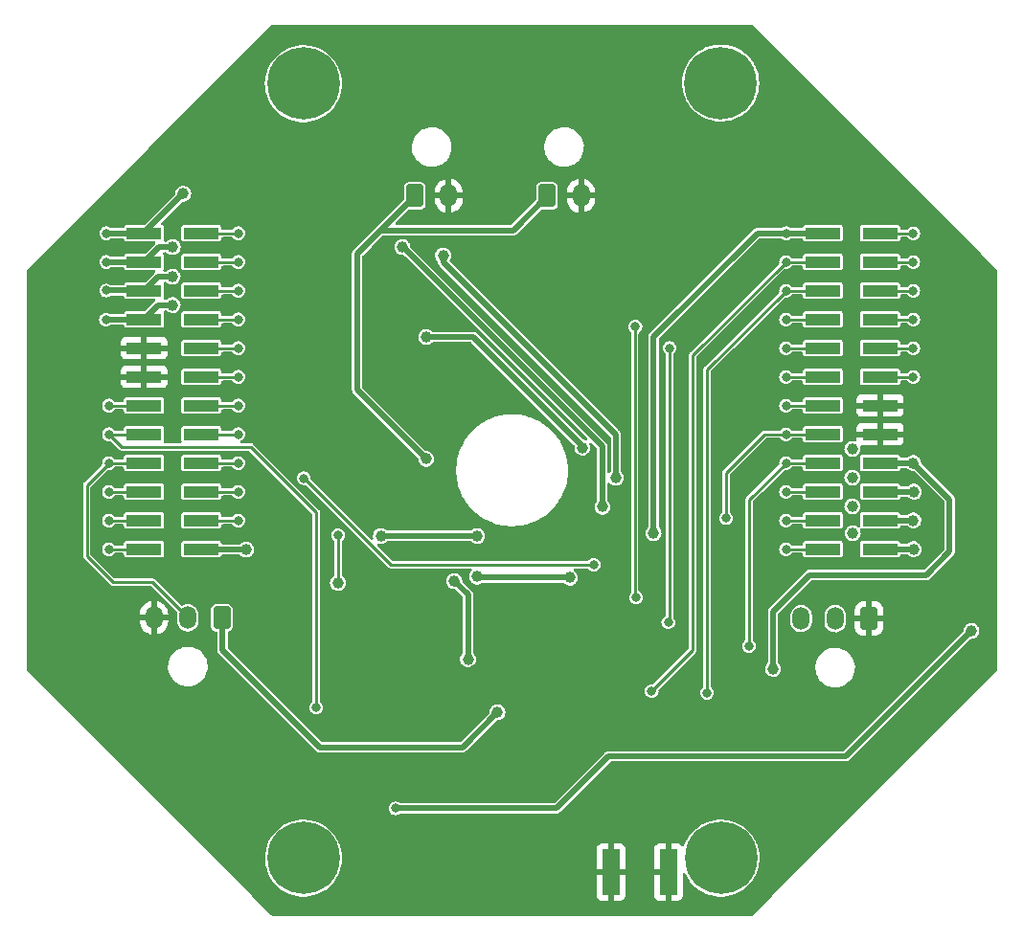
<source format=gbr>
%TF.GenerationSoftware,KiCad,Pcbnew,6.0.1*%
%TF.CreationDate,2022-02-10T22:23:25-06:00*%
%TF.ProjectId,COTS_TELEM,434f5453-5f54-4454-9c45-4d2e6b696361,rev?*%
%TF.SameCoordinates,Original*%
%TF.FileFunction,Copper,L2,Bot*%
%TF.FilePolarity,Positive*%
%FSLAX46Y46*%
G04 Gerber Fmt 4.6, Leading zero omitted, Abs format (unit mm)*
G04 Created by KiCad (PCBNEW 6.0.1) date 2022-02-10 22:23:25*
%MOMM*%
%LPD*%
G01*
G04 APERTURE LIST*
G04 Aperture macros list*
%AMRoundRect*
0 Rectangle with rounded corners*
0 $1 Rounding radius*
0 $2 $3 $4 $5 $6 $7 $8 $9 X,Y pos of 4 corners*
0 Add a 4 corners polygon primitive as box body*
4,1,4,$2,$3,$4,$5,$6,$7,$8,$9,$2,$3,0*
0 Add four circle primitives for the rounded corners*
1,1,$1+$1,$2,$3*
1,1,$1+$1,$4,$5*
1,1,$1+$1,$6,$7*
1,1,$1+$1,$8,$9*
0 Add four rect primitives between the rounded corners*
20,1,$1+$1,$2,$3,$4,$5,0*
20,1,$1+$1,$4,$5,$6,$7,0*
20,1,$1+$1,$6,$7,$8,$9,0*
20,1,$1+$1,$8,$9,$2,$3,0*%
G04 Aperture macros list end*
%TA.AperFunction,ComponentPad*%
%ADD10RoundRect,0.250001X0.499999X0.759999X-0.499999X0.759999X-0.499999X-0.759999X0.499999X-0.759999X0*%
%TD*%
%TA.AperFunction,ComponentPad*%
%ADD11O,1.500000X2.020000*%
%TD*%
%TA.AperFunction,ComponentPad*%
%ADD12C,0.800000*%
%TD*%
%TA.AperFunction,ComponentPad*%
%ADD13C,6.400000*%
%TD*%
%TA.AperFunction,ComponentPad*%
%ADD14RoundRect,0.250001X-0.499999X-0.759999X0.499999X-0.759999X0.499999X0.759999X-0.499999X0.759999X0*%
%TD*%
%TA.AperFunction,SMDPad,CuDef*%
%ADD15R,1.524000X4.064000*%
%TD*%
%TA.AperFunction,SMDPad,CuDef*%
%ADD16R,3.150000X1.000000*%
%TD*%
%TA.AperFunction,ViaPad*%
%ADD17C,1.000000*%
%TD*%
%TA.AperFunction,ViaPad*%
%ADD18C,0.800000*%
%TD*%
%TA.AperFunction,Conductor*%
%ADD19C,0.500000*%
%TD*%
%TA.AperFunction,Conductor*%
%ADD20C,0.250000*%
%TD*%
G04 APERTURE END LIST*
D10*
%TO.P,J9,1,Pin_1*%
%TO.N,GND*%
X31550000Y-13114107D03*
D11*
%TO.P,J9,2,Pin_2*%
%TO.N,/SERVO2*%
X28550000Y-13114107D03*
%TO.P,J9,3,Pin_3*%
%TO.N,6V_AC_SERVO2*%
X25550000Y-13114107D03*
%TD*%
D10*
%TO.P,J7,1,Pin_1*%
%TO.N,6V_AC_SERVO1*%
X-25660000Y-13040000D03*
D11*
%TO.P,J7,2,Pin_2*%
%TO.N,/SERVO1*%
X-28660000Y-13040000D03*
%TO.P,J7,3,Pin_3*%
%TO.N,GND*%
X-31660000Y-13040000D03*
%TD*%
D12*
%TO.P,REF\u002A\u002A,1*%
%TO.N,N/C*%
X-16742944Y-35997056D03*
X-18440000Y-36700000D03*
X-16040000Y-34300000D03*
X-20137056Y-32602944D03*
X-16742944Y-32602944D03*
X-20840000Y-34300000D03*
X-18440000Y-31900000D03*
D13*
X-18440000Y-34300000D03*
D12*
X-20137056Y-35997056D03*
%TD*%
D14*
%TO.P,J10,1,Pin_1*%
%TO.N,Net-(J10-Pad1)*%
X3090000Y24280000D03*
D11*
%TO.P,J10,2,Pin_2*%
%TO.N,GND*%
X6090000Y24280000D03*
%TD*%
D14*
%TO.P,J8,1,Pin_1*%
%TO.N,Net-(J10-Pad1)*%
X-8600000Y24280000D03*
D11*
%TO.P,J8,2,Pin_2*%
%TO.N,GND*%
X-5600000Y24280000D03*
%TD*%
D12*
%TO.P,REF\u002A\u002A,1*%
%TO.N,N/C*%
X16742944Y32552944D03*
X18440000Y31850000D03*
X20137056Y35947056D03*
X16742944Y35947056D03*
X16040000Y34250000D03*
X20137056Y32552944D03*
D13*
X18440000Y34250000D03*
D12*
X20840000Y34250000D03*
X18440000Y36650000D03*
%TD*%
D15*
%TO.P,X1,GND3*%
%TO.N,GND*%
X8740000Y-35526000D03*
%TO.P,X1,GND4*%
X13820000Y-35526000D03*
%TD*%
D13*
%TO.P,REF\u002A\u002A,1*%
%TO.N,N/C*%
X18450000Y-34300000D03*
D12*
X18450000Y-31900000D03*
X16752944Y-35997056D03*
X18450000Y-36700000D03*
X20850000Y-34300000D03*
X16752944Y-32602944D03*
X16050000Y-34300000D03*
X20147056Y-35997056D03*
X20147056Y-32602944D03*
%TD*%
%TO.P,REF\u002A\u002A,1*%
%TO.N,N/C*%
X-18450000Y31790000D03*
D13*
X-18450000Y34190000D03*
D12*
X-16752944Y35887056D03*
X-18450000Y36590000D03*
X-20850000Y34190000D03*
X-20147056Y35887056D03*
X-16752944Y32492944D03*
X-20147056Y32492944D03*
X-16050000Y34190000D03*
%TD*%
D16*
%TO.P,J2,1,Pin_1*%
%TO.N,/B2B_UART_SDI*%
X27475000Y-6970000D03*
%TO.P,J2,2,Pin_2*%
%TO.N,/VBAT*%
X32525000Y-6970000D03*
%TO.P,J2,3,Pin_3*%
%TO.N,/B2B_UART_SDO*%
X27475000Y-4430000D03*
%TO.P,J2,4,Pin_4*%
%TO.N,/9V*%
X32525000Y-4430000D03*
%TO.P,J2,5,Pin_5*%
%TO.N,/TELEM_CS*%
X27475000Y-1890000D03*
%TO.P,J2,6,Pin_6*%
%TO.N,/5V*%
X32525000Y-1890000D03*
%TO.P,J2,7,Pin_7*%
%TO.N,/TELEM_INT*%
X27475000Y650000D03*
%TO.P,J2,8,Pin_8*%
%TO.N,/3V3*%
X32525000Y650000D03*
%TO.P,J2,9,Pin_9*%
%TO.N,/TELEM_RST*%
X27475000Y3190000D03*
%TO.P,J2,10,Pin_10*%
%TO.N,GND*%
X32525000Y3190000D03*
%TO.P,J2,11,Pin_11*%
%TO.N,/POWER_STATE*%
X27475000Y5730000D03*
%TO.P,J2,12,Pin_12*%
%TO.N,GND*%
X32525000Y5730000D03*
%TO.P,J2,13,Pin_13*%
%TO.N,/POWER_RESET*%
X27475000Y8270000D03*
%TO.P,J2,14,Pin_14*%
%TO.N,/CONT_3V3*%
X32525000Y8270000D03*
%TO.P,J2,15,Pin_15*%
%TO.N,/TELEM_GPIO_1*%
X27475000Y10810000D03*
%TO.P,J2,16,Pin_16*%
%TO.N,/B2B_SPI_SCK*%
X32525000Y10810000D03*
%TO.P,J2,17,Pin_17*%
%TO.N,/TELEM_GPIO_2*%
X27475000Y13350000D03*
%TO.P,J2,18,Pin_18*%
%TO.N,/B2B_SPI_MOSI*%
X32525000Y13350000D03*
%TO.P,J2,19,Pin_19*%
%TO.N,/TELEM_GPIO_3*%
X27475000Y15890000D03*
%TO.P,J2,20,Pin_20*%
%TO.N,/B2B_SPI_MISO*%
X32525000Y15890000D03*
%TO.P,J2,21,Pin_21*%
%TO.N,/TELEM_GPIO_4*%
X27475000Y18430000D03*
%TO.P,J2,22,Pin_22*%
%TO.N,/B2B_I2C_SCL*%
X32525000Y18430000D03*
%TO.P,J2,23,Pin_23*%
%TO.N,6V_AC_SERVO1*%
X27475000Y20970000D03*
%TO.P,J2,24,Pin_24*%
%TO.N,/B2B_I2C_SDA*%
X32525000Y20970000D03*
%TD*%
%TO.P,J4,1,Pin_1*%
%TO.N,/B2B_GPIO_10*%
X-27475000Y20970000D03*
%TO.P,J4,2,Pin_2*%
%TO.N,/VBAT*%
X-32525000Y20970000D03*
%TO.P,J4,3,Pin_3*%
%TO.N,/B2B_GPIO_11*%
X-27475000Y18430000D03*
%TO.P,J4,4,Pin_4*%
%TO.N,/9V*%
X-32525000Y18430000D03*
%TO.P,J4,5,Pin_5*%
%TO.N,/B2B_GPIO_12*%
X-27475000Y15890000D03*
%TO.P,J4,6,Pin_6*%
%TO.N,/5V*%
X-32525000Y15890000D03*
%TO.P,J4,7,Pin_7*%
%TO.N,/B2B_GPIO_13*%
X-27475000Y13350000D03*
%TO.P,J4,8,Pin_8*%
%TO.N,/3V3*%
X-32525000Y13350000D03*
%TO.P,J4,9,Pin_9*%
%TO.N,/B2B_GPIO_14*%
X-27475000Y10810000D03*
%TO.P,J4,10,Pin_10*%
%TO.N,GND*%
X-32525000Y10810000D03*
%TO.P,J4,11,Pin_11*%
%TO.N,/B2B_GPIO_15*%
X-27475000Y8270000D03*
%TO.P,J4,12,Pin_12*%
%TO.N,GND*%
X-32525000Y8270000D03*
%TO.P,J4,13,Pin_13*%
%TO.N,/B2B_GPIO_16*%
X-27475000Y5730000D03*
%TO.P,J4,14,Pin_14*%
%TO.N,/CONT_GND*%
X-32525000Y5730000D03*
%TO.P,J4,15,Pin_15*%
%TO.N,/B2B_GPIO_17*%
X-27475000Y3190000D03*
%TO.P,J4,16,Pin_16*%
%TO.N,/TELEM_GPIO_5*%
X-32525000Y3190000D03*
%TO.P,J4,17,Pin_17*%
%TO.N,/B2B_GPIO_18*%
X-27475000Y650000D03*
%TO.P,J4,18,Pin_18*%
%TO.N,/SERVO1*%
X-32525000Y650000D03*
%TO.P,J4,19,Pin_19*%
%TO.N,/B2B_GPIO_19*%
X-27475000Y-1890000D03*
%TO.P,J4,20,Pin_20*%
%TO.N,/SERVO2*%
X-32525000Y-1890000D03*
%TO.P,J4,21,Pin_21*%
%TO.N,/B2B_GPIO_20*%
X-27475000Y-4430000D03*
%TO.P,J4,22,Pin_22*%
%TO.N,/B2B_GPIO_8*%
X-32525000Y-4430000D03*
%TO.P,J4,23,Pin_23*%
%TO.N,6V_AC_SERVO2*%
X-27475000Y-6970000D03*
%TO.P,J4,24,Pin_24*%
%TO.N,/B2B_GPIO_9*%
X-32525000Y-6970000D03*
%TD*%
D17*
%TO.N,/VBAT*%
X35470000Y-6970000D03*
X30110000Y-5550000D03*
D18*
X-35890000Y20970000D03*
X-10300000Y-29900000D03*
D17*
X40600000Y-14200000D03*
X-29065000Y24465000D03*
D18*
%TO.N,/TELEM_GPIO_1*%
X13800000Y-13450000D03*
X13920000Y10810000D03*
X24210000Y10810000D03*
D17*
%TO.N,/9V*%
X-30000000Y19750000D03*
X35460000Y-4430000D03*
X30072000Y-3180000D03*
D18*
X-35890000Y18430000D03*
D17*
X7990000Y-3230000D03*
X-9690000Y19750000D03*
D18*
%TO.N,/TELEM_GPIO_2*%
X10950000Y-11250000D03*
X24210000Y13350000D03*
X10900000Y12704500D03*
D17*
%TO.N,/5V*%
X-6100000Y19000000D03*
X35500000Y-1890000D03*
X30072000Y-640000D03*
D18*
X-35890000Y15900000D03*
D17*
X9170000Y-670000D03*
X-30010000Y17130000D03*
D18*
%TO.N,/TELEM_GPIO_3*%
X17230000Y-19670000D03*
X24210000Y15890000D03*
D17*
%TO.N,/3V3*%
X35453000Y650000D03*
X6200000Y2010000D03*
X23050000Y-17560000D03*
X30072000Y1900000D03*
D18*
X-35900000Y13330000D03*
D17*
X-30010000Y14610000D03*
X-7600000Y11800000D03*
D18*
%TO.N,/TELEM_GPIO_4*%
X12340000Y-19530000D03*
X24210000Y18430000D03*
%TO.N,GND*%
X-4400000Y7400000D03*
D17*
%TO.N,6V_AC_SERVO1*%
X12500000Y-5550000D03*
D18*
X24220000Y20970000D03*
D17*
X-1300000Y-21400000D03*
D18*
%TO.N,/TELEM_GPIO_5*%
X-35640000Y3190000D03*
X-17300000Y-21000000D03*
%TO.N,/CONT_3V3*%
X35453000Y8270000D03*
%TO.N,/SERVO1*%
X-35640000Y650000D03*
%TO.N,/B2B_I2C_SDA*%
X35453000Y20970000D03*
%TO.N,/SERVO2*%
X-35640000Y-1890000D03*
X7200000Y-8350000D03*
X-18400000Y-700000D03*
%TO.N,/B2B_I2C_SCL*%
X35453000Y18430000D03*
%TO.N,/B2B_GPIO_8*%
X-35640000Y-4430000D03*
%TO.N,/B2B_SPI_SCK*%
X35453000Y10810000D03*
%TO.N,/B2B_GPIO_9*%
X-35640000Y-6970000D03*
%TO.N,/B2B_SPI_MISO*%
X-15390000Y-5740000D03*
D17*
X-15400000Y-9950000D03*
D18*
X35453000Y15890000D03*
%TO.N,/B2B_GPIO_10*%
X-24210000Y20970000D03*
%TO.N,/B2B_SPI_MOSI*%
X35453000Y13350000D03*
%TO.N,/B2B_GPIO_11*%
X-24210000Y18430000D03*
%TO.N,/CONT_GND*%
X-35640000Y5730000D03*
%TO.N,/B2B_UART_SDI*%
X24210000Y-6970000D03*
%TO.N,/B2B_UART_SDO*%
X24210000Y-4430000D03*
%TO.N,/TELEM_CS*%
X24210000Y-1890000D03*
%TO.N,/TELEM_INT*%
X20930000Y-15530000D03*
X24210000Y650000D03*
%TO.N,/TELEM_RST*%
X24210000Y3190000D03*
X18890000Y-4240000D03*
%TO.N,/POWER_STATE*%
X24210000Y5730000D03*
%TO.N,/POWER_RESET*%
X24210000Y8270000D03*
%TO.N,/B2B_GPIO_12*%
X-24210000Y15890000D03*
%TO.N,/B2B_GPIO_13*%
X-24210000Y13350000D03*
%TO.N,/B2B_GPIO_14*%
X-24210000Y10810000D03*
%TO.N,/B2B_GPIO_15*%
X-24210000Y8270000D03*
%TO.N,/B2B_GPIO_16*%
X-24210000Y5730000D03*
%TO.N,/B2B_GPIO_17*%
X-24210000Y3190000D03*
%TO.N,/B2B_GPIO_18*%
X-24210000Y650000D03*
%TO.N,/B2B_GPIO_19*%
X-24210000Y-1890000D03*
%TO.N,/B2B_GPIO_20*%
X-24210000Y-4430000D03*
D17*
%TO.N,6V_AC_SERVO2*%
X-11600000Y-5800000D03*
X5100000Y-9500000D03*
X-3100000Y-5800000D03*
X-3100000Y-9400000D03*
X-23500000Y-7000000D03*
%TO.N,Net-(J10-Pad1)*%
X-5100000Y-9800000D03*
X-3900000Y-16700000D03*
X-7600000Y1000000D03*
%TD*%
D19*
%TO.N,/VBAT*%
X8500000Y-25300000D02*
X29500000Y-25300000D01*
X-32525000Y20970000D02*
X-32525000Y21005000D01*
X5400000Y-28400000D02*
X8500000Y-25300000D01*
X32525000Y-6970000D02*
X35470000Y-6970000D01*
X5400000Y-28400000D02*
X3900000Y-29900000D01*
X-32525000Y21005000D02*
X-29065000Y24465000D01*
X3900000Y-29900000D02*
X-10300000Y-29900000D01*
X30110000Y-5550000D02*
X30090000Y-5530000D01*
X-35890000Y20970000D02*
X-32525000Y20970000D01*
X29500000Y-25300000D02*
X40600000Y-14200000D01*
D20*
%TO.N,/TELEM_GPIO_1*%
X13920000Y-13330000D02*
X13920000Y10810000D01*
X13800000Y-13450000D02*
X13920000Y-13330000D01*
X27475000Y10810000D02*
X24210000Y10810000D01*
D19*
%TO.N,/9V*%
X-30000000Y19750000D02*
X-31205000Y19750000D01*
X7960000Y-3200000D02*
X7960000Y2150000D01*
X7990000Y-3230000D02*
X7960000Y-3200000D01*
X-32525000Y18430000D02*
X-35890000Y18430000D01*
X32525000Y-4430000D02*
X35460000Y-4430000D01*
X-31205000Y19750000D02*
X-32525000Y18430000D01*
X-9640000Y19750000D02*
X-9690000Y19750000D01*
X7960000Y2150000D02*
X-9640000Y19750000D01*
D20*
%TO.N,/TELEM_GPIO_2*%
X10830000Y-11130000D02*
X10950000Y-11250000D01*
X10830000Y12634500D02*
X10830000Y-11130000D01*
X24210000Y13350000D02*
X27475000Y13350000D01*
X10900000Y12704500D02*
X10830000Y12634500D01*
D19*
%TO.N,/5V*%
X-30010000Y17130000D02*
X-31285000Y17130000D01*
X-32535000Y15900000D02*
X-32525000Y15890000D01*
X-31285000Y17130000D02*
X-32525000Y15890000D01*
X-6100000Y19000000D02*
X-6100000Y18420000D01*
X35500000Y-1890000D02*
X32525000Y-1890000D01*
X9170000Y3150000D02*
X9170000Y-670000D01*
X-6100000Y18420000D02*
X9170000Y3150000D01*
X-35890000Y15900000D02*
X-32535000Y15900000D01*
D20*
%TO.N,/TELEM_GPIO_3*%
X17230000Y8910000D02*
X24210000Y15890000D01*
X27475000Y15890000D02*
X24210000Y15890000D01*
X17230000Y-19670000D02*
X17230000Y8910000D01*
D19*
%TO.N,/3V3*%
X-32535000Y13340000D02*
X-32525000Y13350000D01*
X-31265000Y14610000D02*
X-32525000Y13350000D01*
X26290000Y-9250000D02*
X36630000Y-9250000D01*
X38670000Y-2567000D02*
X35453000Y650000D01*
X23050000Y-17560000D02*
X23050000Y-12490000D01*
X38670000Y-7210000D02*
X38670000Y-2567000D01*
X32525000Y650000D02*
X35453000Y650000D01*
X-35890000Y13340000D02*
X-32535000Y13340000D01*
X36630000Y-9250000D02*
X38670000Y-7210000D01*
X-3420000Y11800000D02*
X6200000Y2180000D01*
X-30010000Y14610000D02*
X-31265000Y14610000D01*
X6200000Y2180000D02*
X6200000Y2010000D01*
X-7600000Y11800000D02*
X-3420000Y11800000D01*
X23050000Y-12490000D02*
X26290000Y-9250000D01*
D20*
X-30010000Y14610000D02*
X-30060000Y14660000D01*
D19*
X-35900000Y13330000D02*
X-35890000Y13340000D01*
D20*
%TO.N,/TELEM_GPIO_4*%
X15960000Y-15910000D02*
X15960000Y10180000D01*
X15960000Y10180000D02*
X24210000Y18430000D01*
X12340000Y-19530000D02*
X15960000Y-15910000D01*
X24210000Y18430000D02*
X27475000Y18430000D01*
D19*
%TO.N,6V_AC_SERVO1*%
X-4400000Y-24500000D02*
X-17000000Y-24500000D01*
X12500000Y11800000D02*
X12500000Y-5550000D01*
X24220000Y20970000D02*
X21670000Y20970000D01*
X21670000Y20970000D02*
X12500000Y11800000D01*
X-1300000Y-21400000D02*
X-4400000Y-24500000D01*
X-17000000Y-24500000D02*
X-25590000Y-15910000D01*
X-25590000Y-13110000D02*
X-25660000Y-13040000D01*
X-25590000Y-15910000D02*
X-25590000Y-13110000D01*
X24220000Y20970000D02*
X27475000Y20970000D01*
D20*
%TO.N,/TELEM_GPIO_5*%
X-34530000Y2080000D02*
X-35640000Y3190000D01*
X-17300000Y-21000000D02*
X-17300000Y-3740000D01*
X-35640000Y3190000D02*
X-32525000Y3190000D01*
X-17300000Y-3740000D02*
X-23120000Y2080000D01*
X-23120000Y2080000D02*
X-34530000Y2080000D01*
%TO.N,/CONT_3V3*%
X32338000Y8270000D02*
X35453000Y8270000D01*
%TO.N,/SERVO1*%
X-31830000Y-9870000D02*
X-28660000Y-13040000D01*
X-32525000Y650000D02*
X-35640000Y650000D01*
X-35315573Y-9870000D02*
X-31830000Y-9870000D01*
X-35640000Y650000D02*
X-37600000Y-1310000D01*
X-37600000Y-7585573D02*
X-35315573Y-9870000D01*
X-37600000Y-1310000D02*
X-37600000Y-7585573D01*
%TO.N,/B2B_I2C_SDA*%
X35453000Y20970000D02*
X32338000Y20970000D01*
%TO.N,/SERVO2*%
X-10700000Y-8350000D02*
X7200000Y-8350000D01*
X-18400000Y-700000D02*
X-18350000Y-700000D01*
X-18350000Y-700000D02*
X-10700000Y-8350000D01*
X-35640000Y-1890000D02*
X-32525000Y-1890000D01*
%TO.N,/B2B_I2C_SCL*%
X32338000Y18430000D02*
X35453000Y18430000D01*
%TO.N,/B2B_GPIO_8*%
X-32525000Y-4430000D02*
X-35640000Y-4430000D01*
%TO.N,/B2B_SPI_SCK*%
X35453000Y10810000D02*
X32338000Y10810000D01*
%TO.N,/B2B_GPIO_9*%
X-35640000Y-6970000D02*
X-32525000Y-6970000D01*
%TO.N,/B2B_SPI_MISO*%
X35453000Y15890000D02*
X32338000Y15890000D01*
X-15390000Y-5740000D02*
X-15390000Y-9940000D01*
X-15390000Y-9940000D02*
X-15400000Y-9950000D01*
%TO.N,/B2B_GPIO_10*%
X-24210000Y20970000D02*
X-27475000Y20970000D01*
%TO.N,/B2B_SPI_MOSI*%
X32338000Y13350000D02*
X35453000Y13350000D01*
%TO.N,/B2B_GPIO_11*%
X-27475000Y18430000D02*
X-24210000Y18430000D01*
%TO.N,/CONT_GND*%
X-32525000Y5730000D02*
X-35640000Y5730000D01*
%TO.N,/B2B_UART_SDI*%
X24210000Y-6970000D02*
X27475000Y-6970000D01*
%TO.N,/B2B_UART_SDO*%
X27475000Y-4430000D02*
X24210000Y-4430000D01*
%TO.N,/TELEM_CS*%
X24210000Y-1890000D02*
X27475000Y-1890000D01*
%TO.N,/TELEM_INT*%
X27475000Y650000D02*
X24210000Y650000D01*
X20930000Y-15530000D02*
X20930000Y-2630000D01*
X20930000Y-2630000D02*
X24210000Y650000D01*
%TO.N,/TELEM_RST*%
X24210000Y3190000D02*
X27475000Y3190000D01*
X22280000Y3190000D02*
X24210000Y3190000D01*
X18890000Y-200000D02*
X22280000Y3190000D01*
X18890000Y-4240000D02*
X18890000Y-200000D01*
%TO.N,/POWER_STATE*%
X27475000Y5730000D02*
X24210000Y5730000D01*
%TO.N,/POWER_RESET*%
X24210000Y8270000D02*
X27475000Y8270000D01*
%TO.N,/B2B_GPIO_12*%
X-24210000Y15890000D02*
X-27475000Y15890000D01*
%TO.N,/B2B_GPIO_13*%
X-27475000Y13350000D02*
X-24210000Y13350000D01*
%TO.N,/B2B_GPIO_14*%
X-24210000Y10810000D02*
X-27475000Y10810000D01*
%TO.N,/B2B_GPIO_15*%
X-27475000Y8270000D02*
X-24210000Y8270000D01*
%TO.N,/B2B_GPIO_16*%
X-24210000Y5730000D02*
X-27475000Y5730000D01*
%TO.N,/B2B_GPIO_17*%
X-27475000Y3190000D02*
X-24210000Y3190000D01*
%TO.N,/B2B_GPIO_18*%
X-24210000Y650000D02*
X-27475000Y650000D01*
%TO.N,/B2B_GPIO_19*%
X-27475000Y-1890000D02*
X-24210000Y-1890000D01*
%TO.N,/B2B_GPIO_20*%
X-24210000Y-4430000D02*
X-27475000Y-4430000D01*
D19*
%TO.N,6V_AC_SERVO2*%
X-23500000Y-7000000D02*
X-27445000Y-7000000D01*
X-3000000Y-9500000D02*
X-3100000Y-9400000D01*
X-3100000Y-5800000D02*
X-11600000Y-5800000D01*
X5100000Y-9500000D02*
X-3000000Y-9500000D01*
X-27445000Y-7000000D02*
X-27475000Y-6970000D01*
%TO.N,Net-(J10-Pad1)*%
X-13700000Y7100000D02*
X-13700000Y19140000D01*
X-8600000Y24240000D02*
X-8600000Y24280000D01*
X3090000Y24210000D02*
X3090000Y24280000D01*
X-3900000Y-11000000D02*
X-3900000Y-16700000D01*
X-13700000Y19140000D02*
X-13475000Y19365000D01*
X-11610000Y21230000D02*
X110000Y21230000D01*
X-7600000Y1000000D02*
X-13700000Y7100000D01*
X-13475000Y19365000D02*
X-11610000Y21230000D01*
X-5100000Y-9800000D02*
X-3900000Y-11000000D01*
X110000Y21230000D02*
X3090000Y24210000D01*
X-13475000Y19365000D02*
X-8600000Y24240000D01*
%TD*%
%TA.AperFunction,Conductor*%
%TO.N,GND*%
G36*
X21249340Y39379998D02*
G01*
X21270362Y39363048D01*
X41607782Y19004108D01*
X42821258Y17789348D01*
X42855250Y17727018D01*
X42858115Y17700300D01*
X42858115Y-17700301D01*
X42838113Y-17768422D01*
X42821259Y-17789348D01*
X22973805Y-37657804D01*
X21270363Y-39363048D01*
X21208068Y-39397106D01*
X21181220Y-39400000D01*
X-21181219Y-39400000D01*
X-21249340Y-39379998D01*
X-21270362Y-39363048D01*
X-22973803Y-37657804D01*
X-26339932Y-34288113D01*
X-21845473Y-34288113D01*
X-21826838Y-34655971D01*
X-21826301Y-34659326D01*
X-21826300Y-34659332D01*
X-21785962Y-34911170D01*
X-21768584Y-35019665D01*
X-21671392Y-35374941D01*
X-21536398Y-35717642D01*
X-21365183Y-36043759D01*
X-21363282Y-36046588D01*
X-21363276Y-36046598D01*
X-21178293Y-36321879D01*
X-21159748Y-36349477D01*
X-20922498Y-36631221D01*
X-20819994Y-36729176D01*
X-20658671Y-36883341D01*
X-20658664Y-36883347D01*
X-20656208Y-36885694D01*
X-20363992Y-37109919D01*
X-20049269Y-37301274D01*
X-19715721Y-37457519D01*
X-19712503Y-37458621D01*
X-19712500Y-37458622D01*
X-19370472Y-37575725D01*
X-19370464Y-37575727D01*
X-19367249Y-37576828D01*
X-19007930Y-37657804D01*
X-18924998Y-37667253D01*
X-18645350Y-37699115D01*
X-18645342Y-37699115D01*
X-18641967Y-37699500D01*
X-18638563Y-37699518D01*
X-18638560Y-37699518D01*
X-18438926Y-37700563D01*
X-18273642Y-37701428D01*
X-18270256Y-37701078D01*
X-18270254Y-37701078D01*
X-17910655Y-37663918D01*
X-17910646Y-37663917D01*
X-17907263Y-37663567D01*
X-17903930Y-37662853D01*
X-17903927Y-37662852D01*
X-17655017Y-37609490D01*
X-17623200Y-37602669D01*
X7470001Y-37602669D01*
X7470371Y-37609490D01*
X7475895Y-37660352D01*
X7479521Y-37675604D01*
X7524676Y-37796054D01*
X7533214Y-37811649D01*
X7609715Y-37913724D01*
X7622276Y-37926285D01*
X7724351Y-38002786D01*
X7739946Y-38011324D01*
X7860394Y-38056478D01*
X7875649Y-38060105D01*
X7926514Y-38065631D01*
X7933328Y-38066000D01*
X8467885Y-38066000D01*
X8483124Y-38061525D01*
X8484329Y-38060135D01*
X8486000Y-38052452D01*
X8486000Y-38047884D01*
X8994000Y-38047884D01*
X8998475Y-38063123D01*
X8999865Y-38064328D01*
X9007548Y-38065999D01*
X9546669Y-38065999D01*
X9553490Y-38065629D01*
X9604352Y-38060105D01*
X9619604Y-38056479D01*
X9740054Y-38011324D01*
X9755649Y-38002786D01*
X9857724Y-37926285D01*
X9870285Y-37913724D01*
X9946786Y-37811649D01*
X9955324Y-37796054D01*
X10000478Y-37675606D01*
X10004105Y-37660351D01*
X10009631Y-37609486D01*
X10010000Y-37602672D01*
X10010000Y-37602669D01*
X12550001Y-37602669D01*
X12550371Y-37609490D01*
X12555895Y-37660352D01*
X12559521Y-37675604D01*
X12604676Y-37796054D01*
X12613214Y-37811649D01*
X12689715Y-37913724D01*
X12702276Y-37926285D01*
X12804351Y-38002786D01*
X12819946Y-38011324D01*
X12940394Y-38056478D01*
X12955649Y-38060105D01*
X13006514Y-38065631D01*
X13013328Y-38066000D01*
X13547885Y-38066000D01*
X13563124Y-38061525D01*
X13564329Y-38060135D01*
X13566000Y-38052452D01*
X13566000Y-38047884D01*
X14074000Y-38047884D01*
X14078475Y-38063123D01*
X14079865Y-38064328D01*
X14087548Y-38065999D01*
X14626669Y-38065999D01*
X14633490Y-38065629D01*
X14684352Y-38060105D01*
X14699604Y-38056479D01*
X14820054Y-38011324D01*
X14835649Y-38002786D01*
X14937724Y-37926285D01*
X14950285Y-37913724D01*
X15026786Y-37811649D01*
X15035324Y-37796054D01*
X15080478Y-37675606D01*
X15084105Y-37660351D01*
X15089631Y-37609486D01*
X15090000Y-37602672D01*
X15089999Y-35712110D01*
X15110001Y-35643989D01*
X15163657Y-35597496D01*
X15233931Y-35587392D01*
X15298511Y-35616886D01*
X15333231Y-35665930D01*
X15352349Y-35714464D01*
X15352354Y-35714474D01*
X15353602Y-35717642D01*
X15524817Y-36043759D01*
X15526718Y-36046588D01*
X15526724Y-36046598D01*
X15711707Y-36321879D01*
X15730252Y-36349477D01*
X15967502Y-36631221D01*
X16070006Y-36729176D01*
X16231329Y-36883341D01*
X16231336Y-36883347D01*
X16233792Y-36885694D01*
X16526008Y-37109919D01*
X16840731Y-37301274D01*
X17174279Y-37457519D01*
X17177497Y-37458621D01*
X17177500Y-37458622D01*
X17519528Y-37575725D01*
X17519536Y-37575727D01*
X17522751Y-37576828D01*
X17882070Y-37657804D01*
X17965002Y-37667253D01*
X18244650Y-37699115D01*
X18244658Y-37699115D01*
X18248033Y-37699500D01*
X18251437Y-37699518D01*
X18251440Y-37699518D01*
X18451074Y-37700563D01*
X18616358Y-37701428D01*
X18619744Y-37701078D01*
X18619746Y-37701078D01*
X18979345Y-37663918D01*
X18979354Y-37663917D01*
X18982737Y-37663567D01*
X18986070Y-37662853D01*
X18986073Y-37662852D01*
X19234983Y-37609490D01*
X19342884Y-37586358D01*
X19692586Y-37470705D01*
X20027752Y-37317961D01*
X20124965Y-37260240D01*
X20341516Y-37131662D01*
X20341521Y-37131659D01*
X20344461Y-37129913D01*
X20371091Y-37109919D01*
X20636276Y-36910812D01*
X20639009Y-36908760D01*
X20907950Y-36657089D01*
X21148138Y-36377846D01*
X21165838Y-36352093D01*
X21354831Y-36077104D01*
X21356762Y-36074295D01*
X21358374Y-36071301D01*
X21358379Y-36071293D01*
X21529761Y-35753001D01*
X21531383Y-35749989D01*
X21669958Y-35408720D01*
X21770865Y-35054482D01*
X21832925Y-34691418D01*
X21834888Y-34659332D01*
X21855301Y-34325572D01*
X21855411Y-34323775D01*
X21855494Y-34300000D01*
X21835575Y-33932209D01*
X21776052Y-33568720D01*
X21677620Y-33213786D01*
X21674443Y-33205801D01*
X21542690Y-32874722D01*
X21541431Y-32871558D01*
X21511358Y-32814760D01*
X21370677Y-32549060D01*
X21370673Y-32549053D01*
X21369078Y-32546041D01*
X21162578Y-32241041D01*
X20924346Y-31960128D01*
X20657168Y-31706586D01*
X20364172Y-31483382D01*
X20361260Y-31481625D01*
X20361255Y-31481622D01*
X20051705Y-31294889D01*
X20051696Y-31294884D01*
X20048783Y-31293127D01*
X20045693Y-31291693D01*
X20045688Y-31291690D01*
X19881737Y-31215587D01*
X19714691Y-31138047D01*
X19711466Y-31136955D01*
X19711460Y-31136953D01*
X19369032Y-31021048D01*
X19369027Y-31021047D01*
X19365805Y-31019956D01*
X19131920Y-30968104D01*
X19009536Y-30940972D01*
X19009532Y-30940971D01*
X19006206Y-30940234D01*
X18856624Y-30923720D01*
X18643482Y-30900189D01*
X18643475Y-30900189D01*
X18640100Y-30899816D01*
X18636701Y-30899810D01*
X18636700Y-30899810D01*
X18462979Y-30899507D01*
X18271770Y-30899173D01*
X18134556Y-30913837D01*
X17908910Y-30937951D01*
X17908904Y-30937952D01*
X17905526Y-30938313D01*
X17545650Y-31016779D01*
X17196354Y-31133652D01*
X17193261Y-31135075D01*
X17193260Y-31135075D01*
X17183674Y-31139484D01*
X16861723Y-31287565D01*
X16858789Y-31289321D01*
X16858787Y-31289322D01*
X16764763Y-31345594D01*
X16545672Y-31476718D01*
X16251898Y-31698897D01*
X15983837Y-31951505D01*
X15744626Y-32231585D01*
X15742698Y-32234412D01*
X15742696Y-32234414D01*
X15736251Y-32243862D01*
X15537062Y-32535862D01*
X15363574Y-32860776D01*
X15362297Y-32863952D01*
X15362297Y-32863953D01*
X15230168Y-33192634D01*
X15186202Y-33248379D01*
X15119077Y-33271504D01*
X15050105Y-33254667D01*
X15012435Y-33221203D01*
X14950285Y-33138276D01*
X14937724Y-33125715D01*
X14835649Y-33049214D01*
X14820054Y-33040676D01*
X14699606Y-32995522D01*
X14684351Y-32991895D01*
X14633486Y-32986369D01*
X14626672Y-32986000D01*
X14092115Y-32986000D01*
X14076876Y-32990475D01*
X14075671Y-32991865D01*
X14074000Y-32999548D01*
X14074000Y-38047884D01*
X13566000Y-38047884D01*
X13566000Y-35798115D01*
X13561525Y-35782876D01*
X13560135Y-35781671D01*
X13552452Y-35780000D01*
X12568116Y-35780000D01*
X12552877Y-35784475D01*
X12551672Y-35785865D01*
X12550001Y-35793548D01*
X12550001Y-37602669D01*
X10010000Y-37602669D01*
X10010000Y-35798115D01*
X10005525Y-35782876D01*
X10004135Y-35781671D01*
X9996452Y-35780000D01*
X9012115Y-35780000D01*
X8996876Y-35784475D01*
X8995671Y-35785865D01*
X8994000Y-35793548D01*
X8994000Y-38047884D01*
X8486000Y-38047884D01*
X8486000Y-35798115D01*
X8481525Y-35782876D01*
X8480135Y-35781671D01*
X8472452Y-35780000D01*
X7488116Y-35780000D01*
X7472877Y-35784475D01*
X7471672Y-35785865D01*
X7470001Y-35793548D01*
X7470001Y-37602669D01*
X-17623200Y-37602669D01*
X-17547116Y-37586358D01*
X-17197414Y-37470705D01*
X-16862248Y-37317961D01*
X-16765035Y-37260240D01*
X-16548484Y-37131662D01*
X-16548479Y-37131659D01*
X-16545539Y-37129913D01*
X-16518909Y-37109919D01*
X-16253724Y-36910812D01*
X-16250991Y-36908760D01*
X-15982050Y-36657089D01*
X-15741862Y-36377846D01*
X-15724162Y-36352093D01*
X-15535169Y-36077104D01*
X-15533238Y-36074295D01*
X-15531626Y-36071301D01*
X-15531621Y-36071293D01*
X-15360239Y-35753001D01*
X-15358617Y-35749989D01*
X-15220042Y-35408720D01*
X-15175936Y-35253885D01*
X7470000Y-35253885D01*
X7474475Y-35269124D01*
X7475865Y-35270329D01*
X7483548Y-35272000D01*
X8467885Y-35272000D01*
X8483124Y-35267525D01*
X8484329Y-35266135D01*
X8486000Y-35258452D01*
X8486000Y-35253885D01*
X8994000Y-35253885D01*
X8998475Y-35269124D01*
X8999865Y-35270329D01*
X9007548Y-35272000D01*
X9991884Y-35272000D01*
X10007123Y-35267525D01*
X10008328Y-35266135D01*
X10009999Y-35258452D01*
X10009999Y-35253885D01*
X12550000Y-35253885D01*
X12554475Y-35269124D01*
X12555865Y-35270329D01*
X12563548Y-35272000D01*
X13547885Y-35272000D01*
X13563124Y-35267525D01*
X13564329Y-35266135D01*
X13566000Y-35258452D01*
X13566000Y-33004116D01*
X13561525Y-32988877D01*
X13560135Y-32987672D01*
X13552452Y-32986001D01*
X13013331Y-32986001D01*
X13006510Y-32986371D01*
X12955648Y-32991895D01*
X12940396Y-32995521D01*
X12819946Y-33040676D01*
X12804351Y-33049214D01*
X12702276Y-33125715D01*
X12689715Y-33138276D01*
X12613214Y-33240351D01*
X12604676Y-33255946D01*
X12559522Y-33376394D01*
X12555895Y-33391649D01*
X12550369Y-33442514D01*
X12550000Y-33449328D01*
X12550000Y-35253885D01*
X10009999Y-35253885D01*
X10009999Y-33449331D01*
X10009629Y-33442510D01*
X10004105Y-33391648D01*
X10000479Y-33376396D01*
X9955324Y-33255946D01*
X9946786Y-33240351D01*
X9870285Y-33138276D01*
X9857724Y-33125715D01*
X9755649Y-33049214D01*
X9740054Y-33040676D01*
X9619606Y-32995522D01*
X9604351Y-32991895D01*
X9553486Y-32986369D01*
X9546672Y-32986000D01*
X9012115Y-32986000D01*
X8996876Y-32990475D01*
X8995671Y-32991865D01*
X8994000Y-32999548D01*
X8994000Y-35253885D01*
X8486000Y-35253885D01*
X8486000Y-33004116D01*
X8481525Y-32988877D01*
X8480135Y-32987672D01*
X8472452Y-32986001D01*
X7933331Y-32986001D01*
X7926510Y-32986371D01*
X7875648Y-32991895D01*
X7860396Y-32995521D01*
X7739946Y-33040676D01*
X7724351Y-33049214D01*
X7622276Y-33125715D01*
X7609715Y-33138276D01*
X7533214Y-33240351D01*
X7524676Y-33255946D01*
X7479522Y-33376394D01*
X7475895Y-33391649D01*
X7470369Y-33442514D01*
X7470000Y-33449328D01*
X7470000Y-35253885D01*
X-15175936Y-35253885D01*
X-15119135Y-35054482D01*
X-15057075Y-34691418D01*
X-15055112Y-34659332D01*
X-15034699Y-34325572D01*
X-15034589Y-34323775D01*
X-15034506Y-34300000D01*
X-15054425Y-33932209D01*
X-15113948Y-33568720D01*
X-15212380Y-33213786D01*
X-15215557Y-33205801D01*
X-15347310Y-32874722D01*
X-15348569Y-32871558D01*
X-15378642Y-32814760D01*
X-15519323Y-32549060D01*
X-15519327Y-32549053D01*
X-15520922Y-32546041D01*
X-15727422Y-32241041D01*
X-15965654Y-31960128D01*
X-16232832Y-31706586D01*
X-16525828Y-31483382D01*
X-16528740Y-31481625D01*
X-16528745Y-31481622D01*
X-16838295Y-31294889D01*
X-16838304Y-31294884D01*
X-16841217Y-31293127D01*
X-16844307Y-31291693D01*
X-16844312Y-31291690D01*
X-17008263Y-31215587D01*
X-17175309Y-31138047D01*
X-17178534Y-31136955D01*
X-17178540Y-31136953D01*
X-17520968Y-31021048D01*
X-17520973Y-31021047D01*
X-17524195Y-31019956D01*
X-17758080Y-30968104D01*
X-17880464Y-30940972D01*
X-17880468Y-30940971D01*
X-17883794Y-30940234D01*
X-18033376Y-30923720D01*
X-18246518Y-30900189D01*
X-18246525Y-30900189D01*
X-18249900Y-30899816D01*
X-18253299Y-30899810D01*
X-18253300Y-30899810D01*
X-18427021Y-30899507D01*
X-18618230Y-30899173D01*
X-18755444Y-30913837D01*
X-18981090Y-30937951D01*
X-18981096Y-30937952D01*
X-18984474Y-30938313D01*
X-19344350Y-31016779D01*
X-19693646Y-31133652D01*
X-19696739Y-31135075D01*
X-19696740Y-31135075D01*
X-19706326Y-31139484D01*
X-20028277Y-31287565D01*
X-20031211Y-31289321D01*
X-20031213Y-31289322D01*
X-20125237Y-31345594D01*
X-20344328Y-31476718D01*
X-20638102Y-31698897D01*
X-20906163Y-31951505D01*
X-21145374Y-32231585D01*
X-21147302Y-32234412D01*
X-21147304Y-32234414D01*
X-21153749Y-32243862D01*
X-21352938Y-32535862D01*
X-21526426Y-32860776D01*
X-21527701Y-32863948D01*
X-21527703Y-32863952D01*
X-21659831Y-33192634D01*
X-21663808Y-33202526D01*
X-21664727Y-33205794D01*
X-21664729Y-33205801D01*
X-21762558Y-33553837D01*
X-21763479Y-33557115D01*
X-21764041Y-33560472D01*
X-21764041Y-33560473D01*
X-21765985Y-33572093D01*
X-21824271Y-33920393D01*
X-21845473Y-34288113D01*
X-26339932Y-34288113D01*
X-30723407Y-29900000D01*
X-10905682Y-29900000D01*
X-10885044Y-30056762D01*
X-10824536Y-30202841D01*
X-10728282Y-30328282D01*
X-10721736Y-30333305D01*
X-10719519Y-30335006D01*
X-10602841Y-30424536D01*
X-10456762Y-30485044D01*
X-10300000Y-30505682D01*
X-10291812Y-30504604D01*
X-10151426Y-30486122D01*
X-10143238Y-30485044D01*
X-9997159Y-30424536D01*
X-9934605Y-30376537D01*
X-9868384Y-30350937D01*
X-9857901Y-30350500D01*
X3865780Y-30350500D01*
X3880589Y-30351373D01*
X3914310Y-30355364D01*
X3923574Y-30353672D01*
X3923575Y-30353672D01*
X3972001Y-30344828D01*
X3975904Y-30344178D01*
X4024645Y-30336850D01*
X4024646Y-30336850D01*
X4033962Y-30335449D01*
X4040475Y-30332321D01*
X4047573Y-30331025D01*
X4099647Y-30303975D01*
X4103137Y-30302232D01*
X4156079Y-30276809D01*
X4161365Y-30271923D01*
X4161413Y-30271890D01*
X4167788Y-30268579D01*
X4172828Y-30264275D01*
X4210055Y-30227048D01*
X4213621Y-30223618D01*
X4248641Y-30191246D01*
X4255556Y-30184854D01*
X4259249Y-30178495D01*
X4264766Y-30172337D01*
X8649698Y-25787405D01*
X8712010Y-25753379D01*
X8738793Y-25750500D01*
X29465780Y-25750500D01*
X29480589Y-25751373D01*
X29514310Y-25755364D01*
X29523574Y-25753672D01*
X29523575Y-25753672D01*
X29572001Y-25744828D01*
X29575904Y-25744178D01*
X29624645Y-25736850D01*
X29624646Y-25736850D01*
X29633962Y-25735449D01*
X29640475Y-25732321D01*
X29647573Y-25731025D01*
X29699647Y-25703975D01*
X29703137Y-25702232D01*
X29756079Y-25676809D01*
X29761365Y-25671923D01*
X29761413Y-25671890D01*
X29767788Y-25668579D01*
X29772828Y-25664275D01*
X29810055Y-25627048D01*
X29813621Y-25623618D01*
X29848641Y-25591246D01*
X29855556Y-25584854D01*
X29859249Y-25578495D01*
X29864766Y-25572337D01*
X40499738Y-14937365D01*
X40562050Y-14903339D01*
X40590812Y-14900476D01*
X40666161Y-14901660D01*
X40666164Y-14901660D01*
X40673760Y-14901779D01*
X40681165Y-14900083D01*
X40681166Y-14900083D01*
X40741586Y-14886245D01*
X40839029Y-14863928D01*
X40990498Y-14787747D01*
X41119423Y-14677634D01*
X41218361Y-14539947D01*
X41226766Y-14519040D01*
X41278766Y-14389687D01*
X41278767Y-14389685D01*
X41281601Y-14382634D01*
X41293298Y-14300448D01*
X41304909Y-14218862D01*
X41304909Y-14218859D01*
X41305490Y-14214778D01*
X41305645Y-14200000D01*
X41304091Y-14187154D01*
X41297710Y-14134426D01*
X41285276Y-14031680D01*
X41225345Y-13873077D01*
X41212118Y-13853832D01*
X41133614Y-13739608D01*
X41133613Y-13739607D01*
X41129312Y-13733349D01*
X41065364Y-13676373D01*
X41008392Y-13625612D01*
X41008388Y-13625610D01*
X41002721Y-13620560D01*
X40852881Y-13541224D01*
X40688441Y-13499919D01*
X40680843Y-13499879D01*
X40680841Y-13499879D01*
X40603668Y-13499475D01*
X40518895Y-13499031D01*
X40511508Y-13500805D01*
X40511504Y-13500805D01*
X40368162Y-13535220D01*
X40354032Y-13538612D01*
X40347288Y-13542093D01*
X40347285Y-13542094D01*
X40221994Y-13606762D01*
X40203369Y-13616375D01*
X40075604Y-13727831D01*
X40063389Y-13745211D01*
X39984977Y-13856781D01*
X39978113Y-13866547D01*
X39916524Y-14024513D01*
X39915532Y-14032046D01*
X39915532Y-14032047D01*
X39895484Y-14184334D01*
X39894394Y-14192611D01*
X39895227Y-14200157D01*
X39895227Y-14200164D01*
X39895300Y-14200821D01*
X39895216Y-14201296D01*
X39895148Y-14207756D01*
X39894071Y-14207745D01*
X39882893Y-14270725D01*
X39859156Y-14303740D01*
X29350302Y-24812595D01*
X29287990Y-24846621D01*
X29261207Y-24849500D01*
X8534220Y-24849500D01*
X8519411Y-24848627D01*
X8495043Y-24845743D01*
X8485690Y-24844636D01*
X8476426Y-24846328D01*
X8476425Y-24846328D01*
X8427999Y-24855172D01*
X8424096Y-24855822D01*
X8375355Y-24863150D01*
X8375354Y-24863150D01*
X8366038Y-24864551D01*
X8359525Y-24867679D01*
X8352427Y-24868975D01*
X8300353Y-24896025D01*
X8296863Y-24897768D01*
X8243921Y-24923191D01*
X8238635Y-24928077D01*
X8238587Y-24928110D01*
X8232212Y-24931421D01*
X8227172Y-24935725D01*
X8189945Y-24972952D01*
X8186380Y-24976381D01*
X8144444Y-25015146D01*
X8140751Y-25021505D01*
X8135234Y-25027663D01*
X3750302Y-29412595D01*
X3687990Y-29446621D01*
X3661207Y-29449500D01*
X-9857901Y-29449500D01*
X-9926022Y-29429498D01*
X-9934605Y-29423463D01*
X-9990608Y-29380491D01*
X-9997159Y-29375464D01*
X-10143238Y-29314956D01*
X-10300000Y-29294318D01*
X-10456762Y-29314956D01*
X-10602841Y-29375464D01*
X-10728282Y-29471718D01*
X-10824536Y-29597159D01*
X-10885044Y-29743238D01*
X-10905682Y-29900000D01*
X-30723407Y-29900000D01*
X-42821258Y-17789348D01*
X-42855250Y-17727018D01*
X-42858115Y-17700300D01*
X-42858115Y-17467165D01*
X-30412134Y-17467165D01*
X-30377048Y-17724970D01*
X-30375740Y-17729456D01*
X-30375740Y-17729458D01*
X-30365326Y-17765186D01*
X-30304242Y-17974757D01*
X-30195314Y-18211039D01*
X-30192754Y-18214944D01*
X-30192751Y-18214949D01*
X-30055225Y-18424712D01*
X-30055221Y-18424717D01*
X-30052659Y-18428625D01*
X-29879409Y-18622735D01*
X-29679371Y-18789105D01*
X-29456939Y-18924080D01*
X-29452625Y-18925889D01*
X-29452623Y-18925890D01*
X-29221314Y-19022886D01*
X-29221309Y-19022888D01*
X-29216999Y-19024695D01*
X-29212467Y-19025846D01*
X-29212464Y-19025847D01*
X-29087185Y-19057663D01*
X-28964823Y-19088739D01*
X-28748714Y-19110500D01*
X-28593956Y-19110500D01*
X-28591631Y-19110327D01*
X-28591625Y-19110327D01*
X-28405186Y-19096472D01*
X-28405182Y-19096471D01*
X-28400534Y-19096126D01*
X-28146768Y-19038705D01*
X-28142414Y-19037012D01*
X-27908630Y-18946098D01*
X-27908628Y-18946097D01*
X-27904277Y-18944405D01*
X-27881377Y-18931317D01*
X-27802989Y-18886514D01*
X-27678388Y-18815299D01*
X-27474064Y-18654223D01*
X-27295792Y-18464714D01*
X-27153834Y-18260083D01*
X-27150154Y-18254779D01*
X-27150152Y-18254776D01*
X-27147489Y-18250937D01*
X-27145421Y-18246744D01*
X-27034479Y-18021775D01*
X-27034478Y-18021772D01*
X-27032414Y-18017587D01*
X-26953094Y-17769792D01*
X-26916632Y-17545906D01*
X-26912023Y-17517606D01*
X-26912023Y-17517605D01*
X-26911272Y-17512994D01*
X-26908836Y-17326942D01*
X-26907927Y-17257512D01*
X-26907927Y-17257509D01*
X-26907866Y-17252835D01*
X-26942952Y-16995030D01*
X-27015758Y-16745243D01*
X-27124686Y-16508961D01*
X-27216189Y-16369395D01*
X-27264775Y-16295288D01*
X-27264779Y-16295283D01*
X-27267341Y-16291375D01*
X-27396483Y-16146684D01*
X-27437474Y-16100757D01*
X-27437476Y-16100755D01*
X-27440591Y-16097265D01*
X-27640629Y-15930895D01*
X-27863061Y-15795920D01*
X-27874543Y-15791105D01*
X-28098686Y-15697114D01*
X-28098691Y-15697112D01*
X-28103001Y-15695305D01*
X-28107533Y-15694154D01*
X-28107536Y-15694153D01*
X-28232815Y-15662337D01*
X-28355177Y-15631261D01*
X-28571286Y-15609500D01*
X-28726044Y-15609500D01*
X-28728369Y-15609673D01*
X-28728375Y-15609673D01*
X-28914814Y-15623528D01*
X-28914818Y-15623529D01*
X-28919466Y-15623874D01*
X-29173232Y-15681295D01*
X-29177584Y-15682987D01*
X-29177586Y-15682988D01*
X-29411370Y-15773902D01*
X-29411372Y-15773903D01*
X-29415723Y-15775595D01*
X-29419777Y-15777912D01*
X-29419779Y-15777913D01*
X-29455533Y-15798348D01*
X-29641612Y-15904701D01*
X-29845936Y-16065777D01*
X-30024208Y-16255286D01*
X-30172511Y-16469063D01*
X-30174577Y-16473253D01*
X-30174579Y-16473256D01*
X-30279038Y-16685080D01*
X-30287586Y-16702413D01*
X-30289008Y-16706856D01*
X-30289009Y-16706858D01*
X-30299934Y-16740989D01*
X-30366906Y-16950208D01*
X-30367656Y-16954814D01*
X-30403944Y-17177634D01*
X-30408728Y-17207006D01*
X-30409759Y-17285790D01*
X-30411276Y-17401660D01*
X-30412134Y-17467165D01*
X-42858115Y-17467165D01*
X-42858115Y-13354175D01*
X-32918000Y-13354175D01*
X-32917751Y-13359770D01*
X-32903622Y-13518078D01*
X-32901640Y-13529092D01*
X-32845349Y-13734860D01*
X-32841451Y-13745341D01*
X-32749603Y-13937903D01*
X-32743918Y-13947516D01*
X-32619425Y-14120767D01*
X-32612117Y-14129233D01*
X-32458918Y-14277692D01*
X-32450221Y-14284735D01*
X-32273156Y-14403719D01*
X-32263358Y-14409105D01*
X-32068010Y-14494857D01*
X-32057418Y-14498422D01*
X-31931616Y-14528624D01*
X-31917530Y-14527919D01*
X-31914000Y-14519040D01*
X-31914000Y-14518411D01*
X-31406000Y-14518411D01*
X-31401895Y-14532393D01*
X-31392272Y-14533886D01*
X-31392027Y-14533834D01*
X-31188117Y-14471102D01*
X-31177771Y-14466881D01*
X-30988186Y-14369029D01*
X-30978755Y-14363043D01*
X-30809499Y-14233168D01*
X-30801276Y-14225607D01*
X-30657688Y-14067806D01*
X-30650933Y-14058906D01*
X-30537566Y-13878185D01*
X-30532489Y-13868219D01*
X-30452920Y-13670286D01*
X-30449685Y-13659571D01*
X-30406223Y-13449699D01*
X-30405020Y-13440562D01*
X-30402105Y-13390010D01*
X-30402000Y-13386363D01*
X-30402000Y-13312115D01*
X-30406475Y-13296876D01*
X-30407865Y-13295671D01*
X-30415548Y-13294000D01*
X-31387885Y-13294000D01*
X-31403124Y-13298475D01*
X-31404329Y-13299865D01*
X-31406000Y-13307548D01*
X-31406000Y-14518411D01*
X-31914000Y-14518411D01*
X-31914000Y-13312115D01*
X-31918475Y-13296876D01*
X-31919865Y-13295671D01*
X-31927548Y-13294000D01*
X-32899885Y-13294000D01*
X-32915124Y-13298475D01*
X-32916329Y-13299865D01*
X-32918000Y-13307548D01*
X-32918000Y-13354175D01*
X-42858115Y-13354175D01*
X-42858115Y-12767885D01*
X-32918000Y-12767885D01*
X-32913525Y-12783124D01*
X-32912135Y-12784329D01*
X-32904452Y-12786000D01*
X-31932115Y-12786000D01*
X-31916876Y-12781525D01*
X-31915671Y-12780135D01*
X-31914000Y-12772452D01*
X-31914000Y-12767885D01*
X-31406000Y-12767885D01*
X-31401525Y-12783124D01*
X-31400135Y-12784329D01*
X-31392452Y-12786000D01*
X-30420115Y-12786000D01*
X-30404876Y-12781525D01*
X-30403671Y-12780135D01*
X-30402000Y-12772452D01*
X-30402000Y-12725825D01*
X-30402249Y-12720230D01*
X-30416378Y-12561922D01*
X-30418360Y-12550908D01*
X-30474651Y-12345140D01*
X-30478549Y-12334659D01*
X-30570397Y-12142097D01*
X-30576082Y-12132484D01*
X-30700575Y-11959233D01*
X-30707883Y-11950767D01*
X-30861082Y-11802308D01*
X-30869779Y-11795265D01*
X-31046844Y-11676281D01*
X-31056642Y-11670895D01*
X-31251990Y-11585143D01*
X-31262582Y-11581578D01*
X-31388384Y-11551376D01*
X-31402470Y-11552081D01*
X-31406000Y-11560960D01*
X-31406000Y-12767885D01*
X-31914000Y-12767885D01*
X-31914000Y-11561589D01*
X-31918105Y-11547607D01*
X-31927728Y-11546114D01*
X-31927973Y-11546166D01*
X-32131883Y-11608898D01*
X-32142229Y-11613119D01*
X-32331814Y-11710971D01*
X-32341245Y-11716957D01*
X-32510501Y-11846832D01*
X-32518724Y-11854393D01*
X-32662312Y-12012194D01*
X-32669067Y-12021094D01*
X-32782434Y-12201815D01*
X-32787511Y-12211781D01*
X-32867080Y-12409714D01*
X-32870315Y-12420429D01*
X-32913777Y-12630301D01*
X-32914980Y-12639438D01*
X-32917895Y-12689990D01*
X-32918000Y-12693637D01*
X-32918000Y-12767885D01*
X-42858115Y-12767885D01*
X-42858115Y-7614380D01*
X-37929264Y-7614380D01*
X-37919509Y-7650783D01*
X-37917130Y-7661515D01*
X-37910588Y-7698618D01*
X-37905077Y-7708163D01*
X-37903885Y-7711439D01*
X-37902408Y-7714607D01*
X-37899554Y-7725257D01*
X-37893230Y-7734288D01*
X-37877945Y-7756117D01*
X-37872039Y-7765388D01*
X-37858707Y-7788479D01*
X-37853194Y-7798028D01*
X-37844749Y-7805114D01*
X-37824318Y-7822258D01*
X-37816215Y-7829684D01*
X-35559684Y-10086215D01*
X-35552257Y-10094319D01*
X-35528028Y-10123194D01*
X-35518479Y-10128707D01*
X-35495388Y-10142039D01*
X-35486117Y-10147945D01*
X-35455257Y-10169554D01*
X-35444607Y-10172408D01*
X-35441439Y-10173885D01*
X-35438163Y-10175077D01*
X-35428618Y-10180588D01*
X-35394874Y-10186538D01*
X-35391515Y-10187130D01*
X-35380788Y-10189508D01*
X-35344380Y-10199264D01*
X-35333404Y-10198304D01*
X-35333401Y-10198304D01*
X-35306830Y-10195979D01*
X-35295849Y-10195500D01*
X-32017016Y-10195500D01*
X-31948895Y-10215502D01*
X-31927921Y-10232405D01*
X-29635881Y-12524445D01*
X-29601855Y-12586757D01*
X-29601639Y-12639307D01*
X-29606102Y-12660672D01*
X-29610168Y-12680133D01*
X-29610500Y-12686468D01*
X-29610500Y-13348259D01*
X-29605901Y-13393532D01*
X-29598217Y-13469177D01*
X-29595888Y-13492110D01*
X-29538144Y-13676373D01*
X-29444528Y-13845261D01*
X-29318864Y-13991875D01*
X-29313822Y-13995786D01*
X-29313821Y-13995787D01*
X-29171335Y-14106311D01*
X-29171332Y-14106313D01*
X-29166286Y-14110227D01*
X-28993026Y-14195481D01*
X-28986856Y-14197088D01*
X-28986851Y-14197090D01*
X-28812345Y-14242545D01*
X-28812342Y-14242545D01*
X-28806163Y-14244155D01*
X-28728178Y-14248242D01*
X-28619710Y-14253927D01*
X-28619706Y-14253927D01*
X-28613329Y-14254261D01*
X-28422401Y-14225386D01*
X-28382357Y-14210653D01*
X-28247168Y-14160914D01*
X-28247164Y-14160912D01*
X-28241179Y-14158710D01*
X-28077066Y-14056955D01*
X-27936765Y-13924279D01*
X-27897511Y-13868219D01*
X-27829673Y-13771335D01*
X-27829672Y-13771334D01*
X-27826009Y-13766102D01*
X-27763027Y-13620560D01*
X-27751854Y-13594741D01*
X-27751854Y-13594740D01*
X-27749320Y-13588885D01*
X-27730374Y-13498198D01*
X-27710823Y-13404612D01*
X-27710823Y-13404608D01*
X-27709832Y-13399867D01*
X-27709500Y-13393532D01*
X-27709500Y-12731741D01*
X-27724112Y-12587890D01*
X-27781856Y-12403627D01*
X-27875472Y-12234739D01*
X-27882819Y-12226167D01*
X-26610500Y-12226167D01*
X-26610499Y-13853832D01*
X-26610220Y-13856781D01*
X-26610220Y-13856787D01*
X-26609272Y-13866819D01*
X-26607519Y-13885368D01*
X-26604976Y-13892609D01*
X-26604976Y-13892610D01*
X-26567830Y-13998386D01*
X-26562634Y-14013183D01*
X-26482150Y-14122150D01*
X-26373183Y-14202634D01*
X-26364296Y-14205755D01*
X-26364294Y-14205756D01*
X-26266000Y-14240274D01*
X-26245368Y-14247519D01*
X-26237722Y-14248242D01*
X-26237721Y-14248242D01*
X-26231751Y-14248806D01*
X-26213833Y-14250500D01*
X-26166500Y-14250500D01*
X-26098379Y-14270502D01*
X-26051886Y-14324158D01*
X-26040500Y-14376500D01*
X-26040500Y-15875780D01*
X-26041373Y-15890589D01*
X-26045364Y-15924310D01*
X-26043672Y-15933574D01*
X-26043672Y-15933575D01*
X-26034828Y-15982001D01*
X-26034178Y-15985904D01*
X-26025449Y-16043962D01*
X-26022321Y-16050475D01*
X-26021025Y-16057573D01*
X-25993975Y-16109647D01*
X-25992232Y-16113137D01*
X-25966809Y-16166079D01*
X-25961923Y-16171365D01*
X-25961890Y-16171413D01*
X-25958579Y-16177788D01*
X-25954275Y-16182828D01*
X-25917048Y-16220055D01*
X-25913619Y-16223620D01*
X-25874854Y-16265556D01*
X-25868495Y-16269249D01*
X-25862337Y-16274766D01*
X-17342749Y-24794355D01*
X-17332894Y-24805444D01*
X-17311872Y-24832110D01*
X-17304128Y-24837462D01*
X-17304126Y-24837464D01*
X-17263630Y-24865452D01*
X-17260415Y-24867750D01*
X-17213183Y-24902635D01*
X-17206366Y-24905029D01*
X-17200431Y-24909131D01*
X-17191456Y-24911969D01*
X-17191455Y-24911970D01*
X-17169493Y-24918915D01*
X-17144525Y-24926812D01*
X-17140785Y-24928060D01*
X-17094255Y-24944400D01*
X-17094252Y-24944401D01*
X-17085369Y-24947520D01*
X-17078184Y-24947803D01*
X-17078111Y-24947817D01*
X-17071270Y-24949980D01*
X-17064663Y-24950500D01*
X-17012009Y-24950500D01*
X-17007063Y-24950597D01*
X-16950006Y-24952839D01*
X-16942897Y-24950954D01*
X-16934648Y-24950500D01*
X-4434220Y-24950500D01*
X-4419411Y-24951373D01*
X-4385690Y-24955364D01*
X-4376426Y-24953672D01*
X-4376425Y-24953672D01*
X-4327999Y-24944828D01*
X-4324096Y-24944178D01*
X-4275355Y-24936850D01*
X-4275354Y-24936850D01*
X-4266038Y-24935449D01*
X-4259525Y-24932321D01*
X-4252427Y-24931025D01*
X-4200353Y-24903975D01*
X-4196863Y-24902232D01*
X-4143921Y-24876809D01*
X-4138635Y-24871923D01*
X-4138587Y-24871890D01*
X-4132212Y-24868579D01*
X-4127172Y-24864275D01*
X-4089945Y-24827048D01*
X-4086379Y-24823618D01*
X-4051359Y-24791246D01*
X-4044444Y-24784854D01*
X-4040751Y-24778495D01*
X-4035234Y-24772337D01*
X-1400262Y-22137365D01*
X-1337950Y-22103339D01*
X-1309188Y-22100476D01*
X-1233839Y-22101660D01*
X-1233836Y-22101660D01*
X-1226240Y-22101779D01*
X-1218835Y-22100083D01*
X-1218834Y-22100083D01*
X-1158414Y-22086245D01*
X-1060971Y-22063928D01*
X-909502Y-21987747D01*
X-780577Y-21877634D01*
X-681639Y-21739947D01*
X-618399Y-21582634D01*
X-594510Y-21414778D01*
X-594355Y-21400000D01*
X-596160Y-21385080D01*
X-613812Y-21239220D01*
X-614724Y-21231680D01*
X-674655Y-21073077D01*
X-770688Y-20933349D01*
X-782486Y-20922837D01*
X-891608Y-20825612D01*
X-891612Y-20825610D01*
X-897279Y-20820560D01*
X-1047119Y-20741224D01*
X-1211559Y-20699919D01*
X-1219157Y-20699879D01*
X-1219159Y-20699879D01*
X-1296332Y-20699475D01*
X-1381105Y-20699031D01*
X-1388492Y-20700805D01*
X-1388496Y-20700805D01*
X-1531838Y-20735220D01*
X-1545968Y-20738612D01*
X-1552712Y-20742093D01*
X-1552715Y-20742094D01*
X-1557911Y-20744776D01*
X-1696631Y-20816375D01*
X-1702353Y-20821367D01*
X-1702355Y-20821368D01*
X-1727425Y-20843238D01*
X-1824396Y-20927831D01*
X-1828763Y-20934045D01*
X-1869362Y-20991812D01*
X-1921887Y-21066547D01*
X-1983476Y-21224513D01*
X-1984468Y-21232046D01*
X-1984468Y-21232047D01*
X-1994650Y-21309392D01*
X-2005606Y-21392611D01*
X-2004699Y-21400825D01*
X-2004784Y-21401306D01*
X-2004852Y-21407755D01*
X-2005927Y-21407744D01*
X-2017109Y-21470729D01*
X-2040844Y-21503741D01*
X-4549698Y-24012595D01*
X-4612010Y-24046621D01*
X-4638793Y-24049500D01*
X-16761206Y-24049500D01*
X-16829327Y-24029498D01*
X-16850301Y-24012595D01*
X-25102595Y-15760302D01*
X-25136621Y-15697990D01*
X-25139500Y-15671207D01*
X-25139500Y-14359595D01*
X-25119498Y-14291474D01*
X-25065842Y-14244981D01*
X-25055248Y-14240712D01*
X-24955706Y-14205756D01*
X-24955704Y-14205755D01*
X-24946817Y-14202634D01*
X-24837850Y-14122150D01*
X-24757366Y-14013183D01*
X-24752169Y-13998386D01*
X-24715026Y-13892615D01*
X-24712481Y-13885368D01*
X-24709500Y-13853833D01*
X-24709501Y-12226168D01*
X-24712481Y-12194632D01*
X-24715026Y-12187385D01*
X-24754244Y-12075706D01*
X-24754245Y-12075704D01*
X-24757366Y-12066817D01*
X-24837850Y-11957850D01*
X-24946817Y-11877366D01*
X-24955704Y-11874245D01*
X-24955706Y-11874244D01*
X-25067385Y-11835026D01*
X-25074632Y-11832481D01*
X-25082278Y-11831758D01*
X-25082279Y-11831758D01*
X-25088249Y-11831194D01*
X-25106167Y-11829500D01*
X-25659719Y-11829500D01*
X-26213832Y-11829501D01*
X-26216782Y-11829780D01*
X-26216787Y-11829780D01*
X-26227406Y-11830784D01*
X-26245368Y-11832481D01*
X-26252609Y-11835024D01*
X-26252610Y-11835024D01*
X-26364294Y-11874244D01*
X-26364296Y-11874245D01*
X-26373183Y-11877366D01*
X-26482150Y-11957850D01*
X-26562634Y-12066817D01*
X-26565755Y-12075704D01*
X-26565756Y-12075706D01*
X-26589070Y-12142097D01*
X-26607519Y-12194632D01*
X-26610500Y-12226167D01*
X-27882819Y-12226167D01*
X-28001136Y-12088125D01*
X-28038378Y-12059237D01*
X-28148665Y-11973689D01*
X-28148668Y-11973687D01*
X-28153714Y-11969773D01*
X-28326974Y-11884519D01*
X-28333144Y-11882912D01*
X-28333149Y-11882910D01*
X-28507655Y-11837455D01*
X-28507658Y-11837455D01*
X-28513837Y-11835845D01*
X-28597203Y-11831476D01*
X-28700290Y-11826073D01*
X-28700294Y-11826073D01*
X-28706671Y-11825739D01*
X-28897599Y-11854614D01*
X-28903594Y-11856820D01*
X-28903595Y-11856820D01*
X-29020537Y-11899846D01*
X-29078821Y-11921290D01*
X-29141824Y-11960354D01*
X-29210257Y-11979249D01*
X-29278046Y-11958147D01*
X-29297313Y-11942361D01*
X-31585889Y-9653785D01*
X-31593316Y-9645681D01*
X-31610459Y-9625251D01*
X-31610458Y-9625251D01*
X-31617545Y-9616806D01*
X-31628762Y-9610330D01*
X-31650185Y-9597961D01*
X-31659456Y-9592055D01*
X-31681285Y-9576770D01*
X-31690316Y-9570446D01*
X-31700966Y-9567592D01*
X-31704134Y-9566115D01*
X-31707410Y-9564923D01*
X-31716955Y-9559412D01*
X-31750699Y-9553462D01*
X-31754058Y-9552870D01*
X-31764785Y-9550492D01*
X-31801193Y-9540736D01*
X-31812178Y-9541697D01*
X-31812180Y-9541697D01*
X-31838728Y-9544020D01*
X-31849710Y-9544500D01*
X-35128557Y-9544500D01*
X-35196678Y-9524498D01*
X-35217652Y-9507595D01*
X-37237595Y-7487652D01*
X-37271621Y-7425340D01*
X-37274500Y-7398557D01*
X-37274500Y-6970000D01*
X-36245682Y-6970000D01*
X-36225044Y-7126762D01*
X-36164536Y-7272841D01*
X-36068282Y-7398282D01*
X-35942841Y-7494536D01*
X-35796762Y-7555044D01*
X-35640000Y-7575682D01*
X-35631812Y-7574604D01*
X-35607163Y-7571359D01*
X-35483238Y-7555044D01*
X-35337159Y-7494536D01*
X-35211718Y-7398282D01*
X-35170677Y-7344796D01*
X-35113339Y-7302929D01*
X-35070714Y-7295500D01*
X-34426500Y-7295500D01*
X-34358379Y-7315502D01*
X-34311886Y-7369158D01*
X-34300500Y-7421500D01*
X-34300500Y-7489748D01*
X-34288867Y-7548231D01*
X-34281974Y-7558547D01*
X-34274270Y-7570077D01*
X-34244552Y-7614552D01*
X-34178231Y-7658867D01*
X-34166062Y-7661288D01*
X-34166061Y-7661288D01*
X-34136399Y-7667188D01*
X-34119748Y-7670500D01*
X-30930252Y-7670500D01*
X-30913601Y-7667188D01*
X-30883939Y-7661288D01*
X-30883938Y-7661288D01*
X-30871769Y-7658867D01*
X-30805448Y-7614552D01*
X-30775730Y-7570077D01*
X-30768026Y-7558547D01*
X-30761133Y-7548231D01*
X-30749500Y-7489748D01*
X-29250500Y-7489748D01*
X-29238867Y-7548231D01*
X-29231974Y-7558547D01*
X-29224270Y-7570077D01*
X-29194552Y-7614552D01*
X-29128231Y-7658867D01*
X-29116062Y-7661288D01*
X-29116061Y-7661288D01*
X-29086399Y-7667188D01*
X-29069748Y-7670500D01*
X-25880252Y-7670500D01*
X-25863601Y-7667188D01*
X-25833939Y-7661288D01*
X-25833938Y-7661288D01*
X-25821769Y-7658867D01*
X-25755448Y-7614552D01*
X-25725730Y-7570077D01*
X-25718028Y-7558550D01*
X-25711133Y-7548231D01*
X-25708711Y-7536057D01*
X-25705492Y-7528284D01*
X-25660944Y-7473002D01*
X-25589082Y-7450500D01*
X-24094546Y-7450500D01*
X-24026425Y-7470502D01*
X-24009746Y-7483307D01*
X-23914388Y-7570077D01*
X-23914384Y-7570080D01*
X-23908767Y-7575191D01*
X-23902094Y-7578814D01*
X-23902090Y-7578817D01*
X-23766442Y-7652467D01*
X-23766440Y-7652468D01*
X-23759765Y-7656092D01*
X-23752416Y-7658020D01*
X-23603117Y-7697188D01*
X-23603115Y-7697188D01*
X-23595767Y-7699116D01*
X-23509391Y-7700473D01*
X-23433839Y-7701660D01*
X-23433836Y-7701660D01*
X-23426240Y-7701779D01*
X-23418835Y-7700083D01*
X-23418834Y-7700083D01*
X-23358414Y-7686245D01*
X-23260971Y-7663928D01*
X-23109502Y-7587747D01*
X-23030287Y-7520090D01*
X-22986349Y-7482564D01*
X-22986348Y-7482563D01*
X-22980577Y-7477634D01*
X-22881639Y-7339947D01*
X-22863771Y-7295500D01*
X-22821234Y-7189687D01*
X-22821233Y-7189685D01*
X-22818399Y-7182634D01*
X-22798004Y-7039328D01*
X-22795091Y-7018862D01*
X-22795091Y-7018859D01*
X-22794510Y-7014778D01*
X-22794355Y-7000000D01*
X-22796994Y-6978188D01*
X-22813812Y-6839220D01*
X-22814724Y-6831680D01*
X-22874655Y-6673077D01*
X-22890392Y-6650180D01*
X-22966386Y-6539608D01*
X-22966387Y-6539607D01*
X-22970688Y-6533349D01*
X-22976881Y-6527831D01*
X-23091608Y-6425612D01*
X-23091612Y-6425610D01*
X-23097279Y-6420560D01*
X-23128670Y-6403939D01*
X-23168565Y-6382816D01*
X-23247119Y-6341224D01*
X-23411559Y-6299919D01*
X-23419157Y-6299879D01*
X-23419159Y-6299879D01*
X-23496332Y-6299475D01*
X-23581105Y-6299031D01*
X-23588492Y-6300805D01*
X-23588496Y-6300805D01*
X-23731838Y-6335220D01*
X-23745968Y-6338612D01*
X-23752712Y-6342093D01*
X-23752715Y-6342094D01*
X-23872537Y-6403939D01*
X-23896631Y-6416375D01*
X-23902353Y-6421367D01*
X-23902355Y-6421368D01*
X-23944370Y-6458020D01*
X-23989977Y-6497806D01*
X-24013641Y-6518449D01*
X-24078123Y-6548157D01*
X-24096470Y-6549500D01*
X-25576353Y-6549500D01*
X-25644474Y-6529498D01*
X-25690967Y-6475842D01*
X-25699932Y-6448081D01*
X-25700452Y-6445464D01*
X-25706113Y-6417007D01*
X-25708712Y-6403939D01*
X-25708712Y-6403938D01*
X-25711133Y-6391769D01*
X-25755448Y-6325448D01*
X-25821769Y-6281133D01*
X-25833938Y-6278712D01*
X-25833939Y-6278712D01*
X-25874184Y-6270707D01*
X-25880252Y-6269500D01*
X-29069748Y-6269500D01*
X-29075816Y-6270707D01*
X-29116061Y-6278712D01*
X-29116062Y-6278712D01*
X-29128231Y-6281133D01*
X-29194552Y-6325448D01*
X-29238867Y-6391769D01*
X-29241288Y-6403938D01*
X-29241288Y-6403939D01*
X-29243887Y-6417007D01*
X-29250500Y-6450252D01*
X-29250500Y-7489748D01*
X-30749500Y-7489748D01*
X-30749500Y-6450252D01*
X-30756113Y-6417007D01*
X-30758712Y-6403939D01*
X-30758712Y-6403938D01*
X-30761133Y-6391769D01*
X-30805448Y-6325448D01*
X-30871769Y-6281133D01*
X-30883938Y-6278712D01*
X-30883939Y-6278712D01*
X-30924184Y-6270707D01*
X-30930252Y-6269500D01*
X-34119748Y-6269500D01*
X-34125816Y-6270707D01*
X-34166061Y-6278712D01*
X-34166062Y-6278712D01*
X-34178231Y-6281133D01*
X-34244552Y-6325448D01*
X-34288867Y-6391769D01*
X-34291288Y-6403938D01*
X-34291288Y-6403939D01*
X-34293887Y-6417007D01*
X-34300500Y-6450252D01*
X-34300500Y-6518500D01*
X-34320502Y-6586621D01*
X-34374158Y-6633114D01*
X-34426500Y-6644500D01*
X-35070714Y-6644500D01*
X-35138835Y-6624498D01*
X-35170677Y-6595204D01*
X-35206695Y-6548264D01*
X-35211718Y-6541718D01*
X-35337159Y-6445464D01*
X-35483238Y-6384956D01*
X-35498915Y-6382892D01*
X-35631812Y-6365396D01*
X-35640000Y-6364318D01*
X-35648188Y-6365396D01*
X-35781084Y-6382892D01*
X-35796762Y-6384956D01*
X-35942841Y-6445464D01*
X-36068282Y-6541718D01*
X-36164536Y-6667159D01*
X-36225044Y-6813238D01*
X-36245682Y-6970000D01*
X-37274500Y-6970000D01*
X-37274500Y-4430000D01*
X-36245682Y-4430000D01*
X-36225044Y-4586762D01*
X-36164536Y-4732841D01*
X-36131801Y-4775502D01*
X-36078777Y-4844604D01*
X-36068282Y-4858282D01*
X-35942841Y-4954536D01*
X-35796762Y-5015044D01*
X-35640000Y-5035682D01*
X-35631812Y-5034604D01*
X-35491426Y-5016122D01*
X-35483238Y-5015044D01*
X-35337159Y-4954536D01*
X-35211718Y-4858282D01*
X-35201222Y-4844604D01*
X-35170677Y-4804796D01*
X-35113339Y-4762929D01*
X-35070714Y-4755500D01*
X-34426500Y-4755500D01*
X-34358379Y-4775502D01*
X-34311886Y-4829158D01*
X-34300500Y-4881500D01*
X-34300500Y-4949748D01*
X-34299293Y-4955816D01*
X-34292401Y-4990462D01*
X-34288867Y-5008231D01*
X-34244552Y-5074552D01*
X-34178231Y-5118867D01*
X-34166062Y-5121288D01*
X-34166061Y-5121288D01*
X-34145609Y-5125356D01*
X-34119748Y-5130500D01*
X-30930252Y-5130500D01*
X-30904391Y-5125356D01*
X-30883939Y-5121288D01*
X-30883938Y-5121288D01*
X-30871769Y-5118867D01*
X-30805448Y-5074552D01*
X-30761133Y-5008231D01*
X-30757598Y-4990462D01*
X-30750707Y-4955816D01*
X-30749500Y-4949748D01*
X-29250500Y-4949748D01*
X-29249293Y-4955816D01*
X-29242401Y-4990462D01*
X-29238867Y-5008231D01*
X-29194552Y-5074552D01*
X-29128231Y-5118867D01*
X-29116062Y-5121288D01*
X-29116061Y-5121288D01*
X-29095609Y-5125356D01*
X-29069748Y-5130500D01*
X-25880252Y-5130500D01*
X-25854391Y-5125356D01*
X-25833939Y-5121288D01*
X-25833938Y-5121288D01*
X-25821769Y-5118867D01*
X-25755448Y-5074552D01*
X-25711133Y-5008231D01*
X-25707598Y-4990462D01*
X-25700707Y-4955816D01*
X-25699500Y-4949748D01*
X-25699500Y-4881500D01*
X-25679498Y-4813379D01*
X-25625842Y-4766886D01*
X-25573500Y-4755500D01*
X-24779286Y-4755500D01*
X-24711165Y-4775502D01*
X-24679323Y-4804796D01*
X-24648777Y-4844604D01*
X-24638282Y-4858282D01*
X-24512841Y-4954536D01*
X-24366762Y-5015044D01*
X-24210000Y-5035682D01*
X-24201812Y-5034604D01*
X-24061426Y-5016122D01*
X-24053238Y-5015044D01*
X-23907159Y-4954536D01*
X-23781718Y-4858282D01*
X-23771222Y-4844604D01*
X-23718199Y-4775502D01*
X-23685464Y-4732841D01*
X-23624956Y-4586762D01*
X-23604318Y-4430000D01*
X-23624956Y-4273238D01*
X-23685464Y-4127159D01*
X-23781718Y-4001718D01*
X-23907159Y-3905464D01*
X-24053238Y-3844956D01*
X-24068915Y-3842892D01*
X-24201812Y-3825396D01*
X-24210000Y-3824318D01*
X-24218188Y-3825396D01*
X-24351084Y-3842892D01*
X-24366762Y-3844956D01*
X-24512841Y-3905464D01*
X-24638282Y-4001718D01*
X-24643305Y-4008264D01*
X-24679323Y-4055204D01*
X-24736661Y-4097071D01*
X-24779286Y-4104500D01*
X-25573500Y-4104500D01*
X-25641621Y-4084498D01*
X-25688114Y-4030842D01*
X-25699500Y-3978500D01*
X-25699500Y-3910252D01*
X-25711133Y-3851769D01*
X-25755448Y-3785448D01*
X-25821769Y-3741133D01*
X-25833938Y-3738712D01*
X-25833939Y-3738712D01*
X-25874184Y-3730707D01*
X-25880252Y-3729500D01*
X-29069748Y-3729500D01*
X-29075816Y-3730707D01*
X-29116061Y-3738712D01*
X-29116062Y-3738712D01*
X-29128231Y-3741133D01*
X-29194552Y-3785448D01*
X-29238867Y-3851769D01*
X-29250500Y-3910252D01*
X-29250500Y-4949748D01*
X-30749500Y-4949748D01*
X-30749500Y-3910252D01*
X-30761133Y-3851769D01*
X-30805448Y-3785448D01*
X-30871769Y-3741133D01*
X-30883938Y-3738712D01*
X-30883939Y-3738712D01*
X-30924184Y-3730707D01*
X-30930252Y-3729500D01*
X-34119748Y-3729500D01*
X-34125816Y-3730707D01*
X-34166061Y-3738712D01*
X-34166062Y-3738712D01*
X-34178231Y-3741133D01*
X-34244552Y-3785448D01*
X-34288867Y-3851769D01*
X-34300500Y-3910252D01*
X-34300500Y-3978500D01*
X-34320502Y-4046621D01*
X-34374158Y-4093114D01*
X-34426500Y-4104500D01*
X-35070714Y-4104500D01*
X-35138835Y-4084498D01*
X-35170677Y-4055204D01*
X-35206695Y-4008264D01*
X-35211718Y-4001718D01*
X-35337159Y-3905464D01*
X-35483238Y-3844956D01*
X-35498915Y-3842892D01*
X-35631812Y-3825396D01*
X-35640000Y-3824318D01*
X-35648188Y-3825396D01*
X-35781084Y-3842892D01*
X-35796762Y-3844956D01*
X-35942841Y-3905464D01*
X-36068282Y-4001718D01*
X-36164536Y-4127159D01*
X-36225044Y-4273238D01*
X-36245682Y-4430000D01*
X-37274500Y-4430000D01*
X-37274500Y-1890000D01*
X-36245682Y-1890000D01*
X-36225044Y-2046762D01*
X-36164536Y-2192841D01*
X-36068282Y-2318282D01*
X-35942841Y-2414536D01*
X-35796762Y-2475044D01*
X-35640000Y-2495682D01*
X-35631812Y-2494604D01*
X-35619977Y-2493046D01*
X-35483238Y-2475044D01*
X-35337159Y-2414536D01*
X-35211718Y-2318282D01*
X-35170677Y-2264796D01*
X-35113339Y-2222929D01*
X-35070714Y-2215500D01*
X-34426500Y-2215500D01*
X-34358379Y-2235502D01*
X-34311886Y-2289158D01*
X-34300500Y-2341500D01*
X-34300500Y-2409748D01*
X-34288867Y-2468231D01*
X-34244552Y-2534552D01*
X-34234239Y-2541443D01*
X-34203409Y-2562043D01*
X-34178231Y-2578867D01*
X-34166062Y-2581288D01*
X-34166061Y-2581288D01*
X-34140305Y-2586411D01*
X-34119748Y-2590500D01*
X-30930252Y-2590500D01*
X-30909695Y-2586411D01*
X-30883939Y-2581288D01*
X-30883938Y-2581288D01*
X-30871769Y-2578867D01*
X-30846590Y-2562043D01*
X-30815761Y-2541443D01*
X-30805448Y-2534552D01*
X-30761133Y-2468231D01*
X-30749500Y-2409748D01*
X-29250500Y-2409748D01*
X-29238867Y-2468231D01*
X-29194552Y-2534552D01*
X-29184239Y-2541443D01*
X-29153409Y-2562043D01*
X-29128231Y-2578867D01*
X-29116062Y-2581288D01*
X-29116061Y-2581288D01*
X-29090305Y-2586411D01*
X-29069748Y-2590500D01*
X-25880252Y-2590500D01*
X-25859695Y-2586411D01*
X-25833939Y-2581288D01*
X-25833938Y-2581288D01*
X-25821769Y-2578867D01*
X-25796590Y-2562043D01*
X-25765761Y-2541443D01*
X-25755448Y-2534552D01*
X-25711133Y-2468231D01*
X-25699500Y-2409748D01*
X-25699500Y-2341500D01*
X-25679498Y-2273379D01*
X-25625842Y-2226886D01*
X-25573500Y-2215500D01*
X-24779286Y-2215500D01*
X-24711165Y-2235502D01*
X-24679323Y-2264796D01*
X-24638282Y-2318282D01*
X-24512841Y-2414536D01*
X-24366762Y-2475044D01*
X-24210000Y-2495682D01*
X-24201812Y-2494604D01*
X-24189977Y-2493046D01*
X-24053238Y-2475044D01*
X-23907159Y-2414536D01*
X-23781718Y-2318282D01*
X-23685464Y-2192841D01*
X-23624956Y-2046762D01*
X-23604318Y-1890000D01*
X-23624956Y-1733238D01*
X-23685464Y-1587159D01*
X-23781718Y-1461718D01*
X-23907159Y-1365464D01*
X-24053238Y-1304956D01*
X-24068915Y-1302892D01*
X-24201812Y-1285396D01*
X-24210000Y-1284318D01*
X-24218188Y-1285396D01*
X-24351084Y-1302892D01*
X-24366762Y-1304956D01*
X-24512841Y-1365464D01*
X-24638282Y-1461718D01*
X-24643305Y-1468264D01*
X-24679323Y-1515204D01*
X-24736661Y-1557071D01*
X-24779286Y-1564500D01*
X-25573500Y-1564500D01*
X-25641621Y-1544498D01*
X-25688114Y-1490842D01*
X-25699500Y-1438500D01*
X-25699500Y-1370252D01*
X-25708284Y-1326092D01*
X-25708712Y-1323939D01*
X-25708712Y-1323938D01*
X-25711133Y-1311769D01*
X-25755448Y-1245448D01*
X-25821769Y-1201133D01*
X-25833938Y-1198712D01*
X-25833939Y-1198712D01*
X-25874184Y-1190707D01*
X-25880252Y-1189500D01*
X-29069748Y-1189500D01*
X-29075816Y-1190707D01*
X-29116061Y-1198712D01*
X-29116062Y-1198712D01*
X-29128231Y-1201133D01*
X-29194552Y-1245448D01*
X-29238867Y-1311769D01*
X-29241288Y-1323938D01*
X-29241288Y-1323939D01*
X-29241716Y-1326092D01*
X-29250500Y-1370252D01*
X-29250500Y-2409748D01*
X-30749500Y-2409748D01*
X-30749500Y-1370252D01*
X-30758284Y-1326092D01*
X-30758712Y-1323939D01*
X-30758712Y-1323938D01*
X-30761133Y-1311769D01*
X-30805448Y-1245448D01*
X-30871769Y-1201133D01*
X-30883938Y-1198712D01*
X-30883939Y-1198712D01*
X-30924184Y-1190707D01*
X-30930252Y-1189500D01*
X-34119748Y-1189500D01*
X-34125816Y-1190707D01*
X-34166061Y-1198712D01*
X-34166062Y-1198712D01*
X-34178231Y-1201133D01*
X-34244552Y-1245448D01*
X-34288867Y-1311769D01*
X-34291288Y-1323938D01*
X-34291288Y-1323939D01*
X-34291716Y-1326092D01*
X-34300500Y-1370252D01*
X-34300500Y-1438500D01*
X-34320502Y-1506621D01*
X-34374158Y-1553114D01*
X-34426500Y-1564500D01*
X-35070714Y-1564500D01*
X-35138835Y-1544498D01*
X-35170677Y-1515204D01*
X-35206695Y-1468264D01*
X-35211718Y-1461718D01*
X-35337159Y-1365464D01*
X-35483238Y-1304956D01*
X-35498915Y-1302892D01*
X-35631812Y-1285396D01*
X-35640000Y-1284318D01*
X-35648188Y-1285396D01*
X-35781084Y-1302892D01*
X-35796762Y-1304956D01*
X-35942841Y-1365464D01*
X-36068282Y-1461718D01*
X-36164536Y-1587159D01*
X-36225044Y-1733238D01*
X-36245682Y-1890000D01*
X-37274500Y-1890000D01*
X-37274500Y-1497016D01*
X-37254498Y-1428895D01*
X-37237595Y-1407921D01*
X-35812383Y17291D01*
X-35750071Y51317D01*
X-35706843Y53118D01*
X-35640000Y44318D01*
X-35631812Y45396D01*
X-35491426Y63878D01*
X-35483238Y64956D01*
X-35337159Y125464D01*
X-35211718Y221718D01*
X-35170677Y275204D01*
X-35113339Y317071D01*
X-35070714Y324500D01*
X-34426500Y324500D01*
X-34358379Y304498D01*
X-34311886Y250842D01*
X-34300500Y198500D01*
X-34300500Y130252D01*
X-34288867Y71769D01*
X-34244552Y5448D01*
X-34178231Y-38867D01*
X-34166062Y-41288D01*
X-34166061Y-41288D01*
X-34136399Y-47188D01*
X-34119748Y-50500D01*
X-30930252Y-50500D01*
X-30913601Y-47188D01*
X-30883939Y-41288D01*
X-30883938Y-41288D01*
X-30871769Y-38867D01*
X-30805448Y5448D01*
X-30761133Y71769D01*
X-30749500Y130252D01*
X-29250500Y130252D01*
X-29238867Y71769D01*
X-29194552Y5448D01*
X-29128231Y-38867D01*
X-29116062Y-41288D01*
X-29116061Y-41288D01*
X-29086399Y-47188D01*
X-29069748Y-50500D01*
X-25880252Y-50500D01*
X-25863601Y-47188D01*
X-25833939Y-41288D01*
X-25833938Y-41288D01*
X-25821769Y-38867D01*
X-25755448Y5448D01*
X-25711133Y71769D01*
X-25699500Y130252D01*
X-25699500Y198500D01*
X-25679498Y266621D01*
X-25625842Y313114D01*
X-25573500Y324500D01*
X-24779286Y324500D01*
X-24711165Y304498D01*
X-24679323Y275204D01*
X-24638282Y221718D01*
X-24512841Y125464D01*
X-24366762Y64956D01*
X-24210000Y44318D01*
X-24201812Y45396D01*
X-24061426Y63878D01*
X-24053238Y64956D01*
X-23907159Y125464D01*
X-23781718Y221718D01*
X-23685464Y347159D01*
X-23624956Y493238D01*
X-23604318Y650000D01*
X-23624956Y806762D01*
X-23685464Y952841D01*
X-23781718Y1078282D01*
X-23907159Y1174536D01*
X-24053238Y1235044D01*
X-24068915Y1237108D01*
X-24201812Y1254604D01*
X-24210000Y1255682D01*
X-24218188Y1254604D01*
X-24351084Y1237108D01*
X-24366762Y1235044D01*
X-24512841Y1174536D01*
X-24638282Y1078282D01*
X-24643305Y1071736D01*
X-24679323Y1024796D01*
X-24736661Y982929D01*
X-24779286Y975500D01*
X-25573500Y975500D01*
X-25641621Y995502D01*
X-25688114Y1049158D01*
X-25699500Y1101500D01*
X-25699500Y1169748D01*
X-25711133Y1228231D01*
X-25755448Y1294552D01*
X-25821769Y1338867D01*
X-25833938Y1341288D01*
X-25833939Y1341288D01*
X-25874184Y1349293D01*
X-25880252Y1350500D01*
X-29069748Y1350500D01*
X-29075816Y1349293D01*
X-29116061Y1341288D01*
X-29116062Y1341288D01*
X-29128231Y1338867D01*
X-29194552Y1294552D01*
X-29238867Y1228231D01*
X-29250500Y1169748D01*
X-29250500Y130252D01*
X-30749500Y130252D01*
X-30749500Y1169748D01*
X-30761133Y1228231D01*
X-30805448Y1294552D01*
X-30871769Y1338867D01*
X-30883938Y1341288D01*
X-30883939Y1341288D01*
X-30924184Y1349293D01*
X-30930252Y1350500D01*
X-34119748Y1350500D01*
X-34125816Y1349293D01*
X-34166061Y1341288D01*
X-34166062Y1341288D01*
X-34178231Y1338867D01*
X-34244552Y1294552D01*
X-34288867Y1228231D01*
X-34300500Y1169748D01*
X-34300500Y1101500D01*
X-34320502Y1033379D01*
X-34374158Y986886D01*
X-34426500Y975500D01*
X-35070714Y975500D01*
X-35138835Y995502D01*
X-35170677Y1024796D01*
X-35206695Y1071736D01*
X-35211718Y1078282D01*
X-35337159Y1174536D01*
X-35483238Y1235044D01*
X-35498915Y1237108D01*
X-35631812Y1254604D01*
X-35640000Y1255682D01*
X-35648188Y1254604D01*
X-35781084Y1237108D01*
X-35796762Y1235044D01*
X-35942841Y1174536D01*
X-36068282Y1078282D01*
X-36164536Y952841D01*
X-36225044Y806762D01*
X-36245682Y650000D01*
X-36244604Y641813D01*
X-36244604Y641812D01*
X-36236882Y583158D01*
X-36247821Y513010D01*
X-36272709Y477617D01*
X-37816215Y-1065889D01*
X-37824319Y-1073316D01*
X-37853194Y-1097545D01*
X-37858707Y-1107094D01*
X-37872039Y-1130185D01*
X-37877945Y-1139456D01*
X-37899554Y-1170316D01*
X-37902408Y-1180966D01*
X-37903885Y-1184134D01*
X-37905077Y-1187410D01*
X-37910588Y-1196955D01*
X-37915451Y-1224536D01*
X-37917130Y-1234058D01*
X-37919508Y-1244785D01*
X-37929264Y-1281193D01*
X-37928303Y-1292178D01*
X-37928303Y-1292180D01*
X-37925980Y-1318728D01*
X-37925500Y-1329710D01*
X-37925500Y-7565863D01*
X-37925980Y-7576845D01*
X-37927232Y-7591159D01*
X-37929264Y-7614380D01*
X-42858115Y-7614380D01*
X-42858115Y3190000D01*
X-36245682Y3190000D01*
X-36225044Y3033238D01*
X-36164536Y2887159D01*
X-36068282Y2761718D01*
X-35942841Y2665464D01*
X-35796762Y2604956D01*
X-35640000Y2584318D01*
X-35573157Y2593118D01*
X-35503010Y2582179D01*
X-35467617Y2557291D01*
X-34774111Y1863785D01*
X-34766684Y1855681D01*
X-34742455Y1826806D01*
X-34732906Y1821293D01*
X-34709815Y1807961D01*
X-34700544Y1802055D01*
X-34669684Y1780446D01*
X-34659034Y1777592D01*
X-34655866Y1776115D01*
X-34652590Y1774923D01*
X-34643045Y1769412D01*
X-34609301Y1763462D01*
X-34605942Y1762870D01*
X-34595215Y1760492D01*
X-34558807Y1750736D01*
X-34547822Y1751697D01*
X-34547820Y1751697D01*
X-34521272Y1754020D01*
X-34510290Y1754500D01*
X-23307016Y1754500D01*
X-23238895Y1734498D01*
X-23217921Y1717595D01*
X-17662405Y-3837921D01*
X-17628379Y-3900233D01*
X-17625500Y-3927016D01*
X-17625500Y-20430714D01*
X-17645502Y-20498835D01*
X-17674796Y-20530677D01*
X-17728282Y-20571718D01*
X-17824536Y-20697159D01*
X-17885044Y-20843238D01*
X-17905682Y-21000000D01*
X-17885044Y-21156762D01*
X-17824536Y-21302841D01*
X-17819509Y-21309392D01*
X-17749861Y-21400159D01*
X-17728282Y-21428282D01*
X-17602841Y-21524536D01*
X-17456762Y-21585044D01*
X-17300000Y-21605682D01*
X-17291812Y-21604604D01*
X-17151426Y-21586122D01*
X-17143238Y-21585044D01*
X-16997159Y-21524536D01*
X-16871718Y-21428282D01*
X-16850138Y-21400159D01*
X-16780491Y-21309392D01*
X-16775464Y-21302841D01*
X-16714956Y-21156762D01*
X-16694318Y-21000000D01*
X-16714956Y-20843238D01*
X-16775464Y-20697159D01*
X-16871718Y-20571718D01*
X-16925204Y-20530677D01*
X-16967071Y-20473339D01*
X-16974500Y-20430714D01*
X-16974500Y-19530000D01*
X11734318Y-19530000D01*
X11754956Y-19686762D01*
X11815464Y-19832841D01*
X11911718Y-19958282D01*
X12037159Y-20054536D01*
X12183238Y-20115044D01*
X12340000Y-20135682D01*
X12348188Y-20134604D01*
X12488574Y-20116122D01*
X12496762Y-20115044D01*
X12642841Y-20054536D01*
X12768282Y-19958282D01*
X12864536Y-19832841D01*
X12925044Y-19686762D01*
X12927251Y-19670000D01*
X16624318Y-19670000D01*
X16644956Y-19826762D01*
X16705464Y-19972841D01*
X16801718Y-20098282D01*
X16808264Y-20103305D01*
X16823563Y-20115044D01*
X16927159Y-20194536D01*
X17073238Y-20255044D01*
X17230000Y-20275682D01*
X17238188Y-20274604D01*
X17378574Y-20256122D01*
X17386762Y-20255044D01*
X17532841Y-20194536D01*
X17636437Y-20115044D01*
X17651736Y-20103305D01*
X17658282Y-20098282D01*
X17754536Y-19972841D01*
X17815044Y-19826762D01*
X17835682Y-19670000D01*
X17815044Y-19513238D01*
X17754536Y-19367159D01*
X17658282Y-19241718D01*
X17604796Y-19200677D01*
X17562929Y-19143339D01*
X17555500Y-19100714D01*
X17555500Y-17552611D01*
X22344394Y-17552611D01*
X22362999Y-17721135D01*
X22380304Y-17768422D01*
X22418484Y-17872753D01*
X22421266Y-17880356D01*
X22425502Y-17886659D01*
X22425502Y-17886660D01*
X22435477Y-17901505D01*
X22515830Y-18021083D01*
X22521442Y-18026190D01*
X22521445Y-18026193D01*
X22635612Y-18130077D01*
X22635616Y-18130080D01*
X22641233Y-18135191D01*
X22647906Y-18138814D01*
X22647910Y-18138817D01*
X22783558Y-18212467D01*
X22783560Y-18212468D01*
X22790235Y-18216092D01*
X22797584Y-18218020D01*
X22946883Y-18257188D01*
X22946885Y-18257188D01*
X22954233Y-18259116D01*
X23040609Y-18260473D01*
X23116161Y-18261660D01*
X23116164Y-18261660D01*
X23123760Y-18261779D01*
X23131165Y-18260083D01*
X23131166Y-18260083D01*
X23191586Y-18246245D01*
X23289029Y-18223928D01*
X23440498Y-18147747D01*
X23551294Y-18053118D01*
X23563651Y-18042564D01*
X23563652Y-18042563D01*
X23569423Y-18037634D01*
X23668361Y-17899947D01*
X23676237Y-17880356D01*
X23728766Y-17749687D01*
X23728767Y-17749685D01*
X23731601Y-17742634D01*
X23755490Y-17574778D01*
X23755645Y-17560000D01*
X23753940Y-17545906D01*
X23753379Y-17541272D01*
X26797866Y-17541272D01*
X26832952Y-17799077D01*
X26905758Y-18048864D01*
X27014686Y-18285146D01*
X27017246Y-18289051D01*
X27017249Y-18289056D01*
X27154775Y-18498819D01*
X27154779Y-18498824D01*
X27157341Y-18502732D01*
X27243966Y-18599787D01*
X27289516Y-18650821D01*
X27330591Y-18696842D01*
X27530629Y-18863212D01*
X27753061Y-18998187D01*
X27757375Y-18999996D01*
X27757377Y-18999997D01*
X27988686Y-19096993D01*
X27988691Y-19096995D01*
X27993001Y-19098802D01*
X27997533Y-19099953D01*
X27997536Y-19099954D01*
X28122815Y-19131770D01*
X28245177Y-19162846D01*
X28461286Y-19184607D01*
X28616044Y-19184607D01*
X28618369Y-19184434D01*
X28618375Y-19184434D01*
X28804814Y-19170579D01*
X28804818Y-19170578D01*
X28809466Y-19170233D01*
X29063232Y-19112812D01*
X29067586Y-19111119D01*
X29301370Y-19020205D01*
X29301372Y-19020204D01*
X29305723Y-19018512D01*
X29328553Y-19005464D01*
X29389038Y-18970893D01*
X29531612Y-18889406D01*
X29735936Y-18728330D01*
X29914208Y-18538821D01*
X30062511Y-18325044D01*
X30080258Y-18289056D01*
X30175521Y-18095882D01*
X30175522Y-18095879D01*
X30177586Y-18091694D01*
X30202206Y-18014783D01*
X30247059Y-17874661D01*
X30256906Y-17843899D01*
X30298728Y-17587101D01*
X30301156Y-17401660D01*
X30302073Y-17331619D01*
X30302073Y-17331616D01*
X30302134Y-17326942D01*
X30267048Y-17069137D01*
X30264685Y-17061028D01*
X30214743Y-16889687D01*
X30194242Y-16819350D01*
X30085314Y-16583068D01*
X30056637Y-16539328D01*
X29945225Y-16369395D01*
X29945221Y-16369390D01*
X29942659Y-16365482D01*
X29815343Y-16222837D01*
X29772526Y-16174864D01*
X29772524Y-16174862D01*
X29769409Y-16171372D01*
X29569371Y-16005002D01*
X29346939Y-15870027D01*
X29342623Y-15868217D01*
X29111314Y-15771221D01*
X29111309Y-15771219D01*
X29106999Y-15769412D01*
X29102467Y-15768261D01*
X29102464Y-15768260D01*
X28925813Y-15723397D01*
X28854823Y-15705368D01*
X28638714Y-15683607D01*
X28483956Y-15683607D01*
X28481631Y-15683780D01*
X28481625Y-15683780D01*
X28295186Y-15697635D01*
X28295182Y-15697636D01*
X28290534Y-15697981D01*
X28036768Y-15755402D01*
X28032416Y-15757094D01*
X28032414Y-15757095D01*
X27798630Y-15848009D01*
X27798628Y-15848010D01*
X27794277Y-15849702D01*
X27790223Y-15852019D01*
X27790221Y-15852020D01*
X27754467Y-15872455D01*
X27568388Y-15978808D01*
X27364064Y-16139884D01*
X27185792Y-16329393D01*
X27037489Y-16543170D01*
X27035423Y-16547360D01*
X27035421Y-16547363D01*
X26950848Y-16718862D01*
X26922414Y-16776520D01*
X26843094Y-17024315D01*
X26837115Y-17061028D01*
X26809006Y-17233627D01*
X26801272Y-17281113D01*
X26800188Y-17363928D01*
X26798776Y-17471799D01*
X26797866Y-17541272D01*
X23753379Y-17541272D01*
X23736498Y-17401779D01*
X23735276Y-17391680D01*
X23675345Y-17233077D01*
X23637240Y-17177634D01*
X23583614Y-17099608D01*
X23583613Y-17099607D01*
X23579312Y-17093349D01*
X23542681Y-17060712D01*
X23505125Y-17000462D01*
X23500500Y-16966636D01*
X23500500Y-13422366D01*
X24599500Y-13422366D01*
X24614112Y-13566217D01*
X24671856Y-13750480D01*
X24765472Y-13919368D01*
X24891136Y-14065982D01*
X24896178Y-14069893D01*
X24896179Y-14069894D01*
X25038665Y-14180418D01*
X25038668Y-14180420D01*
X25043714Y-14184334D01*
X25216974Y-14269588D01*
X25223144Y-14271195D01*
X25223149Y-14271197D01*
X25397655Y-14316652D01*
X25397658Y-14316652D01*
X25403837Y-14318262D01*
X25487203Y-14322631D01*
X25590290Y-14328034D01*
X25590294Y-14328034D01*
X25596671Y-14328368D01*
X25787599Y-14299493D01*
X25793595Y-14297287D01*
X25962832Y-14235021D01*
X25962836Y-14235019D01*
X25968821Y-14232817D01*
X26132934Y-14131062D01*
X26234470Y-14035044D01*
X26268596Y-14002773D01*
X26268597Y-14002772D01*
X26273235Y-13998386D01*
X26308855Y-13947516D01*
X26380327Y-13845442D01*
X26380328Y-13845441D01*
X26383991Y-13840209D01*
X26452471Y-13681962D01*
X26458146Y-13668848D01*
X26458146Y-13668847D01*
X26460680Y-13662992D01*
X26479625Y-13572308D01*
X26499177Y-13478719D01*
X26499177Y-13478715D01*
X26500168Y-13473974D01*
X26500500Y-13467639D01*
X26500500Y-13422366D01*
X27599500Y-13422366D01*
X27614112Y-13566217D01*
X27671856Y-13750480D01*
X27765472Y-13919368D01*
X27891136Y-14065982D01*
X27896178Y-14069893D01*
X27896179Y-14069894D01*
X28038665Y-14180418D01*
X28038668Y-14180420D01*
X28043714Y-14184334D01*
X28216974Y-14269588D01*
X28223144Y-14271195D01*
X28223149Y-14271197D01*
X28397655Y-14316652D01*
X28397658Y-14316652D01*
X28403837Y-14318262D01*
X28487203Y-14322631D01*
X28590290Y-14328034D01*
X28590294Y-14328034D01*
X28596671Y-14328368D01*
X28787599Y-14299493D01*
X28793595Y-14297287D01*
X28962832Y-14235021D01*
X28962836Y-14235019D01*
X28968821Y-14232817D01*
X29132934Y-14131062D01*
X29234470Y-14035044D01*
X29268596Y-14002773D01*
X29268597Y-14002772D01*
X29273235Y-13998386D01*
X29308855Y-13947516D01*
X29327279Y-13921203D01*
X30292000Y-13921203D01*
X30292337Y-13927718D01*
X30302256Y-14023310D01*
X30305150Y-14036709D01*
X30356588Y-14190890D01*
X30362762Y-14204069D01*
X30448063Y-14341914D01*
X30457099Y-14353315D01*
X30571830Y-14467846D01*
X30583241Y-14476858D01*
X30721245Y-14561925D01*
X30734423Y-14568069D01*
X30888716Y-14619246D01*
X30902081Y-14622112D01*
X30996439Y-14631779D01*
X31002855Y-14632107D01*
X31277885Y-14632107D01*
X31293124Y-14627632D01*
X31294329Y-14626242D01*
X31296000Y-14618559D01*
X31296000Y-14613992D01*
X31804000Y-14613992D01*
X31808475Y-14629231D01*
X31809865Y-14630436D01*
X31817548Y-14632107D01*
X32097096Y-14632107D01*
X32103611Y-14631770D01*
X32199203Y-14621851D01*
X32212602Y-14618957D01*
X32366783Y-14567519D01*
X32379962Y-14561345D01*
X32517807Y-14476044D01*
X32529208Y-14467008D01*
X32643739Y-14352277D01*
X32652751Y-14340866D01*
X32737818Y-14202862D01*
X32743962Y-14189684D01*
X32795139Y-14035391D01*
X32798005Y-14022026D01*
X32807672Y-13927668D01*
X32808000Y-13921252D01*
X32808000Y-13386222D01*
X32803525Y-13370983D01*
X32802135Y-13369778D01*
X32794452Y-13368107D01*
X31822115Y-13368107D01*
X31806876Y-13372582D01*
X31805671Y-13373972D01*
X31804000Y-13381655D01*
X31804000Y-14613992D01*
X31296000Y-14613992D01*
X31296000Y-13386222D01*
X31291525Y-13370983D01*
X31290135Y-13369778D01*
X31282452Y-13368107D01*
X30310115Y-13368107D01*
X30294876Y-13372582D01*
X30293671Y-13373972D01*
X30292000Y-13381655D01*
X30292000Y-13921203D01*
X29327279Y-13921203D01*
X29380327Y-13845442D01*
X29380328Y-13845441D01*
X29383991Y-13840209D01*
X29452471Y-13681962D01*
X29458146Y-13668848D01*
X29458146Y-13668847D01*
X29460680Y-13662992D01*
X29479625Y-13572308D01*
X29499177Y-13478719D01*
X29499177Y-13478715D01*
X29500168Y-13473974D01*
X29500500Y-13467639D01*
X29500500Y-12841992D01*
X30292000Y-12841992D01*
X30296475Y-12857231D01*
X30297865Y-12858436D01*
X30305548Y-12860107D01*
X31277885Y-12860107D01*
X31293124Y-12855632D01*
X31294329Y-12854242D01*
X31296000Y-12846559D01*
X31296000Y-12841992D01*
X31804000Y-12841992D01*
X31808475Y-12857231D01*
X31809865Y-12858436D01*
X31817548Y-12860107D01*
X32789885Y-12860107D01*
X32805124Y-12855632D01*
X32806329Y-12854242D01*
X32808000Y-12846559D01*
X32808000Y-12307011D01*
X32807663Y-12300496D01*
X32797744Y-12204904D01*
X32794850Y-12191505D01*
X32743412Y-12037324D01*
X32737238Y-12024145D01*
X32651937Y-11886300D01*
X32642901Y-11874899D01*
X32528170Y-11760368D01*
X32516759Y-11751356D01*
X32378755Y-11666289D01*
X32365577Y-11660145D01*
X32211284Y-11608968D01*
X32197919Y-11606102D01*
X32103561Y-11596435D01*
X32097144Y-11596107D01*
X31822115Y-11596107D01*
X31806876Y-11600582D01*
X31805671Y-11601972D01*
X31804000Y-11609655D01*
X31804000Y-12841992D01*
X31296000Y-12841992D01*
X31296000Y-11614222D01*
X31291525Y-11598983D01*
X31290135Y-11597778D01*
X31282452Y-11596107D01*
X31002904Y-11596107D01*
X30996389Y-11596444D01*
X30900797Y-11606363D01*
X30887398Y-11609257D01*
X30733217Y-11660695D01*
X30720038Y-11666869D01*
X30582193Y-11752170D01*
X30570792Y-11761206D01*
X30456261Y-11875937D01*
X30447249Y-11887348D01*
X30362182Y-12025352D01*
X30356038Y-12038530D01*
X30304861Y-12192823D01*
X30301995Y-12206188D01*
X30292328Y-12300546D01*
X30292000Y-12306963D01*
X30292000Y-12841992D01*
X29500500Y-12841992D01*
X29500500Y-12805848D01*
X29492673Y-12728793D01*
X29486533Y-12668346D01*
X29486533Y-12668345D01*
X29485888Y-12661997D01*
X29428144Y-12477734D01*
X29334528Y-12308846D01*
X29208864Y-12162232D01*
X29202249Y-12157101D01*
X29061335Y-12047796D01*
X29061332Y-12047794D01*
X29056286Y-12043880D01*
X28883026Y-11958626D01*
X28876856Y-11957019D01*
X28876851Y-11957017D01*
X28702345Y-11911562D01*
X28702342Y-11911562D01*
X28696163Y-11909952D01*
X28612797Y-11905583D01*
X28509710Y-11900180D01*
X28509706Y-11900180D01*
X28503329Y-11899846D01*
X28312401Y-11928721D01*
X28306406Y-11930927D01*
X28306405Y-11930927D01*
X28137168Y-11993193D01*
X28137164Y-11993195D01*
X28131179Y-11995397D01*
X27967066Y-12097152D01*
X27826765Y-12229828D01*
X27823103Y-12235058D01*
X27823102Y-12235059D01*
X27744445Y-12347394D01*
X27716009Y-12388005D01*
X27639320Y-12565222D01*
X27638015Y-12571469D01*
X27603865Y-12734937D01*
X27599832Y-12754240D01*
X27599500Y-12760575D01*
X27599500Y-13422366D01*
X26500500Y-13422366D01*
X26500500Y-12805848D01*
X26492673Y-12728793D01*
X26486533Y-12668346D01*
X26486533Y-12668345D01*
X26485888Y-12661997D01*
X26428144Y-12477734D01*
X26334528Y-12308846D01*
X26208864Y-12162232D01*
X26202249Y-12157101D01*
X26061335Y-12047796D01*
X26061332Y-12047794D01*
X26056286Y-12043880D01*
X25883026Y-11958626D01*
X25876856Y-11957019D01*
X25876851Y-11957017D01*
X25702345Y-11911562D01*
X25702342Y-11911562D01*
X25696163Y-11909952D01*
X25612797Y-11905583D01*
X25509710Y-11900180D01*
X25509706Y-11900180D01*
X25503329Y-11899846D01*
X25312401Y-11928721D01*
X25306406Y-11930927D01*
X25306405Y-11930927D01*
X25137168Y-11993193D01*
X25137164Y-11993195D01*
X25131179Y-11995397D01*
X24967066Y-12097152D01*
X24826765Y-12229828D01*
X24823103Y-12235058D01*
X24823102Y-12235059D01*
X24744445Y-12347394D01*
X24716009Y-12388005D01*
X24639320Y-12565222D01*
X24638015Y-12571469D01*
X24603865Y-12734937D01*
X24599832Y-12754240D01*
X24599500Y-12760575D01*
X24599500Y-13422366D01*
X23500500Y-13422366D01*
X23500500Y-12728793D01*
X23520502Y-12660672D01*
X23537405Y-12639698D01*
X26439698Y-9737405D01*
X26502010Y-9703379D01*
X26528793Y-9700500D01*
X36595780Y-9700500D01*
X36610589Y-9701373D01*
X36644310Y-9705364D01*
X36653574Y-9703672D01*
X36653575Y-9703672D01*
X36702001Y-9694828D01*
X36705904Y-9694178D01*
X36754645Y-9686850D01*
X36754646Y-9686850D01*
X36763962Y-9685449D01*
X36770475Y-9682321D01*
X36777573Y-9681025D01*
X36829647Y-9653975D01*
X36833137Y-9652232D01*
X36886079Y-9626809D01*
X36891365Y-9621923D01*
X36891413Y-9621890D01*
X36897788Y-9618579D01*
X36902828Y-9614275D01*
X36940055Y-9577048D01*
X36943621Y-9573618D01*
X36985556Y-9534854D01*
X36989249Y-9528495D01*
X36994766Y-9522337D01*
X38964350Y-7552753D01*
X38975439Y-7542899D01*
X38994711Y-7527706D01*
X38994715Y-7527702D01*
X39002110Y-7521872D01*
X39007464Y-7514125D01*
X39007468Y-7514121D01*
X39035477Y-7473596D01*
X39037758Y-7470402D01*
X39072635Y-7423183D01*
X39075029Y-7416366D01*
X39079131Y-7410431D01*
X39082887Y-7398557D01*
X39096807Y-7354540D01*
X39098060Y-7350785D01*
X39114400Y-7304255D01*
X39114401Y-7304252D01*
X39117520Y-7295369D01*
X39117803Y-7288184D01*
X39117817Y-7288111D01*
X39119980Y-7281270D01*
X39120500Y-7274663D01*
X39120500Y-7221994D01*
X39120597Y-7217048D01*
X39121949Y-7182634D01*
X39122838Y-7160006D01*
X39120954Y-7152900D01*
X39120500Y-7144653D01*
X39120500Y-2601220D01*
X39121373Y-2586411D01*
X39124257Y-2562043D01*
X39125364Y-2552690D01*
X39123310Y-2541443D01*
X39114828Y-2494999D01*
X39114178Y-2491096D01*
X39106850Y-2442355D01*
X39106850Y-2442354D01*
X39105449Y-2433038D01*
X39102321Y-2426525D01*
X39101025Y-2419427D01*
X39073975Y-2367353D01*
X39072225Y-2363850D01*
X39046809Y-2310921D01*
X39041923Y-2305635D01*
X39041890Y-2305587D01*
X39038579Y-2299212D01*
X39034275Y-2294172D01*
X38997048Y-2256945D01*
X38993618Y-2253379D01*
X38969128Y-2226886D01*
X38954854Y-2211444D01*
X38948495Y-2207751D01*
X38942337Y-2202234D01*
X36195382Y544721D01*
X36161356Y607033D01*
X36159328Y635213D01*
X36158490Y635222D01*
X36158602Y645865D01*
X36158602Y645871D01*
X36158645Y650000D01*
X36157429Y660053D01*
X36154004Y688347D01*
X36138276Y818320D01*
X36078345Y976923D01*
X36020290Y1061393D01*
X35986614Y1110392D01*
X35986613Y1110393D01*
X35982312Y1116651D01*
X35929662Y1163561D01*
X35861392Y1224388D01*
X35861388Y1224390D01*
X35855721Y1229440D01*
X35843196Y1236072D01*
X35788080Y1265254D01*
X35705881Y1308776D01*
X35541441Y1350081D01*
X35533843Y1350121D01*
X35533841Y1350121D01*
X35456668Y1350525D01*
X35371895Y1350969D01*
X35364508Y1349195D01*
X35364504Y1349195D01*
X35221162Y1314780D01*
X35207032Y1311388D01*
X35200288Y1307907D01*
X35200285Y1307906D01*
X35065913Y1238551D01*
X35056369Y1233625D01*
X35050647Y1228633D01*
X35050645Y1228632D01*
X34939359Y1131551D01*
X34874877Y1101843D01*
X34856530Y1100500D01*
X34417680Y1100500D01*
X34349559Y1120502D01*
X34303066Y1174158D01*
X34294101Y1201918D01*
X34291288Y1216061D01*
X34291288Y1216062D01*
X34288867Y1228231D01*
X34244552Y1294552D01*
X34178231Y1338867D01*
X34166062Y1341288D01*
X34166061Y1341288D01*
X34125816Y1349293D01*
X34119748Y1350500D01*
X30930252Y1350500D01*
X30924184Y1349293D01*
X30883939Y1341288D01*
X30883938Y1341288D01*
X30871769Y1338867D01*
X30805448Y1294552D01*
X30801755Y1289025D01*
X30794820Y1285238D01*
X30793727Y1278959D01*
X30785473Y1264659D01*
X30768028Y1238551D01*
X30768027Y1238548D01*
X30761133Y1228231D01*
X30749500Y1169748D01*
X30749500Y130252D01*
X30761133Y71769D01*
X30805448Y5448D01*
X30871769Y-38867D01*
X30883938Y-41288D01*
X30883939Y-41288D01*
X30913601Y-47188D01*
X30930252Y-50500D01*
X34119748Y-50500D01*
X34136399Y-47188D01*
X34166061Y-41288D01*
X34166062Y-41288D01*
X34178231Y-38867D01*
X34244552Y5448D01*
X34288867Y71769D01*
X34294101Y98082D01*
X34327009Y160992D01*
X34388704Y196123D01*
X34417680Y199500D01*
X34858454Y199500D01*
X34926575Y179498D01*
X34943254Y166693D01*
X35038612Y79923D01*
X35038616Y79920D01*
X35044233Y74809D01*
X35050906Y71186D01*
X35050910Y71183D01*
X35186558Y-2467D01*
X35186560Y-2468D01*
X35193235Y-6092D01*
X35200584Y-8020D01*
X35349883Y-47188D01*
X35349885Y-47188D01*
X35357233Y-49116D01*
X35466503Y-50832D01*
X35534300Y-71901D01*
X35553618Y-87721D01*
X38182595Y-2716698D01*
X38216621Y-2779010D01*
X38219500Y-2805793D01*
X38219500Y-6971207D01*
X38199498Y-7039328D01*
X38182595Y-7060302D01*
X36480302Y-8762595D01*
X36417990Y-8796621D01*
X36391207Y-8799500D01*
X26324220Y-8799500D01*
X26309411Y-8798627D01*
X26285043Y-8795743D01*
X26275690Y-8794636D01*
X26266426Y-8796328D01*
X26266425Y-8796328D01*
X26217999Y-8805172D01*
X26214096Y-8805822D01*
X26165355Y-8813150D01*
X26165354Y-8813150D01*
X26156038Y-8814551D01*
X26149525Y-8817679D01*
X26142427Y-8818975D01*
X26090353Y-8846025D01*
X26086863Y-8847768D01*
X26033921Y-8873191D01*
X26028635Y-8878077D01*
X26028587Y-8878110D01*
X26022212Y-8881421D01*
X26017172Y-8885725D01*
X25979945Y-8922952D01*
X25976380Y-8926381D01*
X25934444Y-8965146D01*
X25930751Y-8971505D01*
X25925234Y-8977663D01*
X22755650Y-12147247D01*
X22744561Y-12157101D01*
X22725291Y-12172293D01*
X22725289Y-12172295D01*
X22717890Y-12178128D01*
X22712535Y-12185875D01*
X22712534Y-12185877D01*
X22706483Y-12194632D01*
X22685191Y-12225441D01*
X22684545Y-12226375D01*
X22682250Y-12229587D01*
X22647366Y-12276816D01*
X22644973Y-12283632D01*
X22640869Y-12289569D01*
X22638029Y-12298549D01*
X22638028Y-12298551D01*
X22623182Y-12345495D01*
X22621929Y-12349250D01*
X22608320Y-12388005D01*
X22602481Y-12404631D01*
X22602199Y-12411819D01*
X22602188Y-12411878D01*
X22600020Y-12418730D01*
X22599500Y-12425337D01*
X22599500Y-12478016D01*
X22599403Y-12482962D01*
X22597162Y-12539994D01*
X22599046Y-12547100D01*
X22599500Y-12555347D01*
X22599500Y-16966079D01*
X22579498Y-17034200D01*
X22556329Y-17061028D01*
X22525604Y-17087831D01*
X22521237Y-17094045D01*
X22438560Y-17211683D01*
X22428113Y-17226547D01*
X22366524Y-17384513D01*
X22365532Y-17392046D01*
X22365532Y-17392047D01*
X22345887Y-17541272D01*
X22344394Y-17552611D01*
X17555500Y-17552611D01*
X17555500Y-15530000D01*
X20324318Y-15530000D01*
X20344956Y-15686762D01*
X20405464Y-15832841D01*
X20453769Y-15895794D01*
X20478843Y-15928470D01*
X20501718Y-15958282D01*
X20627159Y-16054536D01*
X20773238Y-16115044D01*
X20930000Y-16135682D01*
X20938188Y-16134604D01*
X21078574Y-16116122D01*
X21086762Y-16115044D01*
X21232841Y-16054536D01*
X21358282Y-15958282D01*
X21381158Y-15928470D01*
X21406231Y-15895794D01*
X21454536Y-15832841D01*
X21515044Y-15686762D01*
X21535682Y-15530000D01*
X21515044Y-15373238D01*
X21454536Y-15227159D01*
X21358282Y-15101718D01*
X21304796Y-15060677D01*
X21262929Y-15003339D01*
X21255500Y-14960714D01*
X21255500Y-6970000D01*
X23604318Y-6970000D01*
X23624956Y-7126762D01*
X23685464Y-7272841D01*
X23781718Y-7398282D01*
X23907159Y-7494536D01*
X24053238Y-7555044D01*
X24210000Y-7575682D01*
X24218188Y-7574604D01*
X24242837Y-7571359D01*
X24366762Y-7555044D01*
X24512841Y-7494536D01*
X24638282Y-7398282D01*
X24679323Y-7344796D01*
X24736661Y-7302929D01*
X24779286Y-7295500D01*
X25573500Y-7295500D01*
X25641621Y-7315502D01*
X25688114Y-7369158D01*
X25699500Y-7421500D01*
X25699500Y-7489748D01*
X25711133Y-7548231D01*
X25718026Y-7558547D01*
X25725730Y-7570077D01*
X25755448Y-7614552D01*
X25821769Y-7658867D01*
X25833938Y-7661288D01*
X25833939Y-7661288D01*
X25863601Y-7667188D01*
X25880252Y-7670500D01*
X29069748Y-7670500D01*
X29086399Y-7667188D01*
X29116061Y-7661288D01*
X29116062Y-7661288D01*
X29128231Y-7658867D01*
X29194552Y-7614552D01*
X29224270Y-7570077D01*
X29231974Y-7558547D01*
X29238867Y-7548231D01*
X29250500Y-7489748D01*
X30749500Y-7489748D01*
X30761133Y-7548231D01*
X30768026Y-7558547D01*
X30775730Y-7570077D01*
X30805448Y-7614552D01*
X30871769Y-7658867D01*
X30883938Y-7661288D01*
X30883939Y-7661288D01*
X30913601Y-7667188D01*
X30930252Y-7670500D01*
X34119748Y-7670500D01*
X34136399Y-7667188D01*
X34166061Y-7661288D01*
X34166062Y-7661288D01*
X34178231Y-7658867D01*
X34244552Y-7614552D01*
X34274270Y-7570077D01*
X34281974Y-7558547D01*
X34288867Y-7548231D01*
X34294101Y-7521918D01*
X34327009Y-7459008D01*
X34388704Y-7423877D01*
X34417680Y-7420500D01*
X34875454Y-7420500D01*
X34943575Y-7440502D01*
X34960254Y-7453307D01*
X35055612Y-7540077D01*
X35055616Y-7540080D01*
X35061233Y-7545191D01*
X35067906Y-7548814D01*
X35067910Y-7548817D01*
X35203558Y-7622467D01*
X35203560Y-7622468D01*
X35210235Y-7626092D01*
X35217584Y-7628020D01*
X35366883Y-7667188D01*
X35366885Y-7667188D01*
X35374233Y-7669116D01*
X35460609Y-7670473D01*
X35536161Y-7671660D01*
X35536164Y-7671660D01*
X35543760Y-7671779D01*
X35551165Y-7670083D01*
X35551166Y-7670083D01*
X35628082Y-7652467D01*
X35709029Y-7633928D01*
X35860498Y-7557747D01*
X35947656Y-7483307D01*
X35983651Y-7452564D01*
X35983652Y-7452563D01*
X35989423Y-7447634D01*
X36088361Y-7309947D01*
X36094221Y-7295369D01*
X36148766Y-7159687D01*
X36148767Y-7159685D01*
X36151601Y-7152634D01*
X36170639Y-7018862D01*
X36174909Y-6988862D01*
X36174909Y-6988859D01*
X36175490Y-6984778D01*
X36175645Y-6970000D01*
X36155276Y-6801680D01*
X36095345Y-6643077D01*
X36031031Y-6549500D01*
X36003614Y-6509608D01*
X36003613Y-6509607D01*
X35999312Y-6503349D01*
X35965244Y-6472995D01*
X35878392Y-6395612D01*
X35878388Y-6395610D01*
X35872721Y-6390560D01*
X35850543Y-6378817D01*
X35769223Y-6335761D01*
X35722881Y-6311224D01*
X35558441Y-6269919D01*
X35550843Y-6269879D01*
X35550841Y-6269879D01*
X35473668Y-6269475D01*
X35388895Y-6269031D01*
X35381508Y-6270805D01*
X35381504Y-6270805D01*
X35260240Y-6299919D01*
X35224032Y-6308612D01*
X35217288Y-6312093D01*
X35217285Y-6312094D01*
X35088012Y-6378817D01*
X35073369Y-6386375D01*
X35067647Y-6391367D01*
X35067645Y-6391368D01*
X34956359Y-6488449D01*
X34891877Y-6518157D01*
X34873530Y-6519500D01*
X34417680Y-6519500D01*
X34349559Y-6499498D01*
X34303066Y-6445842D01*
X34294101Y-6418082D01*
X34291288Y-6403939D01*
X34291288Y-6403938D01*
X34288867Y-6391769D01*
X34244552Y-6325448D01*
X34178231Y-6281133D01*
X34166062Y-6278712D01*
X34166061Y-6278712D01*
X34125816Y-6270707D01*
X34119748Y-6269500D01*
X30930252Y-6269500D01*
X30924184Y-6270707D01*
X30883939Y-6278712D01*
X30883938Y-6278712D01*
X30871769Y-6281133D01*
X30805448Y-6325448D01*
X30761133Y-6391769D01*
X30758712Y-6403938D01*
X30758712Y-6403939D01*
X30756113Y-6417007D01*
X30749500Y-6450252D01*
X30749500Y-7489748D01*
X29250500Y-7489748D01*
X29250500Y-6450252D01*
X29243887Y-6417007D01*
X29241288Y-6403939D01*
X29241288Y-6403938D01*
X29238867Y-6391769D01*
X29194552Y-6325448D01*
X29128231Y-6281133D01*
X29116062Y-6278712D01*
X29116061Y-6278712D01*
X29075816Y-6270707D01*
X29069748Y-6269500D01*
X25880252Y-6269500D01*
X25874184Y-6270707D01*
X25833939Y-6278712D01*
X25833938Y-6278712D01*
X25821769Y-6281133D01*
X25755448Y-6325448D01*
X25711133Y-6391769D01*
X25708712Y-6403938D01*
X25708712Y-6403939D01*
X25706113Y-6417007D01*
X25699500Y-6450252D01*
X25699500Y-6518500D01*
X25679498Y-6586621D01*
X25625842Y-6633114D01*
X25573500Y-6644500D01*
X24779286Y-6644500D01*
X24711165Y-6624498D01*
X24679323Y-6595204D01*
X24643305Y-6548264D01*
X24638282Y-6541718D01*
X24512841Y-6445464D01*
X24366762Y-6384956D01*
X24351085Y-6382892D01*
X24218188Y-6365396D01*
X24210000Y-6364318D01*
X24201812Y-6365396D01*
X24068916Y-6382892D01*
X24053238Y-6384956D01*
X23907159Y-6445464D01*
X23781718Y-6541718D01*
X23685464Y-6667159D01*
X23624956Y-6813238D01*
X23604318Y-6970000D01*
X21255500Y-6970000D01*
X21255500Y-5542611D01*
X29404394Y-5542611D01*
X29422999Y-5711135D01*
X29481266Y-5870356D01*
X29485502Y-5876659D01*
X29485502Y-5876660D01*
X29498574Y-5896113D01*
X29575830Y-6011083D01*
X29581442Y-6016190D01*
X29581445Y-6016193D01*
X29695612Y-6120077D01*
X29695616Y-6120080D01*
X29701233Y-6125191D01*
X29707906Y-6128814D01*
X29707910Y-6128817D01*
X29843558Y-6202467D01*
X29843560Y-6202468D01*
X29850235Y-6206092D01*
X29857584Y-6208020D01*
X30006883Y-6247188D01*
X30006885Y-6247188D01*
X30014233Y-6249116D01*
X30100609Y-6250473D01*
X30176161Y-6251660D01*
X30176164Y-6251660D01*
X30183760Y-6251779D01*
X30191165Y-6250083D01*
X30191166Y-6250083D01*
X30251586Y-6236245D01*
X30349029Y-6213928D01*
X30500498Y-6137747D01*
X30620552Y-6035211D01*
X30623651Y-6032564D01*
X30623652Y-6032563D01*
X30629423Y-6027634D01*
X30728361Y-5889947D01*
X30736237Y-5870356D01*
X30788766Y-5739687D01*
X30788767Y-5739685D01*
X30791601Y-5732634D01*
X30807996Y-5617434D01*
X30814909Y-5568862D01*
X30814909Y-5568859D01*
X30815490Y-5564778D01*
X30815645Y-5550000D01*
X30813840Y-5535080D01*
X30802913Y-5444789D01*
X30795276Y-5381680D01*
X30761945Y-5293472D01*
X30756577Y-5222680D01*
X30790334Y-5160222D01*
X30852500Y-5125930D01*
X30904391Y-5125356D01*
X30930252Y-5130500D01*
X34119748Y-5130500D01*
X34145609Y-5125356D01*
X34166061Y-5121288D01*
X34166062Y-5121288D01*
X34178231Y-5118867D01*
X34244552Y-5074552D01*
X34288867Y-5008231D01*
X34292402Y-4990462D01*
X34294101Y-4981918D01*
X34327009Y-4919008D01*
X34388704Y-4883877D01*
X34417680Y-4880500D01*
X34865454Y-4880500D01*
X34933575Y-4900502D01*
X34950254Y-4913307D01*
X35045612Y-5000077D01*
X35045616Y-5000080D01*
X35051233Y-5005191D01*
X35057906Y-5008814D01*
X35057910Y-5008817D01*
X35193558Y-5082467D01*
X35193560Y-5082468D01*
X35200235Y-5086092D01*
X35207584Y-5088020D01*
X35356883Y-5127188D01*
X35356885Y-5127188D01*
X35364233Y-5129116D01*
X35450609Y-5130473D01*
X35526161Y-5131660D01*
X35526164Y-5131660D01*
X35533760Y-5131779D01*
X35541165Y-5130083D01*
X35541166Y-5130083D01*
X35601586Y-5116245D01*
X35699029Y-5093928D01*
X35850498Y-5017747D01*
X35958312Y-4925665D01*
X35973651Y-4912564D01*
X35973652Y-4912563D01*
X35979423Y-4907634D01*
X36078361Y-4769947D01*
X36117211Y-4673305D01*
X36138766Y-4619687D01*
X36138767Y-4619685D01*
X36141601Y-4612634D01*
X36165490Y-4444778D01*
X36165645Y-4430000D01*
X36145276Y-4261680D01*
X36085345Y-4103077D01*
X36029677Y-4022080D01*
X35993614Y-3969608D01*
X35993613Y-3969607D01*
X35989312Y-3963349D01*
X35968481Y-3944789D01*
X35868392Y-3855612D01*
X35868388Y-3855610D01*
X35862721Y-3850560D01*
X35850196Y-3843928D01*
X35777034Y-3805191D01*
X35712881Y-3771224D01*
X35548441Y-3729919D01*
X35540843Y-3729879D01*
X35540841Y-3729879D01*
X35463668Y-3729475D01*
X35378895Y-3729031D01*
X35371508Y-3730805D01*
X35371504Y-3730805D01*
X35234029Y-3763811D01*
X35214032Y-3768612D01*
X35207288Y-3772093D01*
X35207285Y-3772094D01*
X35072913Y-3841449D01*
X35063369Y-3846375D01*
X35057647Y-3851367D01*
X35057645Y-3851368D01*
X35022921Y-3881660D01*
X34950555Y-3944789D01*
X34946359Y-3948449D01*
X34881877Y-3978157D01*
X34863530Y-3979500D01*
X34417680Y-3979500D01*
X34349559Y-3959498D01*
X34303066Y-3905842D01*
X34294101Y-3878082D01*
X34291288Y-3863939D01*
X34291288Y-3863938D01*
X34288867Y-3851769D01*
X34244552Y-3785448D01*
X34178231Y-3741133D01*
X34166062Y-3738712D01*
X34166061Y-3738712D01*
X34125816Y-3730707D01*
X34119748Y-3729500D01*
X30930252Y-3729500D01*
X30924184Y-3730707D01*
X30883939Y-3738712D01*
X30883938Y-3738712D01*
X30871769Y-3741133D01*
X30805448Y-3785448D01*
X30801755Y-3790975D01*
X30794820Y-3794762D01*
X30793727Y-3801041D01*
X30785473Y-3815341D01*
X30768028Y-3841449D01*
X30768027Y-3841452D01*
X30761133Y-3851769D01*
X30749500Y-3910252D01*
X30749500Y-4900505D01*
X30729498Y-4968626D01*
X30675842Y-5015119D01*
X30605568Y-5025223D01*
X30539683Y-4994582D01*
X30512721Y-4970560D01*
X30484875Y-4955816D01*
X30436362Y-4930130D01*
X30362881Y-4891224D01*
X30198441Y-4849919D01*
X30190843Y-4849879D01*
X30190841Y-4849879D01*
X30113668Y-4849475D01*
X30028895Y-4849031D01*
X30021508Y-4850805D01*
X30021504Y-4850805D01*
X29897820Y-4880500D01*
X29864032Y-4888612D01*
X29857288Y-4892093D01*
X29857285Y-4892094D01*
X29733317Y-4956079D01*
X29713369Y-4966375D01*
X29707647Y-4971367D01*
X29707645Y-4971368D01*
X29661201Y-5011884D01*
X29585604Y-5077831D01*
X29555062Y-5121288D01*
X29542887Y-5138612D01*
X29488113Y-5216547D01*
X29426524Y-5374513D01*
X29425532Y-5382046D01*
X29425532Y-5382047D01*
X29413476Y-5473627D01*
X29404394Y-5542611D01*
X21255500Y-5542611D01*
X21255500Y-4430000D01*
X23604318Y-4430000D01*
X23624956Y-4586762D01*
X23685464Y-4732841D01*
X23718199Y-4775502D01*
X23771223Y-4844604D01*
X23781718Y-4858282D01*
X23907159Y-4954536D01*
X24053238Y-5015044D01*
X24210000Y-5035682D01*
X24218188Y-5034604D01*
X24358574Y-5016122D01*
X24366762Y-5015044D01*
X24512841Y-4954536D01*
X24638282Y-4858282D01*
X24648778Y-4844604D01*
X24679323Y-4804796D01*
X24736661Y-4762929D01*
X24779286Y-4755500D01*
X25573500Y-4755500D01*
X25641621Y-4775502D01*
X25688114Y-4829158D01*
X25699500Y-4881500D01*
X25699500Y-4949748D01*
X25700707Y-4955816D01*
X25707599Y-4990462D01*
X25711133Y-5008231D01*
X25755448Y-5074552D01*
X25821769Y-5118867D01*
X25833938Y-5121288D01*
X25833939Y-5121288D01*
X25854391Y-5125356D01*
X25880252Y-5130500D01*
X29069748Y-5130500D01*
X29095609Y-5125356D01*
X29116061Y-5121288D01*
X29116062Y-5121288D01*
X29128231Y-5118867D01*
X29194552Y-5074552D01*
X29238867Y-5008231D01*
X29242402Y-4990462D01*
X29249293Y-4955816D01*
X29250500Y-4949748D01*
X29250500Y-3910252D01*
X29238867Y-3851769D01*
X29194552Y-3785448D01*
X29128231Y-3741133D01*
X29116062Y-3738712D01*
X29116061Y-3738712D01*
X29075816Y-3730707D01*
X29069748Y-3729500D01*
X25880252Y-3729500D01*
X25874184Y-3730707D01*
X25833939Y-3738712D01*
X25833938Y-3738712D01*
X25821769Y-3741133D01*
X25755448Y-3785448D01*
X25711133Y-3851769D01*
X25699500Y-3910252D01*
X25699500Y-3978500D01*
X25679498Y-4046621D01*
X25625842Y-4093114D01*
X25573500Y-4104500D01*
X24779286Y-4104500D01*
X24711165Y-4084498D01*
X24679323Y-4055204D01*
X24643305Y-4008264D01*
X24638282Y-4001718D01*
X24512841Y-3905464D01*
X24366762Y-3844956D01*
X24351085Y-3842892D01*
X24218188Y-3825396D01*
X24210000Y-3824318D01*
X24201812Y-3825396D01*
X24068916Y-3842892D01*
X24053238Y-3844956D01*
X23907159Y-3905464D01*
X23781718Y-4001718D01*
X23685464Y-4127159D01*
X23624956Y-4273238D01*
X23604318Y-4430000D01*
X21255500Y-4430000D01*
X21255500Y-3172611D01*
X29366394Y-3172611D01*
X29384999Y-3341135D01*
X29392867Y-3362634D01*
X29435735Y-3479776D01*
X29443266Y-3500356D01*
X29447502Y-3506659D01*
X29447502Y-3506660D01*
X29456775Y-3520459D01*
X29537830Y-3641083D01*
X29543442Y-3646190D01*
X29543445Y-3646193D01*
X29657612Y-3750077D01*
X29657616Y-3750080D01*
X29663233Y-3755191D01*
X29669906Y-3758814D01*
X29669910Y-3758817D01*
X29805558Y-3832467D01*
X29805560Y-3832468D01*
X29812235Y-3836092D01*
X29819584Y-3838020D01*
X29968883Y-3877188D01*
X29968885Y-3877188D01*
X29976233Y-3879116D01*
X30062609Y-3880473D01*
X30138161Y-3881660D01*
X30138164Y-3881660D01*
X30145760Y-3881779D01*
X30153165Y-3880083D01*
X30153166Y-3880083D01*
X30260013Y-3855612D01*
X30311029Y-3843928D01*
X30462498Y-3767747D01*
X30590099Y-3658765D01*
X30590102Y-3658763D01*
X30591423Y-3657634D01*
X30591611Y-3657854D01*
X30603100Y-3650941D01*
X30605571Y-3639584D01*
X30613836Y-3626443D01*
X30632610Y-3600316D01*
X30690361Y-3519947D01*
X30700032Y-3495889D01*
X30750766Y-3369687D01*
X30750767Y-3369685D01*
X30753601Y-3362634D01*
X30771889Y-3234135D01*
X30776909Y-3198862D01*
X30776909Y-3198859D01*
X30777490Y-3194778D01*
X30777645Y-3180000D01*
X30775840Y-3165080D01*
X30763371Y-3062047D01*
X30757276Y-3011680D01*
X30697345Y-2853077D01*
X30672561Y-2817016D01*
X30605614Y-2719608D01*
X30605613Y-2719607D01*
X30601312Y-2713349D01*
X30548619Y-2666401D01*
X30480392Y-2605612D01*
X30480388Y-2605610D01*
X30474721Y-2600560D01*
X30454934Y-2590083D01*
X30397125Y-2559475D01*
X30324881Y-2521224D01*
X30160441Y-2479919D01*
X30152843Y-2479879D01*
X30152841Y-2479879D01*
X30075668Y-2479475D01*
X29990895Y-2479031D01*
X29983508Y-2480805D01*
X29983504Y-2480805D01*
X29866030Y-2509009D01*
X29826032Y-2518612D01*
X29819288Y-2522093D01*
X29819285Y-2522094D01*
X29682117Y-2592892D01*
X29675369Y-2596375D01*
X29669647Y-2601367D01*
X29669645Y-2601368D01*
X29621081Y-2643733D01*
X29547604Y-2707831D01*
X29512137Y-2758296D01*
X29470868Y-2817016D01*
X29450113Y-2846547D01*
X29388524Y-3004513D01*
X29387532Y-3012046D01*
X29387532Y-3012047D01*
X29371251Y-3135719D01*
X29366394Y-3172611D01*
X21255500Y-3172611D01*
X21255500Y-2817016D01*
X21275502Y-2748895D01*
X21292405Y-2727921D01*
X22130326Y-1890000D01*
X23604318Y-1890000D01*
X23624956Y-2046762D01*
X23685464Y-2192841D01*
X23781718Y-2318282D01*
X23907159Y-2414536D01*
X24053238Y-2475044D01*
X24210000Y-2495682D01*
X24218188Y-2494604D01*
X24230023Y-2493046D01*
X24366762Y-2475044D01*
X24512841Y-2414536D01*
X24638282Y-2318282D01*
X24679323Y-2264796D01*
X24736661Y-2222929D01*
X24779286Y-2215500D01*
X25573500Y-2215500D01*
X25641621Y-2235502D01*
X25688114Y-2289158D01*
X25699500Y-2341500D01*
X25699500Y-2409748D01*
X25711133Y-2468231D01*
X25755448Y-2534552D01*
X25765761Y-2541443D01*
X25796591Y-2562043D01*
X25821769Y-2578867D01*
X25833938Y-2581288D01*
X25833939Y-2581288D01*
X25859695Y-2586411D01*
X25880252Y-2590500D01*
X29069748Y-2590500D01*
X29090305Y-2586411D01*
X29116061Y-2581288D01*
X29116062Y-2581288D01*
X29128231Y-2578867D01*
X29153410Y-2562043D01*
X29184239Y-2541443D01*
X29194552Y-2534552D01*
X29238867Y-2468231D01*
X29250500Y-2409748D01*
X30749500Y-2409748D01*
X30761133Y-2468231D01*
X30805448Y-2534552D01*
X30815761Y-2541443D01*
X30846591Y-2562043D01*
X30871769Y-2578867D01*
X30883938Y-2581288D01*
X30883939Y-2581288D01*
X30909695Y-2586411D01*
X30930252Y-2590500D01*
X34119748Y-2590500D01*
X34140305Y-2586411D01*
X34166061Y-2581288D01*
X34166062Y-2581288D01*
X34178231Y-2578867D01*
X34203410Y-2562043D01*
X34234239Y-2541443D01*
X34244552Y-2534552D01*
X34288867Y-2468231D01*
X34294101Y-2441918D01*
X34327009Y-2379008D01*
X34388704Y-2343877D01*
X34417680Y-2340500D01*
X34905454Y-2340500D01*
X34973575Y-2360502D01*
X34990254Y-2373307D01*
X35085612Y-2460077D01*
X35085616Y-2460080D01*
X35091233Y-2465191D01*
X35097906Y-2468814D01*
X35097910Y-2468817D01*
X35233558Y-2542467D01*
X35233560Y-2542468D01*
X35240235Y-2546092D01*
X35247584Y-2548020D01*
X35396883Y-2587188D01*
X35396885Y-2587188D01*
X35404233Y-2589116D01*
X35490609Y-2590473D01*
X35566161Y-2591660D01*
X35566164Y-2591660D01*
X35573760Y-2591779D01*
X35581165Y-2590083D01*
X35581166Y-2590083D01*
X35641586Y-2576245D01*
X35739029Y-2553928D01*
X35890498Y-2477747D01*
X35989352Y-2393317D01*
X36013651Y-2372564D01*
X36013652Y-2372563D01*
X36019423Y-2367634D01*
X36118361Y-2229947D01*
X36181601Y-2072634D01*
X36190556Y-2009709D01*
X36204909Y-1908862D01*
X36204909Y-1908859D01*
X36205490Y-1904778D01*
X36205645Y-1890000D01*
X36185276Y-1721680D01*
X36125345Y-1563077D01*
X36075699Y-1490842D01*
X36033614Y-1429608D01*
X36033613Y-1429607D01*
X36029312Y-1423349D01*
X35976662Y-1376439D01*
X35908392Y-1315612D01*
X35908388Y-1315610D01*
X35902721Y-1310560D01*
X35890196Y-1303928D01*
X35827144Y-1270544D01*
X35752881Y-1231224D01*
X35588441Y-1189919D01*
X35580843Y-1189879D01*
X35580841Y-1189879D01*
X35503668Y-1189475D01*
X35418895Y-1189031D01*
X35411508Y-1190805D01*
X35411504Y-1190805D01*
X35271009Y-1224536D01*
X35254032Y-1228612D01*
X35247288Y-1232093D01*
X35247285Y-1232094D01*
X35110117Y-1302892D01*
X35103369Y-1306375D01*
X35097647Y-1311367D01*
X35097645Y-1311368D01*
X34986359Y-1408449D01*
X34921877Y-1438157D01*
X34903530Y-1439500D01*
X34417680Y-1439500D01*
X34349559Y-1419498D01*
X34303066Y-1365842D01*
X34294101Y-1338082D01*
X34291288Y-1323939D01*
X34291288Y-1323938D01*
X34288867Y-1311769D01*
X34244552Y-1245448D01*
X34178231Y-1201133D01*
X34166062Y-1198712D01*
X34166061Y-1198712D01*
X34125816Y-1190707D01*
X34119748Y-1189500D01*
X30930252Y-1189500D01*
X30924184Y-1190707D01*
X30883939Y-1198712D01*
X30883938Y-1198712D01*
X30871769Y-1201133D01*
X30805448Y-1245448D01*
X30801755Y-1250975D01*
X30794820Y-1254762D01*
X30793727Y-1261041D01*
X30785473Y-1275341D01*
X30768028Y-1301449D01*
X30768027Y-1301452D01*
X30761133Y-1311769D01*
X30758712Y-1323938D01*
X30758712Y-1323939D01*
X30758284Y-1326092D01*
X30749500Y-1370252D01*
X30749500Y-2409748D01*
X29250500Y-2409748D01*
X29250500Y-1370252D01*
X29241716Y-1326092D01*
X29241288Y-1323939D01*
X29241288Y-1323938D01*
X29238867Y-1311769D01*
X29194552Y-1245448D01*
X29128231Y-1201133D01*
X29116062Y-1198712D01*
X29116061Y-1198712D01*
X29075816Y-1190707D01*
X29069748Y-1189500D01*
X25880252Y-1189500D01*
X25874184Y-1190707D01*
X25833939Y-1198712D01*
X25833938Y-1198712D01*
X25821769Y-1201133D01*
X25755448Y-1245448D01*
X25711133Y-1311769D01*
X25708712Y-1323938D01*
X25708712Y-1323939D01*
X25708284Y-1326092D01*
X25699500Y-1370252D01*
X25699500Y-1438500D01*
X25679498Y-1506621D01*
X25625842Y-1553114D01*
X25573500Y-1564500D01*
X24779286Y-1564500D01*
X24711165Y-1544498D01*
X24679323Y-1515204D01*
X24643305Y-1468264D01*
X24638282Y-1461718D01*
X24512841Y-1365464D01*
X24366762Y-1304956D01*
X24351085Y-1302892D01*
X24218188Y-1285396D01*
X24210000Y-1284318D01*
X24201812Y-1285396D01*
X24068916Y-1302892D01*
X24053238Y-1304956D01*
X23907159Y-1365464D01*
X23781718Y-1461718D01*
X23685464Y-1587159D01*
X23624956Y-1733238D01*
X23604318Y-1890000D01*
X22130326Y-1890000D01*
X23387716Y-632611D01*
X29366394Y-632611D01*
X29384999Y-801135D01*
X29443266Y-960356D01*
X29447502Y-966659D01*
X29447502Y-966660D01*
X29460574Y-986113D01*
X29537830Y-1101083D01*
X29543442Y-1106190D01*
X29543445Y-1106193D01*
X29657612Y-1210077D01*
X29657616Y-1210080D01*
X29663233Y-1215191D01*
X29669906Y-1218814D01*
X29669910Y-1218817D01*
X29805558Y-1292467D01*
X29805560Y-1292468D01*
X29812235Y-1296092D01*
X29819584Y-1298020D01*
X29968883Y-1337188D01*
X29968885Y-1337188D01*
X29976233Y-1339116D01*
X30062609Y-1340473D01*
X30138161Y-1341660D01*
X30138164Y-1341660D01*
X30145760Y-1341779D01*
X30153165Y-1340083D01*
X30153166Y-1340083D01*
X30230082Y-1322467D01*
X30311029Y-1303928D01*
X30462498Y-1227747D01*
X30590099Y-1118765D01*
X30590102Y-1118763D01*
X30591423Y-1117634D01*
X30591611Y-1117854D01*
X30603100Y-1110941D01*
X30605571Y-1099584D01*
X30613836Y-1086443D01*
X30668804Y-1009947D01*
X30690361Y-979947D01*
X30698237Y-960356D01*
X30750766Y-829687D01*
X30750767Y-829685D01*
X30753601Y-822634D01*
X30771863Y-694316D01*
X30776909Y-658862D01*
X30776909Y-658859D01*
X30777490Y-654778D01*
X30777645Y-640000D01*
X30775840Y-625080D01*
X30765012Y-535609D01*
X30757276Y-471680D01*
X30697345Y-313077D01*
X30659360Y-257809D01*
X30605614Y-179608D01*
X30605613Y-179607D01*
X30601312Y-173349D01*
X30595119Y-167831D01*
X30480392Y-65612D01*
X30480388Y-65610D01*
X30474721Y-60560D01*
X30453442Y-49293D01*
X30375490Y-8020D01*
X30324881Y18776D01*
X30160441Y60081D01*
X30152843Y60121D01*
X30152841Y60121D01*
X30075668Y60525D01*
X29990895Y60969D01*
X29983508Y59195D01*
X29983504Y59195D01*
X29840162Y24780D01*
X29826032Y21388D01*
X29819288Y17907D01*
X29819285Y17906D01*
X29682117Y-52892D01*
X29675369Y-56375D01*
X29669647Y-61367D01*
X29669645Y-61368D01*
X29652143Y-76636D01*
X29547604Y-167831D01*
X29530030Y-192837D01*
X29469991Y-278264D01*
X29450113Y-306547D01*
X29388524Y-464513D01*
X29387532Y-472046D01*
X29387532Y-472047D01*
X29384575Y-494513D01*
X29366394Y-632611D01*
X23387716Y-632611D01*
X24037618Y17291D01*
X24099930Y51317D01*
X24143158Y53118D01*
X24210000Y44318D01*
X24218188Y45396D01*
X24358574Y63878D01*
X24366762Y64956D01*
X24512841Y125464D01*
X24638282Y221718D01*
X24679323Y275204D01*
X24736661Y317071D01*
X24779286Y324500D01*
X25573500Y324500D01*
X25641621Y304498D01*
X25688114Y250842D01*
X25699500Y198500D01*
X25699500Y130252D01*
X25711133Y71769D01*
X25755448Y5448D01*
X25821769Y-38867D01*
X25833938Y-41288D01*
X25833939Y-41288D01*
X25863601Y-47188D01*
X25880252Y-50500D01*
X29069748Y-50500D01*
X29086399Y-47188D01*
X29116061Y-41288D01*
X29116062Y-41288D01*
X29128231Y-38867D01*
X29194552Y5448D01*
X29238867Y71769D01*
X29250500Y130252D01*
X29250500Y1169748D01*
X29238867Y1228231D01*
X29194552Y1294552D01*
X29128231Y1338867D01*
X29116062Y1341288D01*
X29116061Y1341288D01*
X29075816Y1349293D01*
X29069748Y1350500D01*
X25880252Y1350500D01*
X25874184Y1349293D01*
X25833939Y1341288D01*
X25833938Y1341288D01*
X25821769Y1338867D01*
X25755448Y1294552D01*
X25711133Y1228231D01*
X25699500Y1169748D01*
X25699500Y1101500D01*
X25679498Y1033379D01*
X25625842Y986886D01*
X25573500Y975500D01*
X24779286Y975500D01*
X24711165Y995502D01*
X24679323Y1024796D01*
X24643305Y1071736D01*
X24638282Y1078282D01*
X24512841Y1174536D01*
X24366762Y1235044D01*
X24351085Y1237108D01*
X24218188Y1254604D01*
X24210000Y1255682D01*
X24201812Y1254604D01*
X24068916Y1237108D01*
X24053238Y1235044D01*
X23907159Y1174536D01*
X23781718Y1078282D01*
X23685464Y952841D01*
X23624956Y806762D01*
X23604318Y650000D01*
X23605396Y641813D01*
X23613118Y583160D01*
X23602179Y513011D01*
X23577291Y477618D01*
X20713784Y-2385890D01*
X20705681Y-2393316D01*
X20676806Y-2417545D01*
X20671293Y-2427094D01*
X20657961Y-2450185D01*
X20652055Y-2459456D01*
X20630446Y-2490316D01*
X20627592Y-2500966D01*
X20626115Y-2504134D01*
X20624923Y-2507410D01*
X20619412Y-2516955D01*
X20614914Y-2542467D01*
X20612870Y-2554058D01*
X20610492Y-2564785D01*
X20600736Y-2601193D01*
X20601697Y-2612178D01*
X20601697Y-2612180D01*
X20604020Y-2638728D01*
X20604500Y-2649710D01*
X20604500Y-14960714D01*
X20584498Y-15028835D01*
X20555204Y-15060677D01*
X20501718Y-15101718D01*
X20405464Y-15227159D01*
X20344956Y-15373238D01*
X20324318Y-15530000D01*
X17555500Y-15530000D01*
X17555500Y-4240000D01*
X18284318Y-4240000D01*
X18304956Y-4396762D01*
X18365464Y-4542841D01*
X18461718Y-4668282D01*
X18587159Y-4764536D01*
X18733238Y-4825044D01*
X18890000Y-4845682D01*
X18898188Y-4844604D01*
X19038574Y-4826122D01*
X19046762Y-4825044D01*
X19192841Y-4764536D01*
X19318282Y-4668282D01*
X19414536Y-4542841D01*
X19475044Y-4396762D01*
X19495682Y-4240000D01*
X19475044Y-4083238D01*
X19414536Y-3937159D01*
X19334203Y-3832467D01*
X19323305Y-3818264D01*
X19318282Y-3811718D01*
X19264796Y-3770677D01*
X19222929Y-3713339D01*
X19215500Y-3670714D01*
X19215500Y-387016D01*
X19235502Y-318895D01*
X19252405Y-297921D01*
X21457715Y1907389D01*
X29366394Y1907389D01*
X29384999Y1738865D01*
X29443266Y1579644D01*
X29447502Y1573341D01*
X29447502Y1573340D01*
X29459680Y1555217D01*
X29537830Y1438917D01*
X29543442Y1433810D01*
X29543445Y1433807D01*
X29657612Y1329923D01*
X29657616Y1329920D01*
X29663233Y1324809D01*
X29669906Y1321186D01*
X29669910Y1321183D01*
X29805558Y1247533D01*
X29805560Y1247532D01*
X29812235Y1243908D01*
X29819584Y1241980D01*
X29968883Y1202812D01*
X29968885Y1202812D01*
X29976233Y1200884D01*
X30062609Y1199527D01*
X30138161Y1198340D01*
X30138164Y1198340D01*
X30145760Y1198221D01*
X30153165Y1199917D01*
X30153166Y1199917D01*
X30260013Y1224388D01*
X30311029Y1236072D01*
X30462498Y1312253D01*
X30590099Y1421235D01*
X30590102Y1421237D01*
X30591423Y1422366D01*
X30591611Y1422146D01*
X30603100Y1429059D01*
X30605571Y1440416D01*
X30613836Y1453557D01*
X30685930Y1553887D01*
X30690361Y1560053D01*
X30699583Y1582993D01*
X30750766Y1710313D01*
X30750767Y1710315D01*
X30753601Y1717366D01*
X30762578Y1780446D01*
X30776909Y1881138D01*
X30776909Y1881141D01*
X30777490Y1885222D01*
X30777645Y1900000D01*
X30760473Y2041899D01*
X30772146Y2111928D01*
X30819827Y2164530D01*
X30888378Y2183003D01*
X30895988Y2182506D01*
X30905328Y2182000D01*
X32252885Y2182000D01*
X32268124Y2186475D01*
X32269329Y2187865D01*
X32271000Y2195548D01*
X32271000Y2200116D01*
X32779000Y2200116D01*
X32783475Y2184877D01*
X32784865Y2183672D01*
X32792548Y2182001D01*
X34144669Y2182001D01*
X34151490Y2182371D01*
X34202352Y2187895D01*
X34217604Y2191521D01*
X34338054Y2236676D01*
X34353649Y2245214D01*
X34455724Y2321715D01*
X34468285Y2334276D01*
X34544786Y2436351D01*
X34553324Y2451946D01*
X34598478Y2572394D01*
X34602105Y2587649D01*
X34607631Y2638514D01*
X34608000Y2645328D01*
X34608000Y2917885D01*
X34603525Y2933124D01*
X34602135Y2934329D01*
X34594452Y2936000D01*
X32797115Y2936000D01*
X32781876Y2931525D01*
X32780671Y2930135D01*
X32779000Y2922452D01*
X32779000Y2200116D01*
X32271000Y2200116D01*
X32271000Y2917885D01*
X32266525Y2933124D01*
X32265135Y2934329D01*
X32257452Y2936000D01*
X30460116Y2936000D01*
X30444877Y2931525D01*
X30443672Y2930135D01*
X30442001Y2922452D01*
X30442001Y2690921D01*
X30421999Y2622800D01*
X30368343Y2576307D01*
X30298069Y2566203D01*
X30285305Y2568717D01*
X30167810Y2598230D01*
X30160441Y2600081D01*
X30152843Y2600121D01*
X30152841Y2600121D01*
X30075668Y2600525D01*
X29990895Y2600969D01*
X29983508Y2599195D01*
X29983504Y2599195D01*
X29871874Y2572394D01*
X29826032Y2561388D01*
X29819288Y2557907D01*
X29819285Y2557906D01*
X29682117Y2487108D01*
X29675369Y2483625D01*
X29669647Y2478633D01*
X29669645Y2478632D01*
X29608923Y2425661D01*
X29547604Y2372169D01*
X29520212Y2333194D01*
X29458379Y2245214D01*
X29450113Y2233453D01*
X29388524Y2075487D01*
X29387532Y2067954D01*
X29387532Y2067953D01*
X29370423Y1937990D01*
X29366394Y1907389D01*
X21457715Y1907389D01*
X22377921Y2827595D01*
X22440233Y2861621D01*
X22467016Y2864500D01*
X23640714Y2864500D01*
X23708835Y2844498D01*
X23740677Y2815204D01*
X23781718Y2761718D01*
X23907159Y2665464D01*
X24053238Y2604956D01*
X24210000Y2584318D01*
X24218188Y2585396D01*
X24235302Y2587649D01*
X24366762Y2604956D01*
X24512841Y2665464D01*
X24638282Y2761718D01*
X24679323Y2815204D01*
X24736661Y2857071D01*
X24779286Y2864500D01*
X25573500Y2864500D01*
X25641621Y2844498D01*
X25688114Y2790842D01*
X25699500Y2738500D01*
X25699500Y2670252D01*
X25700707Y2664186D01*
X25700707Y2664184D01*
X25707713Y2628964D01*
X25711133Y2611769D01*
X25755448Y2545448D01*
X25821769Y2501133D01*
X25833938Y2498712D01*
X25833939Y2498712D01*
X25874184Y2490707D01*
X25880252Y2489500D01*
X29069748Y2489500D01*
X29075816Y2490707D01*
X29116061Y2498712D01*
X29116062Y2498712D01*
X29128231Y2501133D01*
X29194552Y2545448D01*
X29238867Y2611769D01*
X29242288Y2628964D01*
X29249293Y2664184D01*
X29249293Y2664186D01*
X29250500Y2670252D01*
X29250500Y3462115D01*
X30442000Y3462115D01*
X30446475Y3446876D01*
X30447865Y3445671D01*
X30455548Y3444000D01*
X32252885Y3444000D01*
X32268124Y3448475D01*
X32269329Y3449865D01*
X32271000Y3457548D01*
X32271000Y3462115D01*
X32779000Y3462115D01*
X32783475Y3446876D01*
X32784865Y3445671D01*
X32792548Y3444000D01*
X34589884Y3444000D01*
X34605123Y3448475D01*
X34606328Y3449865D01*
X34607999Y3457548D01*
X34607999Y3734669D01*
X34607629Y3741490D01*
X34602105Y3792352D01*
X34598479Y3807604D01*
X34553324Y3928054D01*
X34544786Y3943649D01*
X34468285Y4045724D01*
X34455724Y4058285D01*
X34353649Y4134786D01*
X34338054Y4143324D01*
X34217606Y4188478D01*
X34202351Y4192105D01*
X34151486Y4197631D01*
X34144672Y4198000D01*
X32797115Y4198000D01*
X32781876Y4193525D01*
X32780671Y4192135D01*
X32779000Y4184452D01*
X32779000Y3462115D01*
X32271000Y3462115D01*
X32271000Y4179884D01*
X32266525Y4195123D01*
X32265135Y4196328D01*
X32257452Y4197999D01*
X30905331Y4197999D01*
X30898510Y4197629D01*
X30847648Y4192105D01*
X30832396Y4188479D01*
X30711946Y4143324D01*
X30696351Y4134786D01*
X30594276Y4058285D01*
X30581715Y4045724D01*
X30505214Y3943649D01*
X30496676Y3928054D01*
X30451522Y3807606D01*
X30447895Y3792351D01*
X30442369Y3741486D01*
X30442000Y3734672D01*
X30442000Y3462115D01*
X29250500Y3462115D01*
X29250500Y3709748D01*
X29238867Y3768231D01*
X29194552Y3834552D01*
X29128231Y3878867D01*
X29116062Y3881288D01*
X29116061Y3881288D01*
X29075816Y3889293D01*
X29069748Y3890500D01*
X25880252Y3890500D01*
X25874184Y3889293D01*
X25833939Y3881288D01*
X25833938Y3881288D01*
X25821769Y3878867D01*
X25755448Y3834552D01*
X25711133Y3768231D01*
X25699500Y3709748D01*
X25699500Y3641500D01*
X25679498Y3573379D01*
X25625842Y3526886D01*
X25573500Y3515500D01*
X24779286Y3515500D01*
X24711165Y3535502D01*
X24679323Y3564796D01*
X24643305Y3611736D01*
X24638282Y3618282D01*
X24512841Y3714536D01*
X24366762Y3775044D01*
X24210000Y3795682D01*
X24053238Y3775044D01*
X23907159Y3714536D01*
X23781718Y3618282D01*
X23776695Y3611736D01*
X23740677Y3564796D01*
X23683339Y3522929D01*
X23640714Y3515500D01*
X22299710Y3515500D01*
X22288728Y3515980D01*
X22262180Y3518303D01*
X22262178Y3518303D01*
X22251193Y3519264D01*
X22214785Y3509508D01*
X22204058Y3507130D01*
X22200699Y3506538D01*
X22166955Y3500588D01*
X22157410Y3495077D01*
X22154134Y3493885D01*
X22150966Y3492408D01*
X22140316Y3489554D01*
X22131285Y3483230D01*
X22109456Y3467945D01*
X22100185Y3462039D01*
X22092407Y3457548D01*
X22067545Y3443194D01*
X22060459Y3434749D01*
X22043315Y3414318D01*
X22035889Y3406215D01*
X18673785Y44111D01*
X18665681Y36684D01*
X18636806Y12455D01*
X18631293Y2906D01*
X18617961Y-20185D01*
X18612055Y-29456D01*
X18590446Y-60316D01*
X18587592Y-70966D01*
X18586115Y-74134D01*
X18584923Y-77410D01*
X18579412Y-86955D01*
X18574665Y-113878D01*
X18572870Y-124058D01*
X18570492Y-134785D01*
X18560736Y-171193D01*
X18561697Y-182178D01*
X18561697Y-182180D01*
X18564020Y-208728D01*
X18564500Y-219710D01*
X18564500Y-3670714D01*
X18544498Y-3738835D01*
X18515204Y-3770677D01*
X18461718Y-3811718D01*
X18456695Y-3818264D01*
X18445797Y-3832467D01*
X18365464Y-3937159D01*
X18304956Y-4083238D01*
X18284318Y-4240000D01*
X17555500Y-4240000D01*
X17555500Y5730000D01*
X23604318Y5730000D01*
X23624956Y5573238D01*
X23685464Y5427159D01*
X23781718Y5301718D01*
X23907159Y5205464D01*
X24053238Y5144956D01*
X24210000Y5124318D01*
X24218188Y5125396D01*
X24235302Y5127649D01*
X24366762Y5144956D01*
X24512841Y5205464D01*
X24638282Y5301718D01*
X24679323Y5355204D01*
X24736661Y5397071D01*
X24779286Y5404500D01*
X25573500Y5404500D01*
X25641621Y5384498D01*
X25688114Y5330842D01*
X25699500Y5278500D01*
X25699500Y5210252D01*
X25711133Y5151769D01*
X25755448Y5085448D01*
X25821769Y5041133D01*
X25833938Y5038712D01*
X25833939Y5038712D01*
X25874184Y5030707D01*
X25880252Y5029500D01*
X29069748Y5029500D01*
X29075816Y5030707D01*
X29116061Y5038712D01*
X29116062Y5038712D01*
X29128231Y5041133D01*
X29194552Y5085448D01*
X29238867Y5151769D01*
X29245543Y5185331D01*
X30442001Y5185331D01*
X30442371Y5178510D01*
X30447895Y5127648D01*
X30451521Y5112396D01*
X30496676Y4991946D01*
X30505214Y4976351D01*
X30581715Y4874276D01*
X30594276Y4861715D01*
X30696351Y4785214D01*
X30711946Y4776676D01*
X30832394Y4731522D01*
X30847649Y4727895D01*
X30898514Y4722369D01*
X30905328Y4722000D01*
X32252885Y4722000D01*
X32268124Y4726475D01*
X32269329Y4727865D01*
X32271000Y4735548D01*
X32271000Y4740116D01*
X32779000Y4740116D01*
X32783475Y4724877D01*
X32784865Y4723672D01*
X32792548Y4722001D01*
X34144669Y4722001D01*
X34151490Y4722371D01*
X34202352Y4727895D01*
X34217604Y4731521D01*
X34338054Y4776676D01*
X34353649Y4785214D01*
X34455724Y4861715D01*
X34468285Y4874276D01*
X34544786Y4976351D01*
X34553324Y4991946D01*
X34598478Y5112394D01*
X34602105Y5127649D01*
X34607631Y5178514D01*
X34608000Y5185328D01*
X34608000Y5457885D01*
X34603525Y5473124D01*
X34602135Y5474329D01*
X34594452Y5476000D01*
X32797115Y5476000D01*
X32781876Y5471525D01*
X32780671Y5470135D01*
X32779000Y5462452D01*
X32779000Y4740116D01*
X32271000Y4740116D01*
X32271000Y5457885D01*
X32266525Y5473124D01*
X32265135Y5474329D01*
X32257452Y5476000D01*
X30460116Y5476000D01*
X30444877Y5471525D01*
X30443672Y5470135D01*
X30442001Y5462452D01*
X30442001Y5185331D01*
X29245543Y5185331D01*
X29250500Y5210252D01*
X29250500Y6002115D01*
X30442000Y6002115D01*
X30446475Y5986876D01*
X30447865Y5985671D01*
X30455548Y5984000D01*
X32252885Y5984000D01*
X32268124Y5988475D01*
X32269329Y5989865D01*
X32271000Y5997548D01*
X32271000Y6002115D01*
X32779000Y6002115D01*
X32783475Y5986876D01*
X32784865Y5985671D01*
X32792548Y5984000D01*
X34589884Y5984000D01*
X34605123Y5988475D01*
X34606328Y5989865D01*
X34607999Y5997548D01*
X34607999Y6274669D01*
X34607629Y6281490D01*
X34602105Y6332352D01*
X34598479Y6347604D01*
X34553324Y6468054D01*
X34544786Y6483649D01*
X34468285Y6585724D01*
X34455724Y6598285D01*
X34353649Y6674786D01*
X34338054Y6683324D01*
X34217606Y6728478D01*
X34202351Y6732105D01*
X34151486Y6737631D01*
X34144672Y6738000D01*
X32797115Y6738000D01*
X32781876Y6733525D01*
X32780671Y6732135D01*
X32779000Y6724452D01*
X32779000Y6002115D01*
X32271000Y6002115D01*
X32271000Y6719884D01*
X32266525Y6735123D01*
X32265135Y6736328D01*
X32257452Y6737999D01*
X30905331Y6737999D01*
X30898510Y6737629D01*
X30847648Y6732105D01*
X30832396Y6728479D01*
X30711946Y6683324D01*
X30696351Y6674786D01*
X30594276Y6598285D01*
X30581715Y6585724D01*
X30505214Y6483649D01*
X30496676Y6468054D01*
X30451522Y6347606D01*
X30447895Y6332351D01*
X30442369Y6281486D01*
X30442000Y6274672D01*
X30442000Y6002115D01*
X29250500Y6002115D01*
X29250500Y6249748D01*
X29238867Y6308231D01*
X29194552Y6374552D01*
X29128231Y6418867D01*
X29116062Y6421288D01*
X29116061Y6421288D01*
X29075816Y6429293D01*
X29069748Y6430500D01*
X25880252Y6430500D01*
X25874184Y6429293D01*
X25833939Y6421288D01*
X25833938Y6421288D01*
X25821769Y6418867D01*
X25755448Y6374552D01*
X25711133Y6308231D01*
X25699500Y6249748D01*
X25699500Y6181500D01*
X25679498Y6113379D01*
X25625842Y6066886D01*
X25573500Y6055500D01*
X24779286Y6055500D01*
X24711165Y6075502D01*
X24679323Y6104796D01*
X24643305Y6151736D01*
X24638282Y6158282D01*
X24512841Y6254536D01*
X24366762Y6315044D01*
X24210000Y6335682D01*
X24053238Y6315044D01*
X23907159Y6254536D01*
X23781718Y6158282D01*
X23685464Y6032841D01*
X23624956Y5886762D01*
X23604318Y5730000D01*
X17555500Y5730000D01*
X17555500Y8270000D01*
X23604318Y8270000D01*
X23624956Y8113238D01*
X23685464Y7967159D01*
X23781718Y7841718D01*
X23907159Y7745464D01*
X24053238Y7684956D01*
X24210000Y7664318D01*
X24218188Y7665396D01*
X24235302Y7667649D01*
X24366762Y7684956D01*
X24512841Y7745464D01*
X24638282Y7841718D01*
X24679323Y7895204D01*
X24736661Y7937071D01*
X24779286Y7944500D01*
X25573500Y7944500D01*
X25641621Y7924498D01*
X25688114Y7870842D01*
X25699500Y7818500D01*
X25699500Y7750252D01*
X25711133Y7691769D01*
X25755448Y7625448D01*
X25821769Y7581133D01*
X25833938Y7578712D01*
X25833939Y7578712D01*
X25874184Y7570707D01*
X25880252Y7569500D01*
X29069748Y7569500D01*
X29075816Y7570707D01*
X29116061Y7578712D01*
X29116062Y7578712D01*
X29128231Y7581133D01*
X29194552Y7625448D01*
X29238867Y7691769D01*
X29250500Y7750252D01*
X30749500Y7750252D01*
X30761133Y7691769D01*
X30805448Y7625448D01*
X30871769Y7581133D01*
X30883938Y7578712D01*
X30883939Y7578712D01*
X30924184Y7570707D01*
X30930252Y7569500D01*
X34119748Y7569500D01*
X34125816Y7570707D01*
X34166061Y7578712D01*
X34166062Y7578712D01*
X34178231Y7581133D01*
X34244552Y7625448D01*
X34288867Y7691769D01*
X34300500Y7750252D01*
X34300500Y7818500D01*
X34320502Y7886621D01*
X34374158Y7933114D01*
X34426500Y7944500D01*
X34883714Y7944500D01*
X34951835Y7924498D01*
X34983677Y7895204D01*
X35024718Y7841718D01*
X35150159Y7745464D01*
X35296238Y7684956D01*
X35453000Y7664318D01*
X35461188Y7665396D01*
X35478302Y7667649D01*
X35609762Y7684956D01*
X35755841Y7745464D01*
X35881282Y7841718D01*
X35977536Y7967159D01*
X36038044Y8113238D01*
X36058682Y8270000D01*
X36038044Y8426762D01*
X35977536Y8572841D01*
X35881282Y8698282D01*
X35755841Y8794536D01*
X35609762Y8855044D01*
X35453000Y8875682D01*
X35296238Y8855044D01*
X35150159Y8794536D01*
X35024718Y8698282D01*
X35019695Y8691736D01*
X34983677Y8644796D01*
X34926339Y8602929D01*
X34883714Y8595500D01*
X34426500Y8595500D01*
X34358379Y8615502D01*
X34311886Y8669158D01*
X34300500Y8721500D01*
X34300500Y8789748D01*
X34288867Y8848231D01*
X34244552Y8914552D01*
X34178231Y8958867D01*
X34166062Y8961288D01*
X34166061Y8961288D01*
X34125816Y8969293D01*
X34119748Y8970500D01*
X30930252Y8970500D01*
X30924184Y8969293D01*
X30883939Y8961288D01*
X30883938Y8961288D01*
X30871769Y8958867D01*
X30805448Y8914552D01*
X30761133Y8848231D01*
X30749500Y8789748D01*
X30749500Y7750252D01*
X29250500Y7750252D01*
X29250500Y8789748D01*
X29238867Y8848231D01*
X29194552Y8914552D01*
X29128231Y8958867D01*
X29116062Y8961288D01*
X29116061Y8961288D01*
X29075816Y8969293D01*
X29069748Y8970500D01*
X25880252Y8970500D01*
X25874184Y8969293D01*
X25833939Y8961288D01*
X25833938Y8961288D01*
X25821769Y8958867D01*
X25755448Y8914552D01*
X25711133Y8848231D01*
X25699500Y8789748D01*
X25699500Y8721500D01*
X25679498Y8653379D01*
X25625842Y8606886D01*
X25573500Y8595500D01*
X24779286Y8595500D01*
X24711165Y8615502D01*
X24679323Y8644796D01*
X24643305Y8691736D01*
X24638282Y8698282D01*
X24512841Y8794536D01*
X24366762Y8855044D01*
X24210000Y8875682D01*
X24053238Y8855044D01*
X23907159Y8794536D01*
X23781718Y8698282D01*
X23685464Y8572841D01*
X23624956Y8426762D01*
X23604318Y8270000D01*
X17555500Y8270000D01*
X17555500Y8722984D01*
X17575502Y8791105D01*
X17592405Y8812079D01*
X19590326Y10810000D01*
X23604318Y10810000D01*
X23624956Y10653238D01*
X23685464Y10507159D01*
X23781718Y10381718D01*
X23907159Y10285464D01*
X24053238Y10224956D01*
X24210000Y10204318D01*
X24218188Y10205396D01*
X24235302Y10207649D01*
X24366762Y10224956D01*
X24512841Y10285464D01*
X24638282Y10381718D01*
X24679323Y10435204D01*
X24736661Y10477071D01*
X24779286Y10484500D01*
X25573500Y10484500D01*
X25641621Y10464498D01*
X25688114Y10410842D01*
X25699500Y10358500D01*
X25699500Y10290252D01*
X25711133Y10231769D01*
X25755448Y10165448D01*
X25821769Y10121133D01*
X25833938Y10118712D01*
X25833939Y10118712D01*
X25874184Y10110707D01*
X25880252Y10109500D01*
X29069748Y10109500D01*
X29075816Y10110707D01*
X29116061Y10118712D01*
X29116062Y10118712D01*
X29128231Y10121133D01*
X29194552Y10165448D01*
X29238867Y10231769D01*
X29250500Y10290252D01*
X30749500Y10290252D01*
X30761133Y10231769D01*
X30805448Y10165448D01*
X30871769Y10121133D01*
X30883938Y10118712D01*
X30883939Y10118712D01*
X30924184Y10110707D01*
X30930252Y10109500D01*
X34119748Y10109500D01*
X34125816Y10110707D01*
X34166061Y10118712D01*
X34166062Y10118712D01*
X34178231Y10121133D01*
X34244552Y10165448D01*
X34288867Y10231769D01*
X34300500Y10290252D01*
X34300500Y10358500D01*
X34320502Y10426621D01*
X34374158Y10473114D01*
X34426500Y10484500D01*
X34883714Y10484500D01*
X34951835Y10464498D01*
X34983677Y10435204D01*
X35024718Y10381718D01*
X35150159Y10285464D01*
X35296238Y10224956D01*
X35453000Y10204318D01*
X35461188Y10205396D01*
X35478302Y10207649D01*
X35609762Y10224956D01*
X35755841Y10285464D01*
X35881282Y10381718D01*
X35977536Y10507159D01*
X36038044Y10653238D01*
X36058682Y10810000D01*
X36038044Y10966762D01*
X35977536Y11112841D01*
X35897471Y11217184D01*
X35886305Y11231736D01*
X35881282Y11238282D01*
X35755841Y11334536D01*
X35609762Y11395044D01*
X35453000Y11415682D01*
X35296238Y11395044D01*
X35150159Y11334536D01*
X35024718Y11238282D01*
X35019695Y11231736D01*
X34983677Y11184796D01*
X34926339Y11142929D01*
X34883714Y11135500D01*
X34426500Y11135500D01*
X34358379Y11155502D01*
X34311886Y11209158D01*
X34300500Y11261500D01*
X34300500Y11329748D01*
X34288867Y11388231D01*
X34244552Y11454552D01*
X34178231Y11498867D01*
X34166062Y11501288D01*
X34166061Y11501288D01*
X34125816Y11509293D01*
X34119748Y11510500D01*
X30930252Y11510500D01*
X30924184Y11509293D01*
X30883939Y11501288D01*
X30883938Y11501288D01*
X30871769Y11498867D01*
X30805448Y11454552D01*
X30761133Y11388231D01*
X30749500Y11329748D01*
X30749500Y10290252D01*
X29250500Y10290252D01*
X29250500Y11329748D01*
X29238867Y11388231D01*
X29194552Y11454552D01*
X29128231Y11498867D01*
X29116062Y11501288D01*
X29116061Y11501288D01*
X29075816Y11509293D01*
X29069748Y11510500D01*
X25880252Y11510500D01*
X25874184Y11509293D01*
X25833939Y11501288D01*
X25833938Y11501288D01*
X25821769Y11498867D01*
X25755448Y11454552D01*
X25711133Y11388231D01*
X25699500Y11329748D01*
X25699500Y11261500D01*
X25679498Y11193379D01*
X25625842Y11146886D01*
X25573500Y11135500D01*
X24779286Y11135500D01*
X24711165Y11155502D01*
X24679323Y11184796D01*
X24643305Y11231736D01*
X24638282Y11238282D01*
X24512841Y11334536D01*
X24366762Y11395044D01*
X24210000Y11415682D01*
X24053238Y11395044D01*
X23907159Y11334536D01*
X23781718Y11238282D01*
X23776695Y11231736D01*
X23765529Y11217184D01*
X23685464Y11112841D01*
X23624956Y10966762D01*
X23604318Y10810000D01*
X19590326Y10810000D01*
X22130326Y13350000D01*
X23604318Y13350000D01*
X23624956Y13193238D01*
X23685464Y13047159D01*
X23781718Y12921718D01*
X23907159Y12825464D01*
X24053238Y12764956D01*
X24210000Y12744318D01*
X24218188Y12745396D01*
X24358574Y12763878D01*
X24366762Y12764956D01*
X24512841Y12825464D01*
X24638282Y12921718D01*
X24679323Y12975204D01*
X24736661Y13017071D01*
X24779286Y13024500D01*
X25573500Y13024500D01*
X25641621Y13004498D01*
X25688114Y12950842D01*
X25699500Y12898500D01*
X25699500Y12830252D01*
X25700707Y12824184D01*
X25708712Y12783942D01*
X25711133Y12771769D01*
X25755448Y12705448D01*
X25821769Y12661133D01*
X25833938Y12658712D01*
X25833939Y12658712D01*
X25874184Y12650707D01*
X25880252Y12649500D01*
X29069748Y12649500D01*
X29075816Y12650707D01*
X29116061Y12658712D01*
X29116062Y12658712D01*
X29128231Y12661133D01*
X29194552Y12705448D01*
X29238867Y12771769D01*
X29241289Y12783942D01*
X29249293Y12824184D01*
X29250500Y12830252D01*
X30749500Y12830252D01*
X30750707Y12824184D01*
X30758712Y12783942D01*
X30761133Y12771769D01*
X30805448Y12705448D01*
X30871769Y12661133D01*
X30883938Y12658712D01*
X30883939Y12658712D01*
X30924184Y12650707D01*
X30930252Y12649500D01*
X34119748Y12649500D01*
X34125816Y12650707D01*
X34166061Y12658712D01*
X34166062Y12658712D01*
X34178231Y12661133D01*
X34244552Y12705448D01*
X34288867Y12771769D01*
X34291289Y12783942D01*
X34299293Y12824184D01*
X34300500Y12830252D01*
X34300500Y12898500D01*
X34320502Y12966621D01*
X34374158Y13013114D01*
X34426500Y13024500D01*
X34883714Y13024500D01*
X34951835Y13004498D01*
X34983677Y12975204D01*
X35024718Y12921718D01*
X35150159Y12825464D01*
X35296238Y12764956D01*
X35453000Y12744318D01*
X35461188Y12745396D01*
X35601574Y12763878D01*
X35609762Y12764956D01*
X35755841Y12825464D01*
X35881282Y12921718D01*
X35977536Y13047159D01*
X36038044Y13193238D01*
X36058682Y13350000D01*
X36038044Y13506762D01*
X35977536Y13652841D01*
X35901651Y13751736D01*
X35886305Y13771736D01*
X35881282Y13778282D01*
X35755841Y13874536D01*
X35609762Y13935044D01*
X35453000Y13955682D01*
X35296238Y13935044D01*
X35150159Y13874536D01*
X35024718Y13778282D01*
X35019695Y13771736D01*
X34983677Y13724796D01*
X34926339Y13682929D01*
X34883714Y13675500D01*
X34426500Y13675500D01*
X34358379Y13695502D01*
X34311886Y13749158D01*
X34300500Y13801500D01*
X34300500Y13869748D01*
X34288867Y13928231D01*
X34244552Y13994552D01*
X34178231Y14038867D01*
X34166062Y14041288D01*
X34166061Y14041288D01*
X34125816Y14049293D01*
X34119748Y14050500D01*
X30930252Y14050500D01*
X30924184Y14049293D01*
X30883939Y14041288D01*
X30883938Y14041288D01*
X30871769Y14038867D01*
X30805448Y13994552D01*
X30761133Y13928231D01*
X30749500Y13869748D01*
X30749500Y12830252D01*
X29250500Y12830252D01*
X29250500Y13869748D01*
X29238867Y13928231D01*
X29194552Y13994552D01*
X29128231Y14038867D01*
X29116062Y14041288D01*
X29116061Y14041288D01*
X29075816Y14049293D01*
X29069748Y14050500D01*
X25880252Y14050500D01*
X25874184Y14049293D01*
X25833939Y14041288D01*
X25833938Y14041288D01*
X25821769Y14038867D01*
X25755448Y13994552D01*
X25711133Y13928231D01*
X25699500Y13869748D01*
X25699500Y13801500D01*
X25679498Y13733379D01*
X25625842Y13686886D01*
X25573500Y13675500D01*
X24779286Y13675500D01*
X24711165Y13695502D01*
X24679323Y13724796D01*
X24643305Y13771736D01*
X24638282Y13778282D01*
X24512841Y13874536D01*
X24366762Y13935044D01*
X24210000Y13955682D01*
X24053238Y13935044D01*
X23907159Y13874536D01*
X23781718Y13778282D01*
X23776695Y13771736D01*
X23761349Y13751736D01*
X23685464Y13652841D01*
X23624956Y13506762D01*
X23604318Y13350000D01*
X22130326Y13350000D01*
X24037617Y15257291D01*
X24099929Y15291317D01*
X24143157Y15293118D01*
X24210000Y15284318D01*
X24218188Y15285396D01*
X24358574Y15303878D01*
X24366762Y15304956D01*
X24512841Y15365464D01*
X24638282Y15461718D01*
X24679323Y15515204D01*
X24736661Y15557071D01*
X24779286Y15564500D01*
X25573500Y15564500D01*
X25641621Y15544498D01*
X25688114Y15490842D01*
X25699500Y15438500D01*
X25699500Y15370252D01*
X25711133Y15311769D01*
X25755448Y15245448D01*
X25821769Y15201133D01*
X25833938Y15198712D01*
X25833939Y15198712D01*
X25874184Y15190707D01*
X25880252Y15189500D01*
X29069748Y15189500D01*
X29075816Y15190707D01*
X29116061Y15198712D01*
X29116062Y15198712D01*
X29128231Y15201133D01*
X29194552Y15245448D01*
X29238867Y15311769D01*
X29250500Y15370252D01*
X30749500Y15370252D01*
X30761133Y15311769D01*
X30805448Y15245448D01*
X30871769Y15201133D01*
X30883938Y15198712D01*
X30883939Y15198712D01*
X30924184Y15190707D01*
X30930252Y15189500D01*
X34119748Y15189500D01*
X34125816Y15190707D01*
X34166061Y15198712D01*
X34166062Y15198712D01*
X34178231Y15201133D01*
X34244552Y15245448D01*
X34288867Y15311769D01*
X34300500Y15370252D01*
X34300500Y15438500D01*
X34320502Y15506621D01*
X34374158Y15553114D01*
X34426500Y15564500D01*
X34883714Y15564500D01*
X34951835Y15544498D01*
X34983677Y15515204D01*
X35024718Y15461718D01*
X35150159Y15365464D01*
X35296238Y15304956D01*
X35453000Y15284318D01*
X35461188Y15285396D01*
X35601574Y15303878D01*
X35609762Y15304956D01*
X35755841Y15365464D01*
X35881282Y15461718D01*
X35977536Y15587159D01*
X36038044Y15733238D01*
X36040439Y15751426D01*
X36057604Y15881812D01*
X36058682Y15890000D01*
X36038044Y16046762D01*
X35977536Y16192841D01*
X35881282Y16318282D01*
X35755841Y16414536D01*
X35609762Y16475044D01*
X35453000Y16495682D01*
X35296238Y16475044D01*
X35150159Y16414536D01*
X35024718Y16318282D01*
X35019695Y16311736D01*
X34983677Y16264796D01*
X34926339Y16222929D01*
X34883714Y16215500D01*
X34426500Y16215500D01*
X34358379Y16235502D01*
X34311886Y16289158D01*
X34300500Y16341500D01*
X34300500Y16409748D01*
X34298558Y16419509D01*
X34291288Y16456061D01*
X34291288Y16456062D01*
X34288867Y16468231D01*
X34244552Y16534552D01*
X34178231Y16578867D01*
X34166062Y16581288D01*
X34166061Y16581288D01*
X34125816Y16589293D01*
X34119748Y16590500D01*
X30930252Y16590500D01*
X30924184Y16589293D01*
X30883939Y16581288D01*
X30883938Y16581288D01*
X30871769Y16578867D01*
X30805448Y16534552D01*
X30761133Y16468231D01*
X30758712Y16456062D01*
X30758712Y16456061D01*
X30751442Y16419509D01*
X30749500Y16409748D01*
X30749500Y15370252D01*
X29250500Y15370252D01*
X29250500Y16409748D01*
X29248558Y16419509D01*
X29241288Y16456061D01*
X29241288Y16456062D01*
X29238867Y16468231D01*
X29194552Y16534552D01*
X29128231Y16578867D01*
X29116062Y16581288D01*
X29116061Y16581288D01*
X29075816Y16589293D01*
X29069748Y16590500D01*
X25880252Y16590500D01*
X25874184Y16589293D01*
X25833939Y16581288D01*
X25833938Y16581288D01*
X25821769Y16578867D01*
X25755448Y16534552D01*
X25711133Y16468231D01*
X25708712Y16456062D01*
X25708712Y16456061D01*
X25701442Y16419509D01*
X25699500Y16409748D01*
X25699500Y16341500D01*
X25679498Y16273379D01*
X25625842Y16226886D01*
X25573500Y16215500D01*
X24779286Y16215500D01*
X24711165Y16235502D01*
X24679323Y16264796D01*
X24643305Y16311736D01*
X24638282Y16318282D01*
X24512841Y16414536D01*
X24366762Y16475044D01*
X24210000Y16495682D01*
X24053238Y16475044D01*
X23907159Y16414536D01*
X23781718Y16318282D01*
X23685464Y16192841D01*
X23624956Y16046762D01*
X23604318Y15890000D01*
X23605396Y15881812D01*
X23613118Y15823158D01*
X23602179Y15753010D01*
X23577291Y15717617D01*
X17013785Y9154111D01*
X17005681Y9146684D01*
X16976806Y9122455D01*
X16971293Y9112906D01*
X16957961Y9089815D01*
X16952055Y9080544D01*
X16930446Y9049684D01*
X16927592Y9039034D01*
X16926115Y9035866D01*
X16924923Y9032590D01*
X16919412Y9023045D01*
X16916769Y9008054D01*
X16912870Y8985942D01*
X16910492Y8975215D01*
X16900736Y8938807D01*
X16901697Y8927822D01*
X16901697Y8927820D01*
X16904020Y8901272D01*
X16904500Y8890290D01*
X16904500Y-19100714D01*
X16884498Y-19168835D01*
X16855204Y-19200677D01*
X16801718Y-19241718D01*
X16705464Y-19367159D01*
X16644956Y-19513238D01*
X16624318Y-19670000D01*
X12927251Y-19670000D01*
X12945682Y-19530000D01*
X12936882Y-19463157D01*
X12947821Y-19393010D01*
X12972709Y-19357617D01*
X16176215Y-16154111D01*
X16184319Y-16146684D01*
X16204749Y-16129541D01*
X16213194Y-16122455D01*
X16219594Y-16111370D01*
X16232039Y-16089815D01*
X16237945Y-16080544D01*
X16248285Y-16065777D01*
X16259554Y-16049684D01*
X16262408Y-16039033D01*
X16263888Y-16035860D01*
X16265079Y-16032588D01*
X16270588Y-16023045D01*
X16277134Y-15985924D01*
X16279508Y-15975217D01*
X16289263Y-15938807D01*
X16287177Y-15914957D01*
X16285979Y-15901269D01*
X16285500Y-15890288D01*
X16285500Y9992984D01*
X16305502Y10061105D01*
X16322405Y10082079D01*
X24037617Y17797291D01*
X24099929Y17831317D01*
X24143157Y17833118D01*
X24210000Y17824318D01*
X24218188Y17825396D01*
X24253775Y17830081D01*
X24315787Y17838245D01*
X24358574Y17843878D01*
X24366762Y17844956D01*
X24512841Y17905464D01*
X24638282Y18001718D01*
X24679323Y18055204D01*
X24736661Y18097071D01*
X24779286Y18104500D01*
X25573500Y18104500D01*
X25641621Y18084498D01*
X25688114Y18030842D01*
X25699500Y17978500D01*
X25699500Y17910252D01*
X25711133Y17851769D01*
X25718026Y17841453D01*
X25728755Y17825396D01*
X25755448Y17785448D01*
X25821769Y17741133D01*
X25833938Y17738712D01*
X25833939Y17738712D01*
X25874184Y17730707D01*
X25880252Y17729500D01*
X29069748Y17729500D01*
X29075816Y17730707D01*
X29116061Y17738712D01*
X29116062Y17738712D01*
X29128231Y17741133D01*
X29194552Y17785448D01*
X29221245Y17825396D01*
X29231974Y17841453D01*
X29238867Y17851769D01*
X29250500Y17910252D01*
X30749500Y17910252D01*
X30761133Y17851769D01*
X30768026Y17841453D01*
X30778755Y17825396D01*
X30805448Y17785448D01*
X30871769Y17741133D01*
X30883938Y17738712D01*
X30883939Y17738712D01*
X30924184Y17730707D01*
X30930252Y17729500D01*
X34119748Y17729500D01*
X34125816Y17730707D01*
X34166061Y17738712D01*
X34166062Y17738712D01*
X34178231Y17741133D01*
X34244552Y17785448D01*
X34271245Y17825396D01*
X34281974Y17841453D01*
X34288867Y17851769D01*
X34300500Y17910252D01*
X34300500Y17978500D01*
X34320502Y18046621D01*
X34374158Y18093114D01*
X34426500Y18104500D01*
X34883714Y18104500D01*
X34951835Y18084498D01*
X34983677Y18055204D01*
X35024718Y18001718D01*
X35150159Y17905464D01*
X35296238Y17844956D01*
X35304426Y17843878D01*
X35347213Y17838245D01*
X35453000Y17824318D01*
X35461188Y17825396D01*
X35496775Y17830081D01*
X35558787Y17838245D01*
X35601574Y17843878D01*
X35609762Y17844956D01*
X35755841Y17905464D01*
X35881282Y18001718D01*
X35977536Y18127159D01*
X36038044Y18273238D01*
X36039138Y18281544D01*
X36057604Y18421812D01*
X36058682Y18430000D01*
X36045349Y18531277D01*
X36039122Y18578574D01*
X36038044Y18586762D01*
X35977536Y18732841D01*
X35881282Y18858282D01*
X35755841Y18954536D01*
X35609762Y19015044D01*
X35453000Y19035682D01*
X35296238Y19015044D01*
X35150159Y18954536D01*
X35024718Y18858282D01*
X35019695Y18851736D01*
X34983677Y18804796D01*
X34926339Y18762929D01*
X34883714Y18755500D01*
X34426500Y18755500D01*
X34358379Y18775502D01*
X34311886Y18829158D01*
X34300500Y18881500D01*
X34300500Y18949748D01*
X34292623Y18989347D01*
X34291288Y18996061D01*
X34291288Y18996062D01*
X34288867Y19008231D01*
X34244552Y19074552D01*
X34210159Y19097533D01*
X34188547Y19111974D01*
X34178231Y19118867D01*
X34166062Y19121288D01*
X34166061Y19121288D01*
X34125816Y19129293D01*
X34119748Y19130500D01*
X30930252Y19130500D01*
X30924184Y19129293D01*
X30883939Y19121288D01*
X30883938Y19121288D01*
X30871769Y19118867D01*
X30861453Y19111974D01*
X30839841Y19097533D01*
X30805448Y19074552D01*
X30761133Y19008231D01*
X30758712Y18996062D01*
X30758712Y18996061D01*
X30757377Y18989347D01*
X30749500Y18949748D01*
X30749500Y17910252D01*
X29250500Y17910252D01*
X29250500Y18949748D01*
X29242623Y18989347D01*
X29241288Y18996061D01*
X29241288Y18996062D01*
X29238867Y19008231D01*
X29194552Y19074552D01*
X29160159Y19097533D01*
X29138547Y19111974D01*
X29128231Y19118867D01*
X29116062Y19121288D01*
X29116061Y19121288D01*
X29075816Y19129293D01*
X29069748Y19130500D01*
X25880252Y19130500D01*
X25874184Y19129293D01*
X25833939Y19121288D01*
X25833938Y19121288D01*
X25821769Y19118867D01*
X25811453Y19111974D01*
X25789841Y19097533D01*
X25755448Y19074552D01*
X25711133Y19008231D01*
X25708712Y18996062D01*
X25708712Y18996061D01*
X25707377Y18989347D01*
X25699500Y18949748D01*
X25699500Y18881500D01*
X25679498Y18813379D01*
X25625842Y18766886D01*
X25573500Y18755500D01*
X24779286Y18755500D01*
X24711165Y18775502D01*
X24679323Y18804796D01*
X24643305Y18851736D01*
X24638282Y18858282D01*
X24512841Y18954536D01*
X24366762Y19015044D01*
X24210000Y19035682D01*
X24053238Y19015044D01*
X23907159Y18954536D01*
X23781718Y18858282D01*
X23685464Y18732841D01*
X23624956Y18586762D01*
X23623878Y18578574D01*
X23617651Y18531277D01*
X23604318Y18430000D01*
X23607519Y18405690D01*
X23613118Y18363158D01*
X23602179Y18293010D01*
X23577291Y18257617D01*
X15743785Y10424111D01*
X15735681Y10416684D01*
X15706806Y10392455D01*
X15701293Y10382906D01*
X15687961Y10359815D01*
X15682055Y10350544D01*
X15660446Y10319684D01*
X15657592Y10309034D01*
X15656115Y10305866D01*
X15654923Y10302590D01*
X15649412Y10293045D01*
X15644526Y10265331D01*
X15642870Y10255942D01*
X15640492Y10245215D01*
X15630736Y10208807D01*
X15631697Y10197822D01*
X15631697Y10197820D01*
X15634020Y10171272D01*
X15634500Y10160290D01*
X15634500Y-15722984D01*
X15614498Y-15791105D01*
X15597595Y-15812079D01*
X12512383Y-18897291D01*
X12450071Y-18931317D01*
X12406843Y-18933118D01*
X12340000Y-18924318D01*
X12183238Y-18944956D01*
X12037159Y-19005464D01*
X11911718Y-19101718D01*
X11815464Y-19227159D01*
X11754956Y-19373238D01*
X11734318Y-19530000D01*
X-16974500Y-19530000D01*
X-16974500Y-9942611D01*
X-16105606Y-9942611D01*
X-16087001Y-10111135D01*
X-16059191Y-10187130D01*
X-16032127Y-10261083D01*
X-16028734Y-10270356D01*
X-16024498Y-10276659D01*
X-16024498Y-10276660D01*
X-16011426Y-10296113D01*
X-15934170Y-10411083D01*
X-15928558Y-10416190D01*
X-15928555Y-10416193D01*
X-15814388Y-10520077D01*
X-15814384Y-10520080D01*
X-15808767Y-10525191D01*
X-15802094Y-10528814D01*
X-15802090Y-10528817D01*
X-15666442Y-10602467D01*
X-15666440Y-10602468D01*
X-15659765Y-10606092D01*
X-15652416Y-10608020D01*
X-15503117Y-10647188D01*
X-15503115Y-10647188D01*
X-15495767Y-10649116D01*
X-15409391Y-10650473D01*
X-15333839Y-10651660D01*
X-15333836Y-10651660D01*
X-15326240Y-10651779D01*
X-15318835Y-10650083D01*
X-15318834Y-10650083D01*
X-15258414Y-10636245D01*
X-15160971Y-10613928D01*
X-15009502Y-10537747D01*
X-14913897Y-10456092D01*
X-14886349Y-10432564D01*
X-14886348Y-10432563D01*
X-14880577Y-10427634D01*
X-14781639Y-10289947D01*
X-14772090Y-10266193D01*
X-14721234Y-10139687D01*
X-14721233Y-10139685D01*
X-14718399Y-10132634D01*
X-14706990Y-10052467D01*
X-14695091Y-9968862D01*
X-14695091Y-9968859D01*
X-14694510Y-9964778D01*
X-14694355Y-9950000D01*
X-14696160Y-9935080D01*
X-14706927Y-9846113D01*
X-14713401Y-9792611D01*
X-5805606Y-9792611D01*
X-5787001Y-9961135D01*
X-5754246Y-10050642D01*
X-5732108Y-10111135D01*
X-5728734Y-10120356D01*
X-5634170Y-10261083D01*
X-5628558Y-10266190D01*
X-5628555Y-10266193D01*
X-5514388Y-10370077D01*
X-5514384Y-10370080D01*
X-5508767Y-10375191D01*
X-5502094Y-10378814D01*
X-5502090Y-10378817D01*
X-5366442Y-10452467D01*
X-5366440Y-10452468D01*
X-5359765Y-10456092D01*
X-5352416Y-10458020D01*
X-5203117Y-10497188D01*
X-5203115Y-10497188D01*
X-5195767Y-10499116D01*
X-5086497Y-10500832D01*
X-5018700Y-10521901D01*
X-4999382Y-10537721D01*
X-4387405Y-11149698D01*
X-4353379Y-11212010D01*
X-4350500Y-11238793D01*
X-4350500Y-16106079D01*
X-4370502Y-16174200D01*
X-4393671Y-16201028D01*
X-4424396Y-16227831D01*
X-4454130Y-16270139D01*
X-4471805Y-16295288D01*
X-4521887Y-16366547D01*
X-4583476Y-16524513D01*
X-4584468Y-16532046D01*
X-4584468Y-16532047D01*
X-4585426Y-16539328D01*
X-4605606Y-16692611D01*
X-4587001Y-16861135D01*
X-4579133Y-16882634D01*
X-4536307Y-16999661D01*
X-4528734Y-17020356D01*
X-4524498Y-17026659D01*
X-4524498Y-17026660D01*
X-4511426Y-17046113D01*
X-4434170Y-17161083D01*
X-4428558Y-17166190D01*
X-4428555Y-17166193D01*
X-4314388Y-17270077D01*
X-4314384Y-17270080D01*
X-4308767Y-17275191D01*
X-4302094Y-17278814D01*
X-4302090Y-17278817D01*
X-4166442Y-17352467D01*
X-4166440Y-17352468D01*
X-4159765Y-17356092D01*
X-4152416Y-17358020D01*
X-4003117Y-17397188D01*
X-4003115Y-17397188D01*
X-3995767Y-17399116D01*
X-3909391Y-17400473D01*
X-3833839Y-17401660D01*
X-3833836Y-17401660D01*
X-3826240Y-17401779D01*
X-3818835Y-17400083D01*
X-3818834Y-17400083D01*
X-3750851Y-17384513D01*
X-3660971Y-17363928D01*
X-3509502Y-17287747D01*
X-3380577Y-17177634D01*
X-3281639Y-17039947D01*
X-3278806Y-17032900D01*
X-3221234Y-16889687D01*
X-3221233Y-16889685D01*
X-3218399Y-16882634D01*
X-3210033Y-16823849D01*
X-3195091Y-16718862D01*
X-3195091Y-16718859D01*
X-3194510Y-16714778D01*
X-3194355Y-16700000D01*
X-3196160Y-16685080D01*
X-3207992Y-16587314D01*
X-3214724Y-16531680D01*
X-3274655Y-16373077D01*
X-3328118Y-16295288D01*
X-3366386Y-16239608D01*
X-3366387Y-16239607D01*
X-3370688Y-16233349D01*
X-3383625Y-16221822D01*
X-3407319Y-16200712D01*
X-3444875Y-16140462D01*
X-3449500Y-16106636D01*
X-3449500Y-13450000D01*
X13194318Y-13450000D01*
X13214956Y-13606762D01*
X13275464Y-13752841D01*
X13371718Y-13878282D01*
X13497159Y-13974536D01*
X13643238Y-14035044D01*
X13800000Y-14055682D01*
X13808188Y-14054604D01*
X13948574Y-14036122D01*
X13956762Y-14035044D01*
X14102841Y-13974536D01*
X14228282Y-13878282D01*
X14324536Y-13752841D01*
X14385044Y-13606762D01*
X14405682Y-13450000D01*
X14385044Y-13293238D01*
X14324536Y-13147159D01*
X14271537Y-13078089D01*
X14245937Y-13011868D01*
X14245500Y-13001385D01*
X14245500Y10240714D01*
X14265502Y10308835D01*
X14294796Y10340677D01*
X14341736Y10376695D01*
X14348282Y10381718D01*
X14444536Y10507159D01*
X14505044Y10653238D01*
X14525682Y10810000D01*
X14505044Y10966762D01*
X14444536Y11112841D01*
X14364471Y11217184D01*
X14353305Y11231736D01*
X14348282Y11238282D01*
X14222841Y11334536D01*
X14076762Y11395044D01*
X13920000Y11415682D01*
X13763238Y11395044D01*
X13617159Y11334536D01*
X13491718Y11238282D01*
X13486695Y11231736D01*
X13475529Y11217184D01*
X13395464Y11112841D01*
X13334956Y10966762D01*
X13314318Y10810000D01*
X13334956Y10653238D01*
X13395464Y10507159D01*
X13491718Y10381718D01*
X13498264Y10376695D01*
X13545204Y10340677D01*
X13587071Y10283339D01*
X13594500Y10240714D01*
X13594500Y-12800953D01*
X13574498Y-12869074D01*
X13516720Y-12917361D01*
X13504791Y-12922302D01*
X13504787Y-12922305D01*
X13497159Y-12925464D01*
X13371718Y-13021718D01*
X13275464Y-13147159D01*
X13214956Y-13293238D01*
X13194318Y-13450000D01*
X-3449500Y-13450000D01*
X-3449500Y-11034219D01*
X-3448627Y-11019410D01*
X-3445743Y-10995041D01*
X-3444636Y-10985689D01*
X-3446328Y-10976426D01*
X-3446328Y-10976419D01*
X-3455175Y-10927982D01*
X-3455826Y-10924075D01*
X-3463150Y-10875356D01*
X-3463150Y-10875355D01*
X-3464551Y-10866038D01*
X-3467679Y-10859525D01*
X-3468975Y-10852427D01*
X-3496028Y-10800347D01*
X-3497777Y-10796845D01*
X-3519113Y-10752413D01*
X-3519114Y-10752412D01*
X-3523191Y-10743921D01*
X-3528077Y-10738636D01*
X-3528108Y-10738589D01*
X-3531421Y-10732211D01*
X-3535725Y-10727172D01*
X-3572952Y-10689945D01*
X-3576382Y-10686379D01*
X-3608754Y-10651359D01*
X-3615146Y-10644444D01*
X-3621505Y-10640751D01*
X-3627663Y-10635234D01*
X-4357618Y-9905279D01*
X-4391644Y-9842967D01*
X-4393672Y-9814787D01*
X-4394510Y-9814778D01*
X-4394398Y-9804135D01*
X-4394398Y-9804129D01*
X-4394355Y-9800000D01*
X-4395659Y-9789220D01*
X-4406012Y-9703672D01*
X-4414724Y-9631680D01*
X-4474655Y-9473077D01*
X-4545113Y-9370560D01*
X-4566386Y-9339608D01*
X-4566387Y-9339607D01*
X-4570688Y-9333349D01*
X-4582486Y-9322837D01*
X-4691608Y-9225612D01*
X-4691612Y-9225610D01*
X-4697279Y-9220560D01*
X-4847119Y-9141224D01*
X-5011559Y-9099919D01*
X-5019157Y-9099879D01*
X-5019159Y-9099879D01*
X-5096332Y-9099475D01*
X-5181105Y-9099031D01*
X-5188492Y-9100805D01*
X-5188496Y-9100805D01*
X-5331838Y-9135220D01*
X-5345968Y-9138612D01*
X-5352712Y-9142093D01*
X-5352715Y-9142094D01*
X-5489883Y-9212892D01*
X-5496631Y-9216375D01*
X-5502353Y-9221367D01*
X-5502355Y-9221368D01*
X-5532586Y-9247740D01*
X-5624396Y-9327831D01*
X-5721887Y-9466547D01*
X-5783476Y-9624513D01*
X-5784468Y-9632046D01*
X-5784468Y-9632047D01*
X-5804215Y-9782047D01*
X-5805606Y-9792611D01*
X-14713401Y-9792611D01*
X-14714724Y-9781680D01*
X-14774655Y-9623077D01*
X-14791917Y-9597961D01*
X-14866386Y-9489608D01*
X-14866387Y-9489607D01*
X-14870688Y-9483349D01*
X-14876881Y-9477831D01*
X-14991606Y-9375614D01*
X-14991608Y-9375612D01*
X-14997279Y-9370560D01*
X-15003991Y-9367006D01*
X-15010230Y-9362670D01*
X-15008311Y-9359909D01*
X-15048346Y-9320833D01*
X-15064500Y-9259110D01*
X-15064500Y-6309286D01*
X-15044498Y-6241165D01*
X-15015204Y-6209323D01*
X-14968264Y-6173305D01*
X-14961718Y-6168282D01*
X-14865464Y-6042841D01*
X-14804956Y-5896762D01*
X-14784318Y-5740000D01*
X-14804956Y-5583238D01*
X-14865464Y-5437159D01*
X-14961718Y-5311718D01*
X-15087159Y-5215464D01*
X-15233238Y-5154956D01*
X-15390000Y-5134318D01*
X-15546762Y-5154956D01*
X-15692841Y-5215464D01*
X-15818282Y-5311718D01*
X-15914536Y-5437159D01*
X-15975044Y-5583238D01*
X-15995682Y-5740000D01*
X-15975044Y-5896762D01*
X-15914536Y-6042841D01*
X-15818282Y-6168282D01*
X-15811736Y-6173305D01*
X-15764796Y-6209323D01*
X-15722929Y-6266661D01*
X-15715500Y-6309286D01*
X-15715500Y-9247740D01*
X-15735502Y-9315861D01*
X-15783710Y-9359706D01*
X-15796631Y-9366375D01*
X-15924396Y-9477831D01*
X-15942883Y-9504135D01*
X-16006893Y-9595213D01*
X-16021887Y-9616547D01*
X-16083476Y-9774513D01*
X-16084468Y-9782046D01*
X-16084468Y-9782047D01*
X-16100691Y-9905279D01*
X-16105606Y-9942611D01*
X-16974500Y-9942611D01*
X-16974500Y-3759710D01*
X-16974020Y-3748728D01*
X-16971697Y-3722180D01*
X-16971697Y-3722178D01*
X-16970736Y-3711193D01*
X-16980492Y-3674785D01*
X-16982870Y-3664058D01*
X-16986020Y-3646193D01*
X-16989412Y-3626955D01*
X-16994923Y-3617410D01*
X-16996115Y-3614134D01*
X-16997592Y-3610966D01*
X-17000446Y-3600316D01*
X-17022055Y-3569456D01*
X-17027961Y-3560185D01*
X-17041293Y-3537094D01*
X-17046806Y-3527545D01*
X-17075683Y-3503315D01*
X-17083785Y-3495889D01*
X-19879674Y-700000D01*
X-19005682Y-700000D01*
X-18985044Y-856762D01*
X-18924536Y-1002841D01*
X-18919509Y-1009392D01*
X-18836452Y-1117634D01*
X-18828282Y-1128282D01*
X-18702841Y-1224536D01*
X-18556762Y-1285044D01*
X-18548574Y-1286122D01*
X-18478381Y-1295363D01*
X-18400000Y-1305682D01*
X-18288974Y-1291065D01*
X-18218827Y-1302004D01*
X-18183434Y-1326892D01*
X-10944111Y-8566215D01*
X-10936684Y-8574319D01*
X-10912455Y-8603194D01*
X-10902906Y-8608707D01*
X-10879815Y-8622039D01*
X-10870544Y-8627945D01*
X-10839684Y-8649554D01*
X-10829034Y-8652408D01*
X-10825866Y-8653885D01*
X-10822590Y-8655077D01*
X-10813045Y-8660588D01*
X-10779301Y-8666538D01*
X-10775942Y-8667130D01*
X-10765215Y-8669508D01*
X-10728807Y-8679264D01*
X-10717831Y-8678304D01*
X-10717828Y-8678304D01*
X-10691257Y-8675979D01*
X-10680276Y-8675500D01*
X-3671251Y-8675500D01*
X-3603130Y-8695502D01*
X-3556637Y-8749158D01*
X-3546533Y-8819432D01*
X-3576027Y-8884012D01*
X-3588422Y-8896449D01*
X-3624396Y-8927831D01*
X-3659418Y-8977663D01*
X-3709906Y-9049500D01*
X-3721887Y-9066547D01*
X-3783476Y-9224513D01*
X-3784468Y-9232046D01*
X-3784468Y-9232047D01*
X-3803368Y-9375614D01*
X-3805606Y-9392611D01*
X-3787001Y-9561135D01*
X-3762764Y-9627365D01*
X-3734220Y-9705364D01*
X-3728734Y-9720356D01*
X-3634170Y-9861083D01*
X-3628558Y-9866190D01*
X-3628555Y-9866193D01*
X-3514388Y-9970077D01*
X-3514384Y-9970080D01*
X-3508767Y-9975191D01*
X-3502094Y-9978814D01*
X-3502090Y-9978817D01*
X-3366442Y-10052467D01*
X-3366440Y-10052468D01*
X-3359765Y-10056092D01*
X-3352416Y-10058020D01*
X-3203117Y-10097188D01*
X-3203115Y-10097188D01*
X-3195767Y-10099116D01*
X-3109391Y-10100473D01*
X-3033839Y-10101660D01*
X-3033836Y-10101660D01*
X-3026240Y-10101779D01*
X-3018835Y-10100083D01*
X-3018834Y-10100083D01*
X-2910149Y-10075191D01*
X-2860971Y-10063928D01*
X-2709502Y-9987747D01*
X-2701237Y-9980688D01*
X-2699052Y-9979709D01*
X-2697398Y-9978610D01*
X-2697215Y-9978886D01*
X-2636447Y-9951658D01*
X-2619407Y-9950500D01*
X4505454Y-9950500D01*
X4573575Y-9970502D01*
X4590254Y-9983307D01*
X4685612Y-10070077D01*
X4685616Y-10070080D01*
X4691233Y-10075191D01*
X4697906Y-10078814D01*
X4697910Y-10078817D01*
X4833558Y-10152467D01*
X4833560Y-10152468D01*
X4840235Y-10156092D01*
X4847584Y-10158020D01*
X4996883Y-10197188D01*
X4996885Y-10197188D01*
X5004233Y-10199116D01*
X5090609Y-10200473D01*
X5166161Y-10201660D01*
X5166164Y-10201660D01*
X5173760Y-10201779D01*
X5181165Y-10200083D01*
X5181166Y-10200083D01*
X5241586Y-10186245D01*
X5339029Y-10163928D01*
X5490498Y-10087747D01*
X5569713Y-10020090D01*
X5613651Y-9982564D01*
X5613652Y-9982563D01*
X5619423Y-9977634D01*
X5718361Y-9839947D01*
X5728479Y-9814778D01*
X5778766Y-9689687D01*
X5778767Y-9689685D01*
X5781601Y-9682634D01*
X5796628Y-9577048D01*
X5804909Y-9518862D01*
X5804909Y-9518859D01*
X5805490Y-9514778D01*
X5805645Y-9500000D01*
X5804388Y-9489608D01*
X5791738Y-9385080D01*
X5785276Y-9331680D01*
X5725345Y-9173077D01*
X5674454Y-9099031D01*
X5633614Y-9039608D01*
X5633613Y-9039607D01*
X5629312Y-9033349D01*
X5566812Y-8977663D01*
X5508392Y-8925612D01*
X5508388Y-8925610D01*
X5502721Y-8920560D01*
X5496012Y-8917008D01*
X5496008Y-8917005D01*
X5488168Y-8912854D01*
X5437325Y-8863301D01*
X5421344Y-8794126D01*
X5445298Y-8727293D01*
X5501583Y-8684020D01*
X5547128Y-8675500D01*
X6630714Y-8675500D01*
X6698835Y-8695502D01*
X6730677Y-8724796D01*
X6771718Y-8778282D01*
X6897159Y-8874536D01*
X7043238Y-8935044D01*
X7051426Y-8936122D01*
X7121619Y-8945363D01*
X7200000Y-8955682D01*
X7208188Y-8954604D01*
X7348574Y-8936122D01*
X7356762Y-8935044D01*
X7502841Y-8874536D01*
X7628282Y-8778282D01*
X7724536Y-8652841D01*
X7785044Y-8506762D01*
X7805682Y-8350000D01*
X7785044Y-8193238D01*
X7724536Y-8047159D01*
X7628282Y-7921718D01*
X7502841Y-7825464D01*
X7356762Y-7764956D01*
X7200000Y-7744318D01*
X7043238Y-7764956D01*
X6897159Y-7825464D01*
X6771718Y-7921718D01*
X6766695Y-7928264D01*
X6730677Y-7975204D01*
X6673339Y-8017071D01*
X6630714Y-8024500D01*
X-10512984Y-8024500D01*
X-10581105Y-8004498D01*
X-10602079Y-7987595D01*
X-11901905Y-6687769D01*
X-11935931Y-6625457D01*
X-11930866Y-6554642D01*
X-11888319Y-6497806D01*
X-11821799Y-6472995D01*
X-11780840Y-6476798D01*
X-11695767Y-6499116D01*
X-11609391Y-6500473D01*
X-11533839Y-6501660D01*
X-11533836Y-6501660D01*
X-11526240Y-6501779D01*
X-11518835Y-6500083D01*
X-11518834Y-6500083D01*
X-11458414Y-6486245D01*
X-11360971Y-6463928D01*
X-11209502Y-6387747D01*
X-11084154Y-6280689D01*
X-11019364Y-6251658D01*
X-11002323Y-6250500D01*
X-3694546Y-6250500D01*
X-3626425Y-6270502D01*
X-3609746Y-6283307D01*
X-3514388Y-6370077D01*
X-3514384Y-6370080D01*
X-3508767Y-6375191D01*
X-3502094Y-6378814D01*
X-3502090Y-6378817D01*
X-3366442Y-6452467D01*
X-3366440Y-6452468D01*
X-3359765Y-6456092D01*
X-3352416Y-6458020D01*
X-3203117Y-6497188D01*
X-3203115Y-6497188D01*
X-3195767Y-6499116D01*
X-3109391Y-6500473D01*
X-3033839Y-6501660D01*
X-3033836Y-6501660D01*
X-3026240Y-6501779D01*
X-3018835Y-6500083D01*
X-3018834Y-6500083D01*
X-2958414Y-6486245D01*
X-2860971Y-6463928D01*
X-2709502Y-6387747D01*
X-2617741Y-6309375D01*
X-2586349Y-6282564D01*
X-2586348Y-6282563D01*
X-2580577Y-6277634D01*
X-2481639Y-6139947D01*
X-2434011Y-6021470D01*
X-2421234Y-5989687D01*
X-2421233Y-5989685D01*
X-2418399Y-5982634D01*
X-2405208Y-5889947D01*
X-2395091Y-5818862D01*
X-2395091Y-5818859D01*
X-2394510Y-5814778D01*
X-2394355Y-5800000D01*
X-2396160Y-5785080D01*
X-2405109Y-5711135D01*
X-2414724Y-5631680D01*
X-2474655Y-5473077D01*
X-2503843Y-5430608D01*
X-2566386Y-5339608D01*
X-2566387Y-5339607D01*
X-2570688Y-5333349D01*
X-2594966Y-5311718D01*
X-2691608Y-5225612D01*
X-2691612Y-5225610D01*
X-2697279Y-5220560D01*
X-2704344Y-5216819D01*
X-2811238Y-5160222D01*
X-2847119Y-5141224D01*
X-3011559Y-5099919D01*
X-3019157Y-5099879D01*
X-3019159Y-5099879D01*
X-3096332Y-5099475D01*
X-3181105Y-5099031D01*
X-3188492Y-5100805D01*
X-3188496Y-5100805D01*
X-3317507Y-5131779D01*
X-3345968Y-5138612D01*
X-3352712Y-5142093D01*
X-3352715Y-5142094D01*
X-3387837Y-5160222D01*
X-3496631Y-5216375D01*
X-3502353Y-5221367D01*
X-3502355Y-5221368D01*
X-3507220Y-5225612D01*
X-3585010Y-5293473D01*
X-3613641Y-5318449D01*
X-3678123Y-5348157D01*
X-3696470Y-5349500D01*
X-11004572Y-5349500D01*
X-11072693Y-5329498D01*
X-11088391Y-5317576D01*
X-11191608Y-5225613D01*
X-11191609Y-5225612D01*
X-11197279Y-5220560D01*
X-11204344Y-5216819D01*
X-11311238Y-5160222D01*
X-11347119Y-5141224D01*
X-11511559Y-5099919D01*
X-11519157Y-5099879D01*
X-11519159Y-5099879D01*
X-11596332Y-5099475D01*
X-11681105Y-5099031D01*
X-11688492Y-5100805D01*
X-11688496Y-5100805D01*
X-11817507Y-5131779D01*
X-11845968Y-5138612D01*
X-11852712Y-5142093D01*
X-11852715Y-5142094D01*
X-11887837Y-5160222D01*
X-11996631Y-5216375D01*
X-12002353Y-5221367D01*
X-12002355Y-5221368D01*
X-12007220Y-5225612D01*
X-12124396Y-5327831D01*
X-12128763Y-5334045D01*
X-12206595Y-5444789D01*
X-12221887Y-5466547D01*
X-12283476Y-5624513D01*
X-12284468Y-5632046D01*
X-12284468Y-5632047D01*
X-12296719Y-5725108D01*
X-12305606Y-5792611D01*
X-12287001Y-5961135D01*
X-12284391Y-5968267D01*
X-12282656Y-5975665D01*
X-12285197Y-5976261D01*
X-12281383Y-6034702D01*
X-12315797Y-6096800D01*
X-12378320Y-6130435D01*
X-12449103Y-6124928D01*
X-12493429Y-6096245D01*
X-17761474Y-828200D01*
X-17795500Y-765888D01*
X-17797301Y-722659D01*
X-17795396Y-708189D01*
X-17795396Y-708188D01*
X-17794318Y-700000D01*
X-17814956Y-543238D01*
X-17875464Y-397159D01*
X-17971718Y-271718D01*
X-17991275Y-256711D01*
X-18052942Y-209393D01*
X-18097159Y-175464D01*
X-18243238Y-114956D01*
X-18400000Y-94318D01*
X-18556762Y-114956D01*
X-18702841Y-175464D01*
X-18747058Y-209393D01*
X-18808724Y-256711D01*
X-18828282Y-271718D01*
X-18924536Y-397159D01*
X-18985044Y-543238D01*
X-19005682Y-700000D01*
X-19879674Y-700000D01*
X-20709184Y129510D01*
X-4945787Y129510D01*
X-4940418Y-163417D01*
X-4937719Y-310655D01*
X-4937420Y-313426D01*
X-4937420Y-313433D01*
X-4914952Y-521953D01*
X-4890556Y-748360D01*
X-4804669Y-1180140D01*
X-4803884Y-1182815D01*
X-4803883Y-1182820D01*
X-4770087Y-1298020D01*
X-4680740Y-1602576D01*
X-4679713Y-1605189D01*
X-4679713Y-1605190D01*
X-4538389Y-1964882D01*
X-4519750Y-2012322D01*
X-4455772Y-2140361D01*
X-4329377Y-2393317D01*
X-4322972Y-2406136D01*
X-4091966Y-2780897D01*
X-3828561Y-3133640D01*
X-3826700Y-3135718D01*
X-3826699Y-3135719D01*
X-3566431Y-3426302D01*
X-3534841Y-3461572D01*
X-3532804Y-3463475D01*
X-3532797Y-3463482D01*
X-3371524Y-3614134D01*
X-3213133Y-3762095D01*
X-3210937Y-3763808D01*
X-3210933Y-3763811D01*
X-2935648Y-3978500D01*
X-2865983Y-4032830D01*
X-2754986Y-4104500D01*
X-2498485Y-4270121D01*
X-2498477Y-4270126D01*
X-2496141Y-4271634D01*
X-2106535Y-4476616D01*
X-2103942Y-4477698D01*
X-1702834Y-4645074D01*
X-1702829Y-4645076D01*
X-1700250Y-4646152D01*
X-1697584Y-4646995D01*
X-1697579Y-4646997D01*
X-1585680Y-4682386D01*
X-1280503Y-4778901D01*
X-1277773Y-4779504D01*
X-1277772Y-4779504D01*
X-890425Y-4865022D01*
X-850616Y-4873811D01*
X-847842Y-4874169D01*
X-847841Y-4874169D01*
X-416766Y-4929773D01*
X-416757Y-4929774D01*
X-413995Y-4930130D01*
X-411208Y-4930240D01*
X-411202Y-4930240D01*
X-155552Y-4940284D01*
X25905Y-4947414D01*
X28697Y-4947275D01*
X28702Y-4947275D01*
X462795Y-4925665D01*
X462804Y-4925664D01*
X465599Y-4925525D01*
X468376Y-4925137D01*
X468378Y-4925137D01*
X593711Y-4907634D01*
X901607Y-4864636D01*
X904317Y-4864008D01*
X904327Y-4864006D01*
X1159773Y-4804796D01*
X1330476Y-4765229D01*
X1610891Y-4673305D01*
X1746157Y-4628963D01*
X1746163Y-4628961D01*
X1748810Y-4628093D01*
X2153298Y-4454311D01*
X2540736Y-4245261D01*
X2908057Y-4002597D01*
X3252352Y-3728241D01*
X3570896Y-3424366D01*
X3572751Y-3422251D01*
X3859314Y-3095488D01*
X3859317Y-3095484D01*
X3861165Y-3093377D01*
X3884054Y-3062047D01*
X4071260Y-2805793D01*
X4120863Y-2737895D01*
X4135641Y-2713349D01*
X4346481Y-2363145D01*
X4346486Y-2363136D01*
X4347932Y-2360734D01*
X4540574Y-1964882D01*
X4693607Y-1563077D01*
X4696269Y-1556088D01*
X4696271Y-1556081D01*
X4697265Y-1553472D01*
X4816764Y-1129762D01*
X4817280Y-1127019D01*
X4897608Y-699853D01*
X4897610Y-699841D01*
X4898124Y-697106D01*
X4906848Y-607321D01*
X4940487Y-261148D01*
X4940488Y-261136D01*
X4940702Y-258931D01*
X4943075Y-168296D01*
X4947424Y-2234D01*
X4947424Y-2220D01*
X4947482Y0D01*
X4927895Y439803D01*
X4916806Y522366D01*
X4900762Y641813D01*
X4869290Y876124D01*
X4850449Y959392D01*
X4796406Y1198221D01*
X4772130Y1305507D01*
X4771078Y1308776D01*
X4700663Y1527436D01*
X4637186Y1724554D01*
X4634146Y1731734D01*
X4466622Y2127354D01*
X4466618Y2127362D01*
X4465524Y2129946D01*
X4258506Y2518473D01*
X4248526Y2533753D01*
X4019293Y2884727D01*
X4019290Y2884731D01*
X4017769Y2887060D01*
X3993469Y2917885D01*
X3937458Y2988934D01*
X3745219Y3232787D01*
X3486239Y3507130D01*
X3444942Y3550877D01*
X3444939Y3550880D01*
X3443016Y3552917D01*
X3440925Y3554770D01*
X3440917Y3554778D01*
X3115651Y3843055D01*
X3115648Y3843057D01*
X3113551Y3844916D01*
X3076918Y3871974D01*
X2979877Y3943649D01*
X2759434Y4106471D01*
X2561224Y4227222D01*
X2385857Y4334057D01*
X2385850Y4334061D01*
X2383468Y4335512D01*
X1988629Y4530224D01*
X1986032Y4531229D01*
X1986020Y4531234D01*
X1676081Y4651140D01*
X1578045Y4689067D01*
X1273521Y4776676D01*
X1157648Y4810012D01*
X1157642Y4810014D01*
X1154967Y4810783D01*
X1152230Y4811312D01*
X1152224Y4811314D01*
X725490Y4893876D01*
X725480Y4893878D01*
X722743Y4894407D01*
X284797Y4939278D01*
X282005Y4939315D01*
X281997Y4939315D01*
X13472Y4942830D01*
X-155404Y4945041D01*
X-158203Y4944828D01*
X-158205Y4944828D01*
X-214519Y4940544D01*
X-594375Y4911649D01*
X-597138Y4911189D01*
X-597139Y4911189D01*
X-1025864Y4839830D01*
X-1025867Y4839829D01*
X-1028639Y4839368D01*
X-1031351Y4838664D01*
X-1031361Y4838662D01*
X-1452041Y4729475D01*
X-1452052Y4729472D01*
X-1454759Y4728769D01*
X-1457395Y4727828D01*
X-1457404Y4727825D01*
X-1866711Y4581674D01*
X-1869360Y4580728D01*
X-2269160Y4396418D01*
X-2650993Y4177297D01*
X-2653285Y4175695D01*
X-2653293Y4175690D01*
X-2996309Y3935953D01*
X-3011836Y3925101D01*
X-3348832Y3641827D01*
X-3659312Y3329717D01*
X-3741752Y3230593D01*
X-3939018Y2993407D01*
X-3939026Y2993396D01*
X-3940817Y2991243D01*
X-3942411Y2988936D01*
X-3942413Y2988934D01*
X-4168025Y2662500D01*
X-4191120Y2629085D01*
X-4408239Y2246110D01*
X-4409398Y2243561D01*
X-4409400Y2243557D01*
X-4520001Y2000302D01*
X-4590453Y1845350D01*
X-4591385Y1842695D01*
X-4591387Y1842691D01*
X-4702097Y1527436D01*
X-4736321Y1429980D01*
X-4844687Y1003286D01*
X-4914694Y568649D01*
X-4945787Y129510D01*
X-20709184Y129510D01*
X-22875889Y2296215D01*
X-22883316Y2304319D01*
X-22900459Y2324749D01*
X-22900458Y2324749D01*
X-22907545Y2333194D01*
X-22917094Y2338707D01*
X-22940185Y2352039D01*
X-22949456Y2357945D01*
X-22961889Y2366651D01*
X-22980316Y2379554D01*
X-22990966Y2382408D01*
X-22994134Y2383885D01*
X-22997410Y2385077D01*
X-23006955Y2390588D01*
X-23040699Y2396538D01*
X-23044058Y2397130D01*
X-23054785Y2399508D01*
X-23091193Y2409264D01*
X-23102178Y2408303D01*
X-23102180Y2408303D01*
X-23128728Y2405980D01*
X-23139710Y2405500D01*
X-23901322Y2405500D01*
X-23969443Y2425502D01*
X-24015936Y2479158D01*
X-24026040Y2549432D01*
X-23996546Y2614012D01*
X-23949542Y2647908D01*
X-23907159Y2665464D01*
X-23781718Y2761718D01*
X-23685464Y2887159D01*
X-23624956Y3033238D01*
X-23604318Y3190000D01*
X-23624956Y3346762D01*
X-23685464Y3492841D01*
X-23781718Y3618282D01*
X-23907159Y3714536D01*
X-24053238Y3775044D01*
X-24210000Y3795682D01*
X-24366762Y3775044D01*
X-24512841Y3714536D01*
X-24638282Y3618282D01*
X-24643305Y3611736D01*
X-24679323Y3564796D01*
X-24736661Y3522929D01*
X-24779286Y3515500D01*
X-25573500Y3515500D01*
X-25641621Y3535502D01*
X-25688114Y3589158D01*
X-25699500Y3641500D01*
X-25699500Y3709748D01*
X-25711133Y3768231D01*
X-25755448Y3834552D01*
X-25821769Y3878867D01*
X-25833938Y3881288D01*
X-25833939Y3881288D01*
X-25874184Y3889293D01*
X-25880252Y3890500D01*
X-29069748Y3890500D01*
X-29075816Y3889293D01*
X-29116061Y3881288D01*
X-29116062Y3881288D01*
X-29128231Y3878867D01*
X-29194552Y3834552D01*
X-29238867Y3768231D01*
X-29250500Y3709748D01*
X-29250500Y2670252D01*
X-29249293Y2664186D01*
X-29249293Y2664184D01*
X-29242287Y2628964D01*
X-29238867Y2611769D01*
X-29231974Y2601453D01*
X-29227223Y2589983D01*
X-29228266Y2589551D01*
X-29210792Y2533753D01*
X-29229573Y2465286D01*
X-29282389Y2417841D01*
X-29336772Y2405500D01*
X-30663228Y2405500D01*
X-30731349Y2425502D01*
X-30777842Y2479158D01*
X-30787946Y2549432D01*
X-30772457Y2589851D01*
X-30772777Y2589983D01*
X-30768026Y2601453D01*
X-30761133Y2611769D01*
X-30757712Y2628964D01*
X-30750707Y2664184D01*
X-30750707Y2664186D01*
X-30749500Y2670252D01*
X-30749500Y3709748D01*
X-30761133Y3768231D01*
X-30805448Y3834552D01*
X-30871769Y3878867D01*
X-30883938Y3881288D01*
X-30883939Y3881288D01*
X-30924184Y3889293D01*
X-30930252Y3890500D01*
X-34119748Y3890500D01*
X-34125816Y3889293D01*
X-34166061Y3881288D01*
X-34166062Y3881288D01*
X-34178231Y3878867D01*
X-34244552Y3834552D01*
X-34288867Y3768231D01*
X-34300500Y3709748D01*
X-34300500Y3641500D01*
X-34320502Y3573379D01*
X-34374158Y3526886D01*
X-34426500Y3515500D01*
X-35070714Y3515500D01*
X-35138835Y3535502D01*
X-35170677Y3564796D01*
X-35206695Y3611736D01*
X-35211718Y3618282D01*
X-35337159Y3714536D01*
X-35483238Y3775044D01*
X-35640000Y3795682D01*
X-35796762Y3775044D01*
X-35942841Y3714536D01*
X-36068282Y3618282D01*
X-36164536Y3492841D01*
X-36225044Y3346762D01*
X-36245682Y3190000D01*
X-42858115Y3190000D01*
X-42858115Y5730000D01*
X-36245682Y5730000D01*
X-36225044Y5573238D01*
X-36164536Y5427159D01*
X-36068282Y5301718D01*
X-35942841Y5205464D01*
X-35796762Y5144956D01*
X-35640000Y5124318D01*
X-35631812Y5125396D01*
X-35614698Y5127649D01*
X-35483238Y5144956D01*
X-35337159Y5205464D01*
X-35211718Y5301718D01*
X-35170677Y5355204D01*
X-35113339Y5397071D01*
X-35070714Y5404500D01*
X-34426500Y5404500D01*
X-34358379Y5384498D01*
X-34311886Y5330842D01*
X-34300500Y5278500D01*
X-34300500Y5210252D01*
X-34288867Y5151769D01*
X-34244552Y5085448D01*
X-34178231Y5041133D01*
X-34166062Y5038712D01*
X-34166061Y5038712D01*
X-34125816Y5030707D01*
X-34119748Y5029500D01*
X-30930252Y5029500D01*
X-30924184Y5030707D01*
X-30883939Y5038712D01*
X-30883938Y5038712D01*
X-30871769Y5041133D01*
X-30805448Y5085448D01*
X-30761133Y5151769D01*
X-30749500Y5210252D01*
X-29250500Y5210252D01*
X-29238867Y5151769D01*
X-29194552Y5085448D01*
X-29128231Y5041133D01*
X-29116062Y5038712D01*
X-29116061Y5038712D01*
X-29075816Y5030707D01*
X-29069748Y5029500D01*
X-25880252Y5029500D01*
X-25874184Y5030707D01*
X-25833939Y5038712D01*
X-25833938Y5038712D01*
X-25821769Y5041133D01*
X-25755448Y5085448D01*
X-25711133Y5151769D01*
X-25699500Y5210252D01*
X-25699500Y5278500D01*
X-25679498Y5346621D01*
X-25625842Y5393114D01*
X-25573500Y5404500D01*
X-24779286Y5404500D01*
X-24711165Y5384498D01*
X-24679323Y5355204D01*
X-24638282Y5301718D01*
X-24512841Y5205464D01*
X-24366762Y5144956D01*
X-24210000Y5124318D01*
X-24201812Y5125396D01*
X-24184698Y5127649D01*
X-24053238Y5144956D01*
X-23907159Y5205464D01*
X-23781718Y5301718D01*
X-23685464Y5427159D01*
X-23624956Y5573238D01*
X-23604318Y5730000D01*
X-23624956Y5886762D01*
X-23685464Y6032841D01*
X-23781718Y6158282D01*
X-23907159Y6254536D01*
X-24053238Y6315044D01*
X-24210000Y6335682D01*
X-24366762Y6315044D01*
X-24512841Y6254536D01*
X-24638282Y6158282D01*
X-24643305Y6151736D01*
X-24679323Y6104796D01*
X-24736661Y6062929D01*
X-24779286Y6055500D01*
X-25573500Y6055500D01*
X-25641621Y6075502D01*
X-25688114Y6129158D01*
X-25699500Y6181500D01*
X-25699500Y6249748D01*
X-25711133Y6308231D01*
X-25755448Y6374552D01*
X-25821769Y6418867D01*
X-25833938Y6421288D01*
X-25833939Y6421288D01*
X-25874184Y6429293D01*
X-25880252Y6430500D01*
X-29069748Y6430500D01*
X-29075816Y6429293D01*
X-29116061Y6421288D01*
X-29116062Y6421288D01*
X-29128231Y6418867D01*
X-29194552Y6374552D01*
X-29238867Y6308231D01*
X-29250500Y6249748D01*
X-29250500Y5210252D01*
X-30749500Y5210252D01*
X-30749500Y6249748D01*
X-30761133Y6308231D01*
X-30805448Y6374552D01*
X-30871769Y6418867D01*
X-30883938Y6421288D01*
X-30883939Y6421288D01*
X-30924184Y6429293D01*
X-30930252Y6430500D01*
X-34119748Y6430500D01*
X-34125816Y6429293D01*
X-34166061Y6421288D01*
X-34166062Y6421288D01*
X-34178231Y6418867D01*
X-34244552Y6374552D01*
X-34288867Y6308231D01*
X-34300500Y6249748D01*
X-34300500Y6181500D01*
X-34320502Y6113379D01*
X-34374158Y6066886D01*
X-34426500Y6055500D01*
X-35070714Y6055500D01*
X-35138835Y6075502D01*
X-35170677Y6104796D01*
X-35206695Y6151736D01*
X-35211718Y6158282D01*
X-35337159Y6254536D01*
X-35483238Y6315044D01*
X-35640000Y6335682D01*
X-35796762Y6315044D01*
X-35942841Y6254536D01*
X-36068282Y6158282D01*
X-36164536Y6032841D01*
X-36225044Y5886762D01*
X-36245682Y5730000D01*
X-42858115Y5730000D01*
X-42858115Y7085690D01*
X-14155364Y7085690D01*
X-14153672Y7076426D01*
X-14153672Y7076425D01*
X-14144828Y7027999D01*
X-14144178Y7024096D01*
X-14135449Y6966038D01*
X-14132321Y6959525D01*
X-14131025Y6952427D01*
X-14103975Y6900353D01*
X-14102232Y6896863D01*
X-14076809Y6843921D01*
X-14071923Y6838635D01*
X-14071890Y6838587D01*
X-14068579Y6832212D01*
X-14064275Y6827172D01*
X-14027048Y6789945D01*
X-14023619Y6786380D01*
X-13984854Y6744444D01*
X-13978495Y6740751D01*
X-13972337Y6735234D01*
X-8341522Y1104419D01*
X-8307496Y1042107D01*
X-8304673Y1014479D01*
X-8305606Y1007389D01*
X-8287001Y838865D01*
X-8228734Y679644D01*
X-8224498Y673341D01*
X-8224498Y673340D01*
X-8214316Y658188D01*
X-8134170Y538917D01*
X-8128558Y533810D01*
X-8128555Y533807D01*
X-8014388Y429923D01*
X-8014384Y429920D01*
X-8008767Y424809D01*
X-8002094Y421186D01*
X-8002090Y421183D01*
X-7866442Y347533D01*
X-7866440Y347532D01*
X-7859765Y343908D01*
X-7852416Y341980D01*
X-7703117Y302812D01*
X-7703115Y302812D01*
X-7695767Y300884D01*
X-7609391Y299527D01*
X-7533839Y298340D01*
X-7533836Y298340D01*
X-7526240Y298221D01*
X-7518835Y299917D01*
X-7518834Y299917D01*
X-7411498Y324500D01*
X-7360971Y336072D01*
X-7209502Y412253D01*
X-7080577Y522366D01*
X-6981639Y660053D01*
X-6973763Y679644D01*
X-6921234Y810313D01*
X-6921233Y810315D01*
X-6918399Y817366D01*
X-6896702Y969820D01*
X-6895091Y981138D01*
X-6895091Y981141D01*
X-6894510Y985222D01*
X-6894355Y1000000D01*
X-6914724Y1168320D01*
X-6974655Y1326923D01*
X-7038591Y1419950D01*
X-7066386Y1460392D01*
X-7066387Y1460393D01*
X-7070688Y1466651D01*
X-7138911Y1527436D01*
X-7191608Y1574388D01*
X-7191612Y1574390D01*
X-7197279Y1579440D01*
X-7347119Y1658776D01*
X-7511559Y1700081D01*
X-7519157Y1700121D01*
X-7519159Y1700121D01*
X-7611972Y1700607D01*
X-7679987Y1720965D01*
X-7700407Y1737510D01*
X-13212595Y7249698D01*
X-13246621Y7312010D01*
X-13249500Y7338793D01*
X-13249500Y18901207D01*
X-13229498Y18969328D01*
X-13212595Y18990302D01*
X-12445508Y19757389D01*
X-10395606Y19757389D01*
X-10377001Y19588865D01*
X-10371703Y19574388D01*
X-10326868Y19451872D01*
X-10318734Y19429644D01*
X-10314498Y19423341D01*
X-10314498Y19423340D01*
X-10301426Y19403887D01*
X-10224170Y19288917D01*
X-10218558Y19283810D01*
X-10218555Y19283807D01*
X-10104388Y19179923D01*
X-10104384Y19179920D01*
X-10098767Y19174809D01*
X-10092094Y19171186D01*
X-10092090Y19171183D01*
X-9956442Y19097533D01*
X-9956440Y19097532D01*
X-9949765Y19093908D01*
X-9942416Y19091980D01*
X-9793117Y19052812D01*
X-9793115Y19052812D01*
X-9785767Y19050884D01*
X-9625699Y19048370D01*
X-9557902Y19027301D01*
X-9538584Y19011481D01*
X6606750Y2866147D01*
X6640776Y2803835D01*
X6635711Y2733020D01*
X6593164Y2676184D01*
X6526644Y2651373D01*
X6467223Y2663900D01*
X6466686Y2662500D01*
X6459591Y2665223D01*
X6452881Y2668776D01*
X6383556Y2686190D01*
X6347028Y2695365D01*
X6288629Y2728474D01*
X-3077247Y12094350D01*
X-3087101Y12105439D01*
X-3102293Y12124709D01*
X-3102295Y12124711D01*
X-3108128Y12132110D01*
X-3115875Y12137465D01*
X-3115877Y12137466D01*
X-3156375Y12165455D01*
X-3159597Y12167757D01*
X-3199242Y12197040D01*
X-3199243Y12197041D01*
X-3206816Y12202634D01*
X-3213632Y12205027D01*
X-3219569Y12209131D01*
X-3228549Y12211971D01*
X-3228551Y12211972D01*
X-3252519Y12219552D01*
X-3275519Y12226826D01*
X-3279250Y12228071D01*
X-3325737Y12244396D01*
X-3325739Y12244396D01*
X-3334631Y12247519D01*
X-3341819Y12247801D01*
X-3341878Y12247812D01*
X-3348730Y12249980D01*
X-3355337Y12250500D01*
X-3408016Y12250500D01*
X-3412963Y12250597D01*
X-3469994Y12252838D01*
X-3477100Y12250954D01*
X-3485347Y12250500D01*
X-7004572Y12250500D01*
X-7072693Y12270502D01*
X-7088391Y12282424D01*
X-7191608Y12374387D01*
X-7197279Y12379440D01*
X-7226870Y12395108D01*
X-7264920Y12415254D01*
X-7347119Y12458776D01*
X-7511559Y12500081D01*
X-7519157Y12500121D01*
X-7519159Y12500121D01*
X-7596332Y12500525D01*
X-7681105Y12500969D01*
X-7688492Y12499195D01*
X-7688496Y12499195D01*
X-7831838Y12464780D01*
X-7845968Y12461388D01*
X-7852712Y12457907D01*
X-7852715Y12457906D01*
X-7857911Y12455224D01*
X-7996631Y12383625D01*
X-8124396Y12272169D01*
X-8155847Y12227419D01*
X-8210523Y12149622D01*
X-8221887Y12133453D01*
X-8283476Y11975487D01*
X-8284468Y11967954D01*
X-8284468Y11967953D01*
X-8304429Y11816328D01*
X-8305606Y11807389D01*
X-8287001Y11638865D01*
X-8228734Y11479644D01*
X-8134170Y11338917D01*
X-8128558Y11333810D01*
X-8128555Y11333807D01*
X-8014388Y11229923D01*
X-8014384Y11229920D01*
X-8008767Y11224809D01*
X-8002094Y11221186D01*
X-8002090Y11221183D01*
X-7866442Y11147533D01*
X-7866440Y11147532D01*
X-7859765Y11143908D01*
X-7852416Y11141980D01*
X-7703117Y11102812D01*
X-7703115Y11102812D01*
X-7695767Y11100884D01*
X-7609391Y11099527D01*
X-7533839Y11098340D01*
X-7533836Y11098340D01*
X-7526240Y11098221D01*
X-7518835Y11099917D01*
X-7518834Y11099917D01*
X-7433801Y11119392D01*
X-7360971Y11136072D01*
X-7209502Y11212253D01*
X-7084154Y11319311D01*
X-7019364Y11348342D01*
X-7002323Y11349500D01*
X-3658793Y11349500D01*
X-3590672Y11329498D01*
X-3569698Y11312595D01*
X5477343Y2265554D01*
X5511369Y2203242D01*
X5513170Y2160013D01*
X5501051Y2067953D01*
X5494394Y2017389D01*
X5512999Y1848865D01*
X5530129Y1802055D01*
X5567447Y1700081D01*
X5571266Y1689644D01*
X5575502Y1683341D01*
X5575502Y1683340D01*
X5588574Y1663887D01*
X5665830Y1548917D01*
X5671442Y1543810D01*
X5671445Y1543807D01*
X5785612Y1439923D01*
X5785616Y1439920D01*
X5791233Y1434809D01*
X5797906Y1431186D01*
X5797910Y1431183D01*
X5933558Y1357533D01*
X5933560Y1357532D01*
X5940235Y1353908D01*
X5947584Y1351980D01*
X6096883Y1312812D01*
X6096885Y1312812D01*
X6104233Y1310884D01*
X6190609Y1309527D01*
X6266161Y1308340D01*
X6266164Y1308340D01*
X6273760Y1308221D01*
X6281165Y1309917D01*
X6281166Y1309917D01*
X6346188Y1324809D01*
X6439029Y1346072D01*
X6590498Y1422253D01*
X6719423Y1532366D01*
X6818361Y1670053D01*
X6826237Y1689644D01*
X6878766Y1820313D01*
X6878767Y1820315D01*
X6881601Y1827366D01*
X6905490Y1995222D01*
X6905645Y2010000D01*
X6903840Y2024920D01*
X6897720Y2075487D01*
X6885276Y2178320D01*
X6843545Y2288758D01*
X6838177Y2359552D01*
X6871935Y2422009D01*
X6934101Y2456301D01*
X7004937Y2451539D01*
X7050506Y2422391D01*
X7472595Y2000302D01*
X7506621Y1937990D01*
X7509500Y1911207D01*
X7509500Y-2662250D01*
X7489498Y-2730371D01*
X7475597Y-2746462D01*
X7476410Y-2747194D01*
X7471330Y-2752836D01*
X7465604Y-2757831D01*
X7461237Y-2764045D01*
X7395904Y-2857005D01*
X7368113Y-2896547D01*
X7306524Y-3054513D01*
X7305532Y-3062046D01*
X7305532Y-3062047D01*
X7287521Y-3198862D01*
X7284394Y-3222611D01*
X7302999Y-3391135D01*
X7335437Y-3479776D01*
X7356413Y-3537094D01*
X7361266Y-3550356D01*
X7365502Y-3556659D01*
X7365502Y-3556660D01*
X7378574Y-3576113D01*
X7455830Y-3691083D01*
X7461442Y-3696190D01*
X7461445Y-3696193D01*
X7575612Y-3800077D01*
X7575616Y-3800080D01*
X7581233Y-3805191D01*
X7587906Y-3808814D01*
X7587910Y-3808817D01*
X7723558Y-3882467D01*
X7723560Y-3882468D01*
X7730235Y-3886092D01*
X7737584Y-3888020D01*
X7886883Y-3927188D01*
X7886885Y-3927188D01*
X7894233Y-3929116D01*
X7980609Y-3930473D01*
X8056161Y-3931660D01*
X8056164Y-3931660D01*
X8063760Y-3931779D01*
X8071165Y-3930083D01*
X8071166Y-3930083D01*
X8157753Y-3910252D01*
X8229029Y-3893928D01*
X8380498Y-3817747D01*
X8481164Y-3731770D01*
X8503651Y-3712564D01*
X8503652Y-3712563D01*
X8509423Y-3707634D01*
X8608361Y-3569947D01*
X8616237Y-3550356D01*
X8668766Y-3419687D01*
X8668767Y-3419685D01*
X8671601Y-3412634D01*
X8695490Y-3244778D01*
X8695645Y-3230000D01*
X8693840Y-3215080D01*
X8679367Y-3095488D01*
X8675276Y-3061680D01*
X8615345Y-2903077D01*
X8585863Y-2860180D01*
X8523614Y-2769608D01*
X8523613Y-2769607D01*
X8519312Y-2763349D01*
X8508374Y-2753603D01*
X8452681Y-2703983D01*
X8415125Y-2643733D01*
X8410500Y-2609907D01*
X8410500Y-1207443D01*
X8430502Y-1139322D01*
X8484158Y-1092829D01*
X8554432Y-1082725D01*
X8619012Y-1112219D01*
X8631687Y-1124918D01*
X8635830Y-1131083D01*
X8641443Y-1136190D01*
X8641446Y-1136194D01*
X8755612Y-1240077D01*
X8755616Y-1240080D01*
X8761233Y-1245191D01*
X8767906Y-1248814D01*
X8767910Y-1248817D01*
X8903558Y-1322467D01*
X8903560Y-1322468D01*
X8910235Y-1326092D01*
X8917584Y-1328020D01*
X9066883Y-1367188D01*
X9066885Y-1367188D01*
X9074233Y-1369116D01*
X9160609Y-1370473D01*
X9236161Y-1371660D01*
X9236164Y-1371660D01*
X9243760Y-1371779D01*
X9251165Y-1370083D01*
X9251166Y-1370083D01*
X9311586Y-1356245D01*
X9409029Y-1333928D01*
X9560498Y-1257747D01*
X9689423Y-1147634D01*
X9788361Y-1009947D01*
X9803254Y-972900D01*
X9848766Y-859687D01*
X9848767Y-859685D01*
X9851601Y-852634D01*
X9866441Y-748360D01*
X9874909Y-688862D01*
X9874909Y-688859D01*
X9875490Y-684778D01*
X9875645Y-670000D01*
X9855276Y-501680D01*
X9795345Y-343077D01*
X9778725Y-318895D01*
X9703614Y-209608D01*
X9703613Y-209607D01*
X9699312Y-203349D01*
X9675553Y-182180D01*
X9662681Y-170712D01*
X9625125Y-110462D01*
X9620500Y-76636D01*
X9620500Y3115780D01*
X9621373Y3130589D01*
X9624257Y3154957D01*
X9625364Y3164310D01*
X9614828Y3222001D01*
X9614178Y3225904D01*
X9606850Y3274645D01*
X9606850Y3274646D01*
X9605449Y3283962D01*
X9602321Y3290475D01*
X9601025Y3297573D01*
X9573975Y3349647D01*
X9572225Y3353150D01*
X9550885Y3397590D01*
X9546809Y3406079D01*
X9541923Y3411365D01*
X9541890Y3411413D01*
X9538579Y3417788D01*
X9534275Y3422828D01*
X9497048Y3460055D01*
X9493618Y3463621D01*
X9469646Y3489554D01*
X9454854Y3505556D01*
X9448495Y3509249D01*
X9442337Y3514766D01*
X252603Y12704500D01*
X10294318Y12704500D01*
X10314956Y12547738D01*
X10375464Y12401659D01*
X10468112Y12280918D01*
X10471718Y12276218D01*
X10470985Y12275656D01*
X10501621Y12219552D01*
X10504500Y12192769D01*
X10504500Y-10801385D01*
X10484498Y-10869506D01*
X10478463Y-10878089D01*
X10425464Y-10947159D01*
X10364956Y-11093238D01*
X10344318Y-11250000D01*
X10364956Y-11406762D01*
X10425464Y-11552841D01*
X10469059Y-11609655D01*
X10512961Y-11666869D01*
X10521718Y-11678282D01*
X10647159Y-11774536D01*
X10793238Y-11835044D01*
X10950000Y-11855682D01*
X10958188Y-11854604D01*
X11098574Y-11836122D01*
X11106762Y-11835044D01*
X11252841Y-11774536D01*
X11378282Y-11678282D01*
X11387040Y-11666869D01*
X11430941Y-11609655D01*
X11474536Y-11552841D01*
X11535044Y-11406762D01*
X11555682Y-11250000D01*
X11535044Y-11093238D01*
X11474536Y-10947159D01*
X11378282Y-10821718D01*
X11252841Y-10725464D01*
X11245213Y-10722305D01*
X11245209Y-10722302D01*
X11233280Y-10717361D01*
X11178000Y-10672812D01*
X11155500Y-10600953D01*
X11155500Y-5542611D01*
X11794394Y-5542611D01*
X11812999Y-5711135D01*
X11871266Y-5870356D01*
X11875502Y-5876659D01*
X11875502Y-5876660D01*
X11888574Y-5896113D01*
X11965830Y-6011083D01*
X11971442Y-6016190D01*
X11971445Y-6016193D01*
X12085612Y-6120077D01*
X12085616Y-6120080D01*
X12091233Y-6125191D01*
X12097906Y-6128814D01*
X12097910Y-6128817D01*
X12233558Y-6202467D01*
X12233560Y-6202468D01*
X12240235Y-6206092D01*
X12247584Y-6208020D01*
X12396883Y-6247188D01*
X12396885Y-6247188D01*
X12404233Y-6249116D01*
X12490609Y-6250473D01*
X12566161Y-6251660D01*
X12566164Y-6251660D01*
X12573760Y-6251779D01*
X12581165Y-6250083D01*
X12581166Y-6250083D01*
X12641586Y-6236245D01*
X12739029Y-6213928D01*
X12890498Y-6137747D01*
X13010552Y-6035211D01*
X13013651Y-6032564D01*
X13013652Y-6032563D01*
X13019423Y-6027634D01*
X13118361Y-5889947D01*
X13126237Y-5870356D01*
X13178766Y-5739687D01*
X13178767Y-5739685D01*
X13181601Y-5732634D01*
X13197996Y-5617434D01*
X13204909Y-5568862D01*
X13204909Y-5568859D01*
X13205490Y-5564778D01*
X13205645Y-5550000D01*
X13203840Y-5535080D01*
X13192913Y-5444789D01*
X13185276Y-5381680D01*
X13125345Y-5223077D01*
X13080698Y-5158116D01*
X13033614Y-5089608D01*
X13033613Y-5089607D01*
X13029312Y-5083349D01*
X13019439Y-5074552D01*
X12992681Y-5050712D01*
X12955125Y-4990462D01*
X12950500Y-4956636D01*
X12950500Y11561207D01*
X12970502Y11629328D01*
X12987405Y11650302D01*
X21819698Y20482595D01*
X21882010Y20516621D01*
X21908793Y20519500D01*
X23777901Y20519500D01*
X23846022Y20499498D01*
X23854605Y20493463D01*
X23917159Y20445464D01*
X24063238Y20384956D01*
X24220000Y20364318D01*
X24228188Y20365396D01*
X24368574Y20383878D01*
X24376762Y20384956D01*
X24522841Y20445464D01*
X24585395Y20493463D01*
X24651616Y20519063D01*
X24662099Y20519500D01*
X25582320Y20519500D01*
X25650441Y20499498D01*
X25696934Y20445842D01*
X25705899Y20418082D01*
X25708457Y20405224D01*
X25711133Y20391769D01*
X25755448Y20325448D01*
X25821769Y20281133D01*
X25833938Y20278712D01*
X25833939Y20278712D01*
X25874184Y20270707D01*
X25880252Y20269500D01*
X29069748Y20269500D01*
X29075816Y20270707D01*
X29116061Y20278712D01*
X29116062Y20278712D01*
X29128231Y20281133D01*
X29194552Y20325448D01*
X29238867Y20391769D01*
X29241544Y20405224D01*
X29249293Y20444184D01*
X29250500Y20450252D01*
X30749500Y20450252D01*
X30750707Y20444184D01*
X30758457Y20405224D01*
X30761133Y20391769D01*
X30805448Y20325448D01*
X30871769Y20281133D01*
X30883938Y20278712D01*
X30883939Y20278712D01*
X30924184Y20270707D01*
X30930252Y20269500D01*
X34119748Y20269500D01*
X34125816Y20270707D01*
X34166061Y20278712D01*
X34166062Y20278712D01*
X34178231Y20281133D01*
X34244552Y20325448D01*
X34288867Y20391769D01*
X34291544Y20405224D01*
X34299293Y20444184D01*
X34300500Y20450252D01*
X34300500Y20518500D01*
X34320502Y20586621D01*
X34374158Y20633114D01*
X34426500Y20644500D01*
X34883714Y20644500D01*
X34951835Y20624498D01*
X34983677Y20595204D01*
X35024718Y20541718D01*
X35150159Y20445464D01*
X35296238Y20384956D01*
X35453000Y20364318D01*
X35461188Y20365396D01*
X35601574Y20383878D01*
X35609762Y20384956D01*
X35755841Y20445464D01*
X35881282Y20541718D01*
X35977536Y20667159D01*
X36038044Y20813238D01*
X36058682Y20970000D01*
X36038044Y21126762D01*
X35977536Y21272841D01*
X35881282Y21398282D01*
X35755841Y21494536D01*
X35609762Y21555044D01*
X35453000Y21575682D01*
X35296238Y21555044D01*
X35150159Y21494536D01*
X35024718Y21398282D01*
X35019695Y21391736D01*
X34983677Y21344796D01*
X34926339Y21302929D01*
X34883714Y21295500D01*
X34426500Y21295500D01*
X34358379Y21315502D01*
X34311886Y21369158D01*
X34300500Y21421500D01*
X34300500Y21489748D01*
X34288867Y21548231D01*
X34244552Y21614552D01*
X34178231Y21658867D01*
X34166062Y21661288D01*
X34166061Y21661288D01*
X34125816Y21669293D01*
X34119748Y21670500D01*
X30930252Y21670500D01*
X30924184Y21669293D01*
X30883939Y21661288D01*
X30883938Y21661288D01*
X30871769Y21658867D01*
X30805448Y21614552D01*
X30761133Y21548231D01*
X30749500Y21489748D01*
X30749500Y20450252D01*
X29250500Y20450252D01*
X29250500Y21489748D01*
X29238867Y21548231D01*
X29194552Y21614552D01*
X29128231Y21658867D01*
X29116062Y21661288D01*
X29116061Y21661288D01*
X29075816Y21669293D01*
X29069748Y21670500D01*
X25880252Y21670500D01*
X25874184Y21669293D01*
X25833939Y21661288D01*
X25833938Y21661288D01*
X25821769Y21658867D01*
X25755448Y21614552D01*
X25711133Y21548231D01*
X25708712Y21536062D01*
X25708712Y21536061D01*
X25705899Y21521918D01*
X25672991Y21459008D01*
X25611296Y21423877D01*
X25582320Y21420500D01*
X24662099Y21420500D01*
X24593978Y21440502D01*
X24585395Y21446537D01*
X24529392Y21489509D01*
X24522841Y21494536D01*
X24376762Y21555044D01*
X24220000Y21575682D01*
X24063238Y21555044D01*
X23917159Y21494536D01*
X23910608Y21489509D01*
X23854605Y21446537D01*
X23788384Y21420937D01*
X23777901Y21420500D01*
X21704219Y21420500D01*
X21689410Y21421373D01*
X21686593Y21421706D01*
X21655689Y21425364D01*
X21646426Y21423672D01*
X21646419Y21423672D01*
X21597982Y21414825D01*
X21594083Y21414175D01*
X21571353Y21410758D01*
X21545356Y21406850D01*
X21545355Y21406850D01*
X21536038Y21405449D01*
X21529525Y21402321D01*
X21522427Y21401025D01*
X21470347Y21373972D01*
X21466845Y21372223D01*
X21422413Y21350887D01*
X21413921Y21346809D01*
X21408636Y21341923D01*
X21408589Y21341892D01*
X21402211Y21338579D01*
X21397172Y21334275D01*
X21359945Y21297048D01*
X21356380Y21293619D01*
X21314444Y21254854D01*
X21310751Y21248495D01*
X21305234Y21242337D01*
X12205650Y12142753D01*
X12194561Y12132899D01*
X12175291Y12117707D01*
X12175289Y12117705D01*
X12167890Y12111872D01*
X12162535Y12104125D01*
X12162534Y12104123D01*
X12134545Y12063625D01*
X12132250Y12060413D01*
X12097366Y12013184D01*
X12094973Y12006368D01*
X12090869Y12000431D01*
X12088029Y11991451D01*
X12088028Y11991449D01*
X12073182Y11944505D01*
X12071929Y11940750D01*
X12052481Y11885369D01*
X12052199Y11878181D01*
X12052188Y11878122D01*
X12050020Y11871270D01*
X12049500Y11864663D01*
X12049500Y11811984D01*
X12049403Y11807038D01*
X12047162Y11750006D01*
X12049046Y11742900D01*
X12049500Y11734653D01*
X12049500Y-4956079D01*
X12029498Y-5024200D01*
X12006329Y-5051028D01*
X11975604Y-5077831D01*
X11945062Y-5121288D01*
X11932887Y-5138612D01*
X11878113Y-5216547D01*
X11816524Y-5374513D01*
X11815532Y-5382046D01*
X11815532Y-5382047D01*
X11803476Y-5473627D01*
X11794394Y-5542611D01*
X11155500Y-5542611D01*
X11155500Y12081501D01*
X11175502Y12149622D01*
X11204796Y12181464D01*
X11321736Y12271195D01*
X11328282Y12276218D01*
X11424536Y12401659D01*
X11485044Y12547738D01*
X11505682Y12704500D01*
X11485044Y12861262D01*
X11424536Y13007341D01*
X11328282Y13132782D01*
X11202841Y13229036D01*
X11056762Y13289544D01*
X10900000Y13310182D01*
X10743238Y13289544D01*
X10597159Y13229036D01*
X10471718Y13132782D01*
X10375464Y13007341D01*
X10314956Y12861262D01*
X10294318Y12704500D01*
X252603Y12704500D01*
X-5498481Y18455584D01*
X-5532507Y18517896D01*
X-5527442Y18588711D01*
X-5511709Y18618204D01*
X-5486073Y18653882D01*
X-5486072Y18653884D01*
X-5481639Y18660053D01*
X-5473763Y18679644D01*
X-5421234Y18810313D01*
X-5421233Y18810315D01*
X-5418399Y18817366D01*
X-5400439Y18943561D01*
X-5395091Y18981138D01*
X-5395091Y18981141D01*
X-5394510Y18985222D01*
X-5394355Y19000000D01*
X-5396160Y19014920D01*
X-5406386Y19099415D01*
X-5414724Y19168320D01*
X-5474655Y19326923D01*
X-5492704Y19353184D01*
X-5566386Y19460392D01*
X-5566387Y19460393D01*
X-5570688Y19466651D01*
X-5576881Y19472169D01*
X-5691608Y19574388D01*
X-5691612Y19574390D01*
X-5697279Y19579440D01*
X-5715079Y19588865D01*
X-5764920Y19615254D01*
X-5847119Y19658776D01*
X-6011559Y19700081D01*
X-6019157Y19700121D01*
X-6019159Y19700121D01*
X-6096332Y19700525D01*
X-6181105Y19700969D01*
X-6188492Y19699195D01*
X-6188496Y19699195D01*
X-6331838Y19664780D01*
X-6345968Y19661388D01*
X-6352712Y19657907D01*
X-6352715Y19657906D01*
X-6357911Y19655224D01*
X-6496631Y19583625D01*
X-6624396Y19472169D01*
X-6663099Y19417100D01*
X-6712810Y19346368D01*
X-6721887Y19333453D01*
X-6783476Y19175487D01*
X-6784468Y19167954D01*
X-6784468Y19167953D01*
X-6804598Y19015044D01*
X-6805606Y19007389D01*
X-6787001Y18838865D01*
X-6779133Y18817366D01*
X-6748201Y18732841D01*
X-6728734Y18679644D01*
X-6724498Y18673341D01*
X-6724498Y18673340D01*
X-6711423Y18653882D01*
X-6634170Y18538917D01*
X-6595374Y18503615D01*
X-6558452Y18442977D01*
X-6554291Y18414754D01*
X-6555364Y18405690D01*
X-6553672Y18396426D01*
X-6553672Y18396424D01*
X-6544828Y18347999D01*
X-6544178Y18344096D01*
X-6535449Y18286038D01*
X-6532321Y18279525D01*
X-6531025Y18272427D01*
X-6503975Y18220353D01*
X-6502232Y18216863D01*
X-6476809Y18163921D01*
X-6471923Y18158635D01*
X-6471890Y18158587D01*
X-6468579Y18152212D01*
X-6464275Y18147172D01*
X-6427048Y18109945D01*
X-6423619Y18106380D01*
X-6384854Y18064444D01*
X-6378495Y18060751D01*
X-6372337Y18055234D01*
X8682595Y3000302D01*
X8716621Y2937990D01*
X8719500Y2911207D01*
X8719500Y-76079D01*
X8699498Y-144200D01*
X8676329Y-171028D01*
X8672871Y-174045D01*
X8645604Y-197831D01*
X8639586Y-206394D01*
X8637944Y-207701D01*
X8636152Y-209692D01*
X8635820Y-209393D01*
X8584050Y-250624D01*
X8513418Y-257809D01*
X8450114Y-225666D01*
X8414237Y-164402D01*
X8410500Y-133941D01*
X8410500Y2115780D01*
X8411373Y2130589D01*
X8414257Y2154957D01*
X8415364Y2164310D01*
X8413672Y2173574D01*
X8413672Y2173578D01*
X8404827Y2222011D01*
X8404178Y2225912D01*
X8396851Y2274645D01*
X8396849Y2274653D01*
X8395449Y2283962D01*
X8392323Y2290472D01*
X8391026Y2297573D01*
X8363982Y2349637D01*
X8362214Y2353175D01*
X8340886Y2397589D01*
X8336809Y2406079D01*
X8331922Y2411365D01*
X8331895Y2411405D01*
X8328580Y2417788D01*
X8324275Y2422828D01*
X8287048Y2460055D01*
X8283618Y2463621D01*
X8251246Y2498641D01*
X8244854Y2505556D01*
X8238495Y2509249D01*
X8232337Y2514766D01*
X-8951037Y19698140D01*
X-8985063Y19760452D01*
X-8987029Y19772098D01*
X-9003812Y19910780D01*
X-9004724Y19918320D01*
X-9064655Y20076923D01*
X-9090326Y20114275D01*
X-9156386Y20210392D01*
X-9156387Y20210393D01*
X-9160688Y20216651D01*
X-9220004Y20269500D01*
X-9281608Y20324388D01*
X-9281612Y20324390D01*
X-9287279Y20329440D01*
X-9437119Y20408776D01*
X-9601559Y20450081D01*
X-9609157Y20450121D01*
X-9609159Y20450121D01*
X-9686332Y20450525D01*
X-9771105Y20450969D01*
X-9778492Y20449195D01*
X-9778496Y20449195D01*
X-9908086Y20418082D01*
X-9935968Y20411388D01*
X-9942712Y20407907D01*
X-9942715Y20407906D01*
X-10065693Y20344432D01*
X-10086631Y20333625D01*
X-10214396Y20222169D01*
X-10311887Y20083453D01*
X-10373476Y19925487D01*
X-10395606Y19757389D01*
X-12445508Y19757389D01*
X-11460302Y20742595D01*
X-11397990Y20776621D01*
X-11371207Y20779500D01*
X75780Y20779500D01*
X90589Y20778627D01*
X124310Y20774636D01*
X133574Y20776328D01*
X133575Y20776328D01*
X182001Y20785172D01*
X185904Y20785822D01*
X234645Y20793150D01*
X234646Y20793150D01*
X243962Y20794551D01*
X250475Y20797679D01*
X257573Y20798975D01*
X309647Y20826025D01*
X313137Y20827768D01*
X366079Y20853191D01*
X371365Y20858077D01*
X371413Y20858110D01*
X377788Y20861421D01*
X382828Y20865725D01*
X420055Y20902952D01*
X423621Y20906382D01*
X458641Y20938754D01*
X465556Y20945146D01*
X469249Y20951505D01*
X474766Y20957663D01*
X2549698Y23032595D01*
X2612010Y23066621D01*
X2638793Y23069500D01*
X3586980Y23069501D01*
X3643832Y23069501D01*
X3646782Y23069780D01*
X3646787Y23069780D01*
X3657406Y23070784D01*
X3675368Y23072481D01*
X3682609Y23075024D01*
X3682610Y23075024D01*
X3794294Y23114244D01*
X3794296Y23114245D01*
X3803183Y23117366D01*
X3912150Y23197850D01*
X3992634Y23306817D01*
X4015695Y23372484D01*
X4034974Y23427385D01*
X4037519Y23434632D01*
X4040500Y23466167D01*
X4040500Y23965825D01*
X4832000Y23965825D01*
X4832249Y23960230D01*
X4846378Y23801922D01*
X4848360Y23790908D01*
X4904651Y23585140D01*
X4908549Y23574659D01*
X5000397Y23382097D01*
X5006082Y23372484D01*
X5130575Y23199233D01*
X5137883Y23190767D01*
X5291082Y23042308D01*
X5299779Y23035265D01*
X5476844Y22916281D01*
X5486642Y22910895D01*
X5681990Y22825143D01*
X5692582Y22821578D01*
X5818384Y22791376D01*
X5832470Y22792081D01*
X5836000Y22800960D01*
X5836000Y22801589D01*
X6344000Y22801589D01*
X6348105Y22787607D01*
X6357728Y22786114D01*
X6357973Y22786166D01*
X6561883Y22848898D01*
X6572229Y22853119D01*
X6761814Y22950971D01*
X6771245Y22956957D01*
X6940501Y23086832D01*
X6948724Y23094393D01*
X7092312Y23252194D01*
X7099067Y23261094D01*
X7212434Y23441815D01*
X7217511Y23451781D01*
X7297080Y23649714D01*
X7300315Y23660429D01*
X7343777Y23870301D01*
X7344980Y23879438D01*
X7347895Y23929990D01*
X7348000Y23933637D01*
X7348000Y24007885D01*
X7343525Y24023124D01*
X7342135Y24024329D01*
X7334452Y24026000D01*
X6362115Y24026000D01*
X6346876Y24021525D01*
X6345671Y24020135D01*
X6344000Y24012452D01*
X6344000Y22801589D01*
X5836000Y22801589D01*
X5836000Y24007885D01*
X5831525Y24023124D01*
X5830135Y24024329D01*
X5822452Y24026000D01*
X4850115Y24026000D01*
X4834876Y24021525D01*
X4833671Y24020135D01*
X4832000Y24012452D01*
X4832000Y23965825D01*
X4040500Y23965825D01*
X4040499Y24552115D01*
X4832000Y24552115D01*
X4836475Y24536876D01*
X4837865Y24535671D01*
X4845548Y24534000D01*
X5817885Y24534000D01*
X5833124Y24538475D01*
X5834329Y24539865D01*
X5836000Y24547548D01*
X5836000Y24552115D01*
X6344000Y24552115D01*
X6348475Y24536876D01*
X6349865Y24535671D01*
X6357548Y24534000D01*
X7329885Y24534000D01*
X7345124Y24538475D01*
X7346329Y24539865D01*
X7348000Y24547548D01*
X7348000Y24594175D01*
X7347751Y24599770D01*
X7333622Y24758078D01*
X7331640Y24769092D01*
X7275349Y24974860D01*
X7271451Y24985341D01*
X7179603Y25177903D01*
X7173918Y25187516D01*
X7049425Y25360767D01*
X7042117Y25369233D01*
X6888918Y25517692D01*
X6880221Y25524735D01*
X6703156Y25643719D01*
X6693358Y25649105D01*
X6498010Y25734857D01*
X6487418Y25738422D01*
X6361616Y25768624D01*
X6347530Y25767919D01*
X6344000Y25759040D01*
X6344000Y24552115D01*
X5836000Y24552115D01*
X5836000Y25758411D01*
X5831895Y25772393D01*
X5822272Y25773886D01*
X5822027Y25773834D01*
X5618117Y25711102D01*
X5607771Y25706881D01*
X5418186Y25609029D01*
X5408755Y25603043D01*
X5239499Y25473168D01*
X5231276Y25465607D01*
X5087688Y25307806D01*
X5080933Y25298906D01*
X4967566Y25118185D01*
X4962489Y25108219D01*
X4882920Y24910286D01*
X4879685Y24899571D01*
X4836223Y24689699D01*
X4835020Y24680562D01*
X4832105Y24630010D01*
X4832000Y24626363D01*
X4832000Y24552115D01*
X4040499Y24552115D01*
X4040499Y25093832D01*
X4037519Y25125368D01*
X4019070Y25177903D01*
X3995756Y25244294D01*
X3995755Y25244296D01*
X3992634Y25253183D01*
X3912150Y25362150D01*
X3803183Y25442634D01*
X3794296Y25445755D01*
X3794294Y25445756D01*
X3682615Y25484974D01*
X3675368Y25487519D01*
X3667722Y25488242D01*
X3667721Y25488242D01*
X3661751Y25488806D01*
X3643833Y25490500D01*
X3090281Y25490500D01*
X2536168Y25490499D01*
X2533218Y25490220D01*
X2533213Y25490220D01*
X2522594Y25489216D01*
X2504632Y25487519D01*
X2497391Y25484976D01*
X2497390Y25484976D01*
X2385706Y25445756D01*
X2385704Y25445755D01*
X2376817Y25442634D01*
X2267850Y25362150D01*
X2187366Y25253183D01*
X2184245Y25244296D01*
X2184244Y25244294D01*
X2160930Y25177903D01*
X2142481Y25125368D01*
X2139500Y25093833D01*
X2139500Y25090870D01*
X2139501Y23948794D01*
X2119499Y23880673D01*
X2102596Y23859699D01*
X-39698Y21717405D01*
X-102010Y21683379D01*
X-128793Y21680500D01*
X-10218207Y21680500D01*
X-10286328Y21700502D01*
X-10332821Y21754158D01*
X-10342925Y21824432D01*
X-10313431Y21889012D01*
X-10307302Y21895595D01*
X-9170302Y23032595D01*
X-9107990Y23066621D01*
X-9081207Y23069500D01*
X-8104633Y23069501D01*
X-8046168Y23069501D01*
X-8043218Y23069780D01*
X-8043213Y23069780D01*
X-8032594Y23070784D01*
X-8014632Y23072481D01*
X-8007391Y23075024D01*
X-8007390Y23075024D01*
X-7895706Y23114244D01*
X-7895704Y23114245D01*
X-7886817Y23117366D01*
X-7777850Y23197850D01*
X-7697366Y23306817D01*
X-7674305Y23372484D01*
X-7655026Y23427385D01*
X-7652481Y23434632D01*
X-7649500Y23466167D01*
X-7649500Y23965825D01*
X-6858000Y23965825D01*
X-6857751Y23960230D01*
X-6843622Y23801922D01*
X-6841640Y23790908D01*
X-6785349Y23585140D01*
X-6781451Y23574659D01*
X-6689603Y23382097D01*
X-6683918Y23372484D01*
X-6559425Y23199233D01*
X-6552117Y23190767D01*
X-6398918Y23042308D01*
X-6390221Y23035265D01*
X-6213156Y22916281D01*
X-6203358Y22910895D01*
X-6008010Y22825143D01*
X-5997418Y22821578D01*
X-5871616Y22791376D01*
X-5857530Y22792081D01*
X-5854000Y22800960D01*
X-5854000Y22801589D01*
X-5346000Y22801589D01*
X-5341895Y22787607D01*
X-5332272Y22786114D01*
X-5332027Y22786166D01*
X-5128117Y22848898D01*
X-5117771Y22853119D01*
X-4928186Y22950971D01*
X-4918755Y22956957D01*
X-4749499Y23086832D01*
X-4741276Y23094393D01*
X-4597688Y23252194D01*
X-4590933Y23261094D01*
X-4477566Y23441815D01*
X-4472489Y23451781D01*
X-4392920Y23649714D01*
X-4389685Y23660429D01*
X-4346223Y23870301D01*
X-4345020Y23879438D01*
X-4342105Y23929990D01*
X-4342000Y23933637D01*
X-4342000Y24007885D01*
X-4346475Y24023124D01*
X-4347865Y24024329D01*
X-4355548Y24026000D01*
X-5327885Y24026000D01*
X-5343124Y24021525D01*
X-5344329Y24020135D01*
X-5346000Y24012452D01*
X-5346000Y22801589D01*
X-5854000Y22801589D01*
X-5854000Y24007885D01*
X-5858475Y24023124D01*
X-5859865Y24024329D01*
X-5867548Y24026000D01*
X-6839885Y24026000D01*
X-6855124Y24021525D01*
X-6856329Y24020135D01*
X-6858000Y24012452D01*
X-6858000Y23965825D01*
X-7649500Y23965825D01*
X-7649501Y24552115D01*
X-6858000Y24552115D01*
X-6853525Y24536876D01*
X-6852135Y24535671D01*
X-6844452Y24534000D01*
X-5872115Y24534000D01*
X-5856876Y24538475D01*
X-5855671Y24539865D01*
X-5854000Y24547548D01*
X-5854000Y24552115D01*
X-5346000Y24552115D01*
X-5341525Y24536876D01*
X-5340135Y24535671D01*
X-5332452Y24534000D01*
X-4360115Y24534000D01*
X-4344876Y24538475D01*
X-4343671Y24539865D01*
X-4342000Y24547548D01*
X-4342000Y24594175D01*
X-4342249Y24599770D01*
X-4356378Y24758078D01*
X-4358360Y24769092D01*
X-4414651Y24974860D01*
X-4418549Y24985341D01*
X-4510397Y25177903D01*
X-4516082Y25187516D01*
X-4640575Y25360767D01*
X-4647883Y25369233D01*
X-4801082Y25517692D01*
X-4809779Y25524735D01*
X-4986844Y25643719D01*
X-4996642Y25649105D01*
X-5191990Y25734857D01*
X-5202582Y25738422D01*
X-5328384Y25768624D01*
X-5342470Y25767919D01*
X-5346000Y25759040D01*
X-5346000Y24552115D01*
X-5854000Y24552115D01*
X-5854000Y25758411D01*
X-5858105Y25772393D01*
X-5867728Y25773886D01*
X-5867973Y25773834D01*
X-6071883Y25711102D01*
X-6082229Y25706881D01*
X-6271814Y25609029D01*
X-6281245Y25603043D01*
X-6450501Y25473168D01*
X-6458724Y25465607D01*
X-6602312Y25307806D01*
X-6609067Y25298906D01*
X-6722434Y25118185D01*
X-6727511Y25108219D01*
X-6807080Y24910286D01*
X-6810315Y24899571D01*
X-6853777Y24689699D01*
X-6854980Y24680562D01*
X-6857895Y24630010D01*
X-6858000Y24626363D01*
X-6858000Y24552115D01*
X-7649501Y24552115D01*
X-7649501Y25093832D01*
X-7652481Y25125368D01*
X-7670930Y25177903D01*
X-7694244Y25244294D01*
X-7694245Y25244296D01*
X-7697366Y25253183D01*
X-7777850Y25362150D01*
X-7886817Y25442634D01*
X-7895704Y25445755D01*
X-7895706Y25445756D01*
X-8007385Y25484974D01*
X-8014632Y25487519D01*
X-8022278Y25488242D01*
X-8022279Y25488242D01*
X-8028249Y25488806D01*
X-8046167Y25490500D01*
X-8599719Y25490500D01*
X-9153832Y25490499D01*
X-9156782Y25490220D01*
X-9156787Y25490220D01*
X-9167406Y25489216D01*
X-9185368Y25487519D01*
X-9192609Y25484976D01*
X-9192610Y25484976D01*
X-9304294Y25445756D01*
X-9304296Y25445755D01*
X-9313183Y25442634D01*
X-9422150Y25362150D01*
X-9502634Y25253183D01*
X-9505755Y25244296D01*
X-9505756Y25244294D01*
X-9529070Y25177903D01*
X-9547519Y25125368D01*
X-9550500Y25093833D01*
X-9550499Y24534000D01*
X-9550499Y23978794D01*
X-9570501Y23910673D01*
X-9587404Y23889699D01*
X-11920055Y21557048D01*
X-11923620Y21553619D01*
X-11965556Y21514854D01*
X-11969249Y21508495D01*
X-11974766Y21502337D01*
X-13994350Y19482753D01*
X-14005439Y19472899D01*
X-14024709Y19457707D01*
X-14024711Y19457705D01*
X-14032110Y19451872D01*
X-14037465Y19444125D01*
X-14037466Y19444123D01*
X-14055096Y19418614D01*
X-14061012Y19410053D01*
X-14065455Y19403625D01*
X-14067750Y19400413D01*
X-14102634Y19353184D01*
X-14105027Y19346368D01*
X-14109131Y19340431D01*
X-14123430Y19295217D01*
X-14126818Y19284505D01*
X-14128071Y19280750D01*
X-14132746Y19267436D01*
X-14147519Y19225369D01*
X-14147801Y19218181D01*
X-14147812Y19218122D01*
X-14149980Y19211270D01*
X-14150500Y19204663D01*
X-14150500Y19151984D01*
X-14150597Y19147038D01*
X-14152838Y19090006D01*
X-14150954Y19082900D01*
X-14150500Y19074653D01*
X-14150500Y7134220D01*
X-14151373Y7119411D01*
X-14155364Y7085690D01*
X-42858115Y7085690D01*
X-42858115Y7725331D01*
X-34607999Y7725331D01*
X-34607629Y7718510D01*
X-34602105Y7667648D01*
X-34598479Y7652396D01*
X-34553324Y7531946D01*
X-34544786Y7516351D01*
X-34468285Y7414276D01*
X-34455724Y7401715D01*
X-34353649Y7325214D01*
X-34338054Y7316676D01*
X-34217606Y7271522D01*
X-34202351Y7267895D01*
X-34151486Y7262369D01*
X-34144672Y7262000D01*
X-32797115Y7262000D01*
X-32781876Y7266475D01*
X-32780671Y7267865D01*
X-32779000Y7275548D01*
X-32779000Y7280116D01*
X-32271000Y7280116D01*
X-32266525Y7264877D01*
X-32265135Y7263672D01*
X-32257452Y7262001D01*
X-30905331Y7262001D01*
X-30898510Y7262371D01*
X-30847648Y7267895D01*
X-30832396Y7271521D01*
X-30711946Y7316676D01*
X-30696351Y7325214D01*
X-30594276Y7401715D01*
X-30581715Y7414276D01*
X-30505214Y7516351D01*
X-30496676Y7531946D01*
X-30451522Y7652394D01*
X-30447895Y7667649D01*
X-30442369Y7718514D01*
X-30442000Y7725328D01*
X-30442000Y7750252D01*
X-29250500Y7750252D01*
X-29238867Y7691769D01*
X-29194552Y7625448D01*
X-29128231Y7581133D01*
X-29116062Y7578712D01*
X-29116061Y7578712D01*
X-29075816Y7570707D01*
X-29069748Y7569500D01*
X-25880252Y7569500D01*
X-25874184Y7570707D01*
X-25833939Y7578712D01*
X-25833938Y7578712D01*
X-25821769Y7581133D01*
X-25755448Y7625448D01*
X-25711133Y7691769D01*
X-25699500Y7750252D01*
X-25699500Y7818500D01*
X-25679498Y7886621D01*
X-25625842Y7933114D01*
X-25573500Y7944500D01*
X-24779286Y7944500D01*
X-24711165Y7924498D01*
X-24679323Y7895204D01*
X-24638282Y7841718D01*
X-24512841Y7745464D01*
X-24366762Y7684956D01*
X-24210000Y7664318D01*
X-24201812Y7665396D01*
X-24184698Y7667649D01*
X-24053238Y7684956D01*
X-23907159Y7745464D01*
X-23781718Y7841718D01*
X-23685464Y7967159D01*
X-23624956Y8113238D01*
X-23604318Y8270000D01*
X-23624956Y8426762D01*
X-23685464Y8572841D01*
X-23781718Y8698282D01*
X-23907159Y8794536D01*
X-24053238Y8855044D01*
X-24210000Y8875682D01*
X-24366762Y8855044D01*
X-24512841Y8794536D01*
X-24638282Y8698282D01*
X-24643305Y8691736D01*
X-24679323Y8644796D01*
X-24736661Y8602929D01*
X-24779286Y8595500D01*
X-25573500Y8595500D01*
X-25641621Y8615502D01*
X-25688114Y8669158D01*
X-25699500Y8721500D01*
X-25699500Y8789748D01*
X-25711133Y8848231D01*
X-25755448Y8914552D01*
X-25821769Y8958867D01*
X-25833938Y8961288D01*
X-25833939Y8961288D01*
X-25874184Y8969293D01*
X-25880252Y8970500D01*
X-29069748Y8970500D01*
X-29075816Y8969293D01*
X-29116061Y8961288D01*
X-29116062Y8961288D01*
X-29128231Y8958867D01*
X-29194552Y8914552D01*
X-29238867Y8848231D01*
X-29250500Y8789748D01*
X-29250500Y7750252D01*
X-30442000Y7750252D01*
X-30442000Y7997885D01*
X-30446475Y8013124D01*
X-30447865Y8014329D01*
X-30455548Y8016000D01*
X-32252885Y8016000D01*
X-32268124Y8011525D01*
X-32269329Y8010135D01*
X-32271000Y8002452D01*
X-32271000Y7280116D01*
X-32779000Y7280116D01*
X-32779000Y7997885D01*
X-32783475Y8013124D01*
X-32784865Y8014329D01*
X-32792548Y8016000D01*
X-34589884Y8016000D01*
X-34605123Y8011525D01*
X-34606328Y8010135D01*
X-34607999Y8002452D01*
X-34607999Y7725331D01*
X-42858115Y7725331D01*
X-42858115Y8542115D01*
X-34608000Y8542115D01*
X-34603525Y8526876D01*
X-34602135Y8525671D01*
X-34594452Y8524000D01*
X-32797115Y8524000D01*
X-32781876Y8528475D01*
X-32780671Y8529865D01*
X-32779000Y8537548D01*
X-32779000Y8542115D01*
X-32271000Y8542115D01*
X-32266525Y8526876D01*
X-32265135Y8525671D01*
X-32257452Y8524000D01*
X-30460116Y8524000D01*
X-30444877Y8528475D01*
X-30443672Y8529865D01*
X-30442001Y8537548D01*
X-30442001Y8814669D01*
X-30442371Y8821490D01*
X-30447895Y8872352D01*
X-30451521Y8887604D01*
X-30496676Y9008054D01*
X-30505214Y9023649D01*
X-30581715Y9125724D01*
X-30594276Y9138285D01*
X-30696351Y9214786D01*
X-30711946Y9223324D01*
X-30832394Y9268478D01*
X-30847649Y9272105D01*
X-30898514Y9277631D01*
X-30905328Y9278000D01*
X-32252885Y9278000D01*
X-32268124Y9273525D01*
X-32269329Y9272135D01*
X-32271000Y9264452D01*
X-32271000Y8542115D01*
X-32779000Y8542115D01*
X-32779000Y9259884D01*
X-32783475Y9275123D01*
X-32784865Y9276328D01*
X-32792548Y9277999D01*
X-34144669Y9277999D01*
X-34151490Y9277629D01*
X-34202352Y9272105D01*
X-34217604Y9268479D01*
X-34338054Y9223324D01*
X-34353649Y9214786D01*
X-34455724Y9138285D01*
X-34468285Y9125724D01*
X-34544786Y9023649D01*
X-34553324Y9008054D01*
X-34598478Y8887606D01*
X-34602105Y8872351D01*
X-34607631Y8821486D01*
X-34608000Y8814672D01*
X-34608000Y8542115D01*
X-42858115Y8542115D01*
X-
... [38121 chars truncated]
</source>
